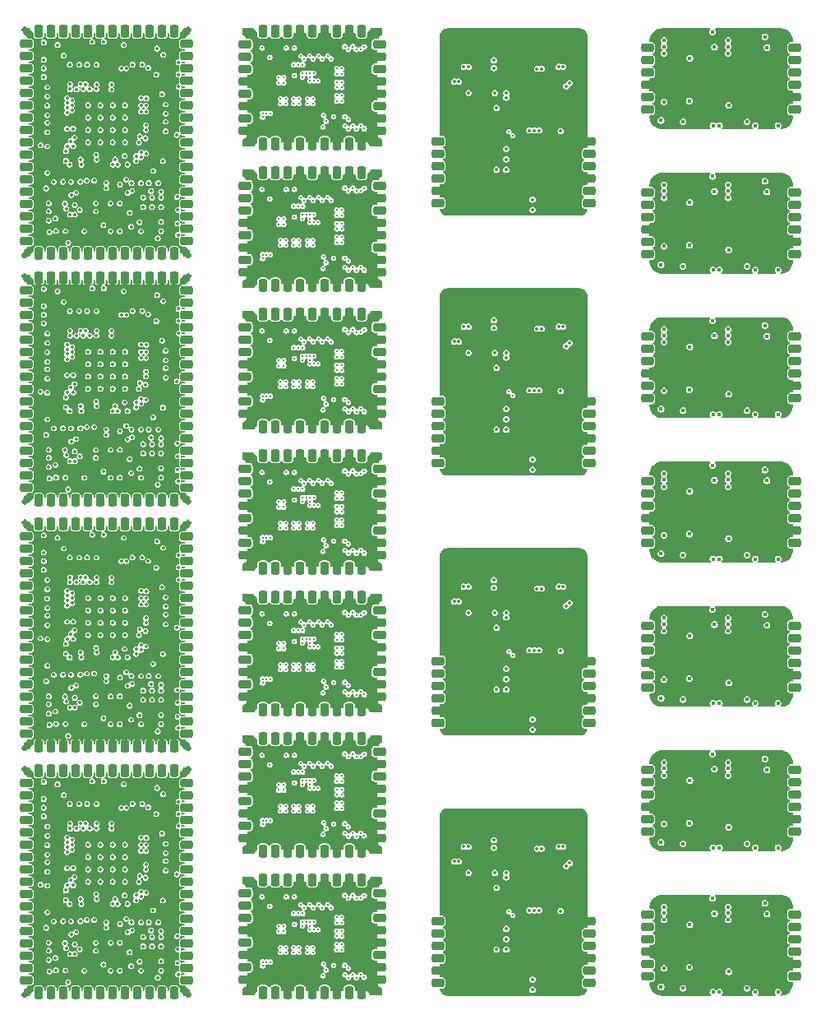
<source format=gbr>
%TF.GenerationSoftware,KiCad,Pcbnew,8.0.4*%
%TF.CreationDate,2024-12-12T16:30:20+01:00*%
%TF.ProjectId,Combined_Module_Panel,436f6d62-696e-4656-945f-4d6f64756c65,rev?*%
%TF.SameCoordinates,Original*%
%TF.FileFunction,Copper,L2,Inr*%
%TF.FilePolarity,Positive*%
%FSLAX46Y46*%
G04 Gerber Fmt 4.6, Leading zero omitted, Abs format (unit mm)*
G04 Created by KiCad (PCBNEW 8.0.4) date 2024-12-12 16:30:20*
%MOMM*%
%LPD*%
G01*
G04 APERTURE LIST*
G04 Aperture macros list*
%AMRoundRect*
0 Rectangle with rounded corners*
0 $1 Rounding radius*
0 $2 $3 $4 $5 $6 $7 $8 $9 X,Y pos of 4 corners*
0 Add a 4 corners polygon primitive as box body*
4,1,4,$2,$3,$4,$5,$6,$7,$8,$9,$2,$3,0*
0 Add four circle primitives for the rounded corners*
1,1,$1+$1,$2,$3*
1,1,$1+$1,$4,$5*
1,1,$1+$1,$6,$7*
1,1,$1+$1,$8,$9*
0 Add four rect primitives between the rounded corners*
20,1,$1+$1,$2,$3,$4,$5,0*
20,1,$1+$1,$4,$5,$6,$7,0*
20,1,$1+$1,$6,$7,$8,$9,0*
20,1,$1+$1,$8,$9,$2,$3,0*%
G04 Aperture macros list end*
%TA.AperFunction,CastellatedPad*%
%ADD10RoundRect,0.225000X-0.415000X0.225000X-0.415000X-0.225000X0.415000X-0.225000X0.415000X0.225000X0*%
%TD*%
%TA.AperFunction,CastellatedPad*%
%ADD11RoundRect,0.225000X0.415000X-0.225000X0.415000X0.225000X-0.415000X0.225000X-0.415000X-0.225000X0*%
%TD*%
%TA.AperFunction,CastellatedPad*%
%ADD12RoundRect,0.225000X0.225000X0.415000X-0.225000X0.415000X-0.225000X-0.415000X0.225000X-0.415000X0*%
%TD*%
%TA.AperFunction,CastellatedPad*%
%ADD13RoundRect,0.225000X-0.225000X-0.415000X0.225000X-0.415000X0.225000X0.415000X-0.225000X0.415000X0*%
%TD*%
%TA.AperFunction,HeatsinkPad*%
%ADD14C,0.400000*%
%TD*%
%TA.AperFunction,ViaPad*%
%ADD15C,0.400000*%
%TD*%
%TA.AperFunction,ViaPad*%
%ADD16C,0.350000*%
%TD*%
%TA.AperFunction,ViaPad*%
%ADD17C,0.250000*%
%TD*%
G04 APERTURE END LIST*
D10*
%TO.N,N/C*%
%TO.C,J8*%
X172254162Y-69025833D03*
X172254162Y-67755833D03*
X172254162Y-66485833D03*
X172254162Y-65215833D03*
X172254162Y-63945833D03*
X172254162Y-62675833D03*
X157054162Y-62675833D03*
X157054162Y-63945833D03*
X157054162Y-65215833D03*
X157054162Y-66485833D03*
X157054162Y-67755833D03*
X157054162Y-69025833D03*
%TD*%
%TO.N,N/C*%
%TO.C,J1*%
X93065000Y-72735000D03*
X93065000Y-74005000D03*
X93065000Y-75275000D03*
X93065000Y-76545000D03*
X93065000Y-77815000D03*
X93065000Y-79085000D03*
X93065000Y-80355000D03*
X93065000Y-81625000D03*
D11*
X93065000Y-82895000D03*
X93065000Y-84165000D03*
X93065000Y-85435000D03*
X93065000Y-86705000D03*
X93065000Y-87975000D03*
X93065000Y-89245000D03*
X93065000Y-90515000D03*
X93065000Y-91785000D03*
X93065000Y-93055000D03*
D12*
X94335000Y-94325000D03*
X95605000Y-94325000D03*
X96875000Y-94325000D03*
X98145000Y-94325000D03*
X99415000Y-94325000D03*
X100685000Y-94325000D03*
D13*
X101955000Y-94325000D03*
X103225000Y-94325000D03*
X104495000Y-94325000D03*
X105765000Y-94325000D03*
X107035000Y-94325000D03*
X108305000Y-94325000D03*
D10*
X109575000Y-93055000D03*
X109575000Y-91785000D03*
X109575000Y-90515000D03*
X109575000Y-89245000D03*
X109575000Y-87975000D03*
X109575000Y-86705000D03*
X109575000Y-85435000D03*
X109575000Y-84165000D03*
X109575000Y-82895000D03*
X109575000Y-81625000D03*
X109575000Y-80355000D03*
X109575000Y-79085000D03*
D11*
X109575000Y-77815000D03*
X109575000Y-76545000D03*
X109575000Y-75275000D03*
X109575000Y-74005000D03*
X109575000Y-72735000D03*
D13*
X108305000Y-71465000D03*
X107035000Y-71465000D03*
X105765000Y-71465000D03*
X104495000Y-71465000D03*
X103225000Y-71465000D03*
D12*
X101955000Y-71465000D03*
X100685000Y-71465000D03*
X99415000Y-71465000D03*
X98145000Y-71465000D03*
X96875000Y-71465000D03*
X95605000Y-71465000D03*
X94335000Y-71465000D03*
%TD*%
D14*
%TO.N,N/C*%
%TO.C,U11*%
X145901303Y-58277361D03*
X144951303Y-57702361D03*
X146851303Y-57702361D03*
X145901303Y-57127361D03*
%TD*%
D10*
%TO.N,N/C*%
%TO.C,J8*%
X172254162Y-98755499D03*
X172254162Y-97485499D03*
X172254162Y-96215499D03*
X172254162Y-94945499D03*
X172254162Y-93675499D03*
X172254162Y-92405499D03*
X157054162Y-92405499D03*
X157054162Y-93675499D03*
X157054162Y-94945499D03*
X157054162Y-96215499D03*
X157054162Y-97485499D03*
X157054162Y-98755499D03*
%TD*%
%TO.N,N/C*%
%TO.C,J8*%
X172254162Y-83890666D03*
X172254162Y-82620666D03*
X172254162Y-81350666D03*
X172254162Y-80080666D03*
X172254162Y-78810666D03*
X172254162Y-77540666D03*
X157054162Y-77540666D03*
X157054162Y-78810666D03*
X157054162Y-80080666D03*
X157054162Y-81350666D03*
X157054162Y-82620666D03*
X157054162Y-83890666D03*
%TD*%
%TO.N,N/C*%
%TO.C,J2*%
X115585500Y-47441000D03*
X115585500Y-48711000D03*
X115585500Y-49981000D03*
X115585500Y-51251000D03*
X115585500Y-52521000D03*
X115585500Y-53791000D03*
X115585500Y-55061000D03*
X115585500Y-56331000D03*
D12*
X117430500Y-57686000D03*
X118700500Y-57686000D03*
X119970500Y-57686000D03*
X121240500Y-57686000D03*
X122510500Y-57686000D03*
X123780500Y-57686000D03*
X125050500Y-57686000D03*
X126320500Y-57686000D03*
X127590500Y-57686000D03*
D10*
X129435500Y-56331000D03*
X129435500Y-55061000D03*
X129435500Y-53791000D03*
X129435500Y-52521000D03*
X129435500Y-51251000D03*
X129435500Y-49981000D03*
X129435500Y-48711000D03*
X129435500Y-47441000D03*
D12*
X127590500Y-46086000D03*
X126320500Y-46086000D03*
X125050500Y-46086000D03*
X123780500Y-46086000D03*
X122510500Y-46086000D03*
X121240500Y-46086000D03*
X119970500Y-46086000D03*
X118700500Y-46086000D03*
X117430500Y-46086000D03*
%TD*%
D10*
%TO.N,N/C*%
%TO.C,J1*%
X93065000Y-123477000D03*
X93065000Y-124747000D03*
X93065000Y-126017000D03*
X93065000Y-127287000D03*
X93065000Y-128557000D03*
X93065000Y-129827000D03*
X93065000Y-131097000D03*
X93065000Y-132367000D03*
D11*
X93065000Y-133637000D03*
X93065000Y-134907000D03*
X93065000Y-136177000D03*
X93065000Y-137447000D03*
X93065000Y-138717000D03*
X93065000Y-139987000D03*
X93065000Y-141257000D03*
X93065000Y-142527000D03*
X93065000Y-143797000D03*
D12*
X94335000Y-145067000D03*
X95605000Y-145067000D03*
X96875000Y-145067000D03*
X98145000Y-145067000D03*
X99415000Y-145067000D03*
X100685000Y-145067000D03*
D13*
X101955000Y-145067000D03*
X103225000Y-145067000D03*
X104495000Y-145067000D03*
X105765000Y-145067000D03*
X107035000Y-145067000D03*
X108305000Y-145067000D03*
D10*
X109575000Y-143797000D03*
X109575000Y-142527000D03*
X109575000Y-141257000D03*
X109575000Y-139987000D03*
X109575000Y-138717000D03*
X109575000Y-137447000D03*
X109575000Y-136177000D03*
X109575000Y-134907000D03*
X109575000Y-133637000D03*
X109575000Y-132367000D03*
X109575000Y-131097000D03*
X109575000Y-129827000D03*
D11*
X109575000Y-128557000D03*
X109575000Y-127287000D03*
X109575000Y-126017000D03*
X109575000Y-124747000D03*
X109575000Y-123477000D03*
D13*
X108305000Y-122207000D03*
X107035000Y-122207000D03*
X105765000Y-122207000D03*
X104495000Y-122207000D03*
X103225000Y-122207000D03*
D12*
X101955000Y-122207000D03*
X100685000Y-122207000D03*
X99415000Y-122207000D03*
X98145000Y-122207000D03*
X96875000Y-122207000D03*
X95605000Y-122207000D03*
X94335000Y-122207000D03*
%TD*%
D14*
%TO.N,N/C*%
%TO.C,U11*%
X145901303Y-85030661D03*
X144951303Y-84455661D03*
X146851303Y-84455661D03*
X145901303Y-83880661D03*
%TD*%
D11*
%TO.N,N/C*%
%TO.C,J7*%
X135446000Y-84173622D03*
X135446000Y-85443622D03*
X135446000Y-86713622D03*
X135446000Y-87983622D03*
X135446000Y-89253622D03*
X135446000Y-90523622D03*
X151054162Y-90523622D03*
X151054162Y-89253622D03*
X151054162Y-87983622D03*
X151054162Y-86713622D03*
X151054162Y-85443622D03*
X151054162Y-84173622D03*
%TD*%
D10*
%TO.N,N/C*%
%TO.C,J8*%
X172254162Y-54161000D03*
X172254162Y-52891000D03*
X172254162Y-51621000D03*
X172254162Y-50351000D03*
X172254162Y-49081000D03*
X172254162Y-47811000D03*
X157054162Y-47811000D03*
X157054162Y-49081000D03*
X157054162Y-50351000D03*
X157054162Y-51621000D03*
X157054162Y-52891000D03*
X157054162Y-54161000D03*
%TD*%
%TO.N,N/C*%
%TO.C,J8*%
X172254162Y-113620332D03*
X172254162Y-112350332D03*
X172254162Y-111080332D03*
X172254162Y-109810332D03*
X172254162Y-108540332D03*
X172254162Y-107270332D03*
X157054162Y-107270332D03*
X157054162Y-108540332D03*
X157054162Y-109810332D03*
X157054162Y-111080332D03*
X157054162Y-112350332D03*
X157054162Y-113620332D03*
%TD*%
%TO.N,N/C*%
%TO.C,J2*%
X115585500Y-105689400D03*
X115585500Y-106959400D03*
X115585500Y-108229400D03*
X115585500Y-109499400D03*
X115585500Y-110769400D03*
X115585500Y-112039400D03*
X115585500Y-113309400D03*
X115585500Y-114579400D03*
D12*
X117430500Y-115934400D03*
X118700500Y-115934400D03*
X119970500Y-115934400D03*
X121240500Y-115934400D03*
X122510500Y-115934400D03*
X123780500Y-115934400D03*
X125050500Y-115934400D03*
X126320500Y-115934400D03*
X127590500Y-115934400D03*
D10*
X129435500Y-114579400D03*
X129435500Y-113309400D03*
X129435500Y-112039400D03*
X129435500Y-110769400D03*
X129435500Y-109499400D03*
X129435500Y-108229400D03*
X129435500Y-106959400D03*
X129435500Y-105689400D03*
D12*
X127590500Y-104334400D03*
X126320500Y-104334400D03*
X125050500Y-104334400D03*
X123780500Y-104334400D03*
X122510500Y-104334400D03*
X121240500Y-104334400D03*
X119970500Y-104334400D03*
X118700500Y-104334400D03*
X117430500Y-104334400D03*
%TD*%
D11*
%TO.N,N/C*%
%TO.C,J7*%
X135446000Y-57420322D03*
X135446000Y-58690322D03*
X135446000Y-59960322D03*
X135446000Y-61230322D03*
X135446000Y-62500322D03*
X135446000Y-63770322D03*
X151054162Y-63770322D03*
X151054162Y-62500322D03*
X151054162Y-61230322D03*
X151054162Y-59960322D03*
X151054162Y-58690322D03*
X151054162Y-57420322D03*
%TD*%
D10*
%TO.N,N/C*%
%TO.C,J1*%
X93065000Y-47364000D03*
X93065000Y-48634000D03*
X93065000Y-49904000D03*
X93065000Y-51174000D03*
X93065000Y-52444000D03*
X93065000Y-53714000D03*
X93065000Y-54984000D03*
X93065000Y-56254000D03*
D11*
X93065000Y-57524000D03*
X93065000Y-58794000D03*
X93065000Y-60064000D03*
X93065000Y-61334000D03*
X93065000Y-62604000D03*
X93065000Y-63874000D03*
X93065000Y-65144000D03*
X93065000Y-66414000D03*
X93065000Y-67684000D03*
D12*
X94335000Y-68954000D03*
X95605000Y-68954000D03*
X96875000Y-68954000D03*
X98145000Y-68954000D03*
X99415000Y-68954000D03*
X100685000Y-68954000D03*
D13*
X101955000Y-68954000D03*
X103225000Y-68954000D03*
X104495000Y-68954000D03*
X105765000Y-68954000D03*
X107035000Y-68954000D03*
X108305000Y-68954000D03*
D10*
X109575000Y-67684000D03*
X109575000Y-66414000D03*
X109575000Y-65144000D03*
X109575000Y-63874000D03*
X109575000Y-62604000D03*
X109575000Y-61334000D03*
X109575000Y-60064000D03*
X109575000Y-58794000D03*
X109575000Y-57524000D03*
X109575000Y-56254000D03*
X109575000Y-54984000D03*
X109575000Y-53714000D03*
D11*
X109575000Y-52444000D03*
X109575000Y-51174000D03*
X109575000Y-49904000D03*
X109575000Y-48634000D03*
X109575000Y-47364000D03*
D13*
X108305000Y-46094000D03*
X107035000Y-46094000D03*
X105765000Y-46094000D03*
X104495000Y-46094000D03*
X103225000Y-46094000D03*
D12*
X101955000Y-46094000D03*
X100685000Y-46094000D03*
X99415000Y-46094000D03*
X98145000Y-46094000D03*
X96875000Y-46094000D03*
X95605000Y-46094000D03*
X94335000Y-46094000D03*
%TD*%
D10*
%TO.N,N/C*%
%TO.C,J2*%
X115585500Y-120251500D03*
X115585500Y-121521500D03*
X115585500Y-122791500D03*
X115585500Y-124061500D03*
X115585500Y-125331500D03*
X115585500Y-126601500D03*
X115585500Y-127871500D03*
X115585500Y-129141500D03*
D12*
X117430500Y-130496500D03*
X118700500Y-130496500D03*
X119970500Y-130496500D03*
X121240500Y-130496500D03*
X122510500Y-130496500D03*
X123780500Y-130496500D03*
X125050500Y-130496500D03*
X126320500Y-130496500D03*
X127590500Y-130496500D03*
D10*
X129435500Y-129141500D03*
X129435500Y-127871500D03*
X129435500Y-126601500D03*
X129435500Y-125331500D03*
X129435500Y-124061500D03*
X129435500Y-122791500D03*
X129435500Y-121521500D03*
X129435500Y-120251500D03*
D12*
X127590500Y-118896500D03*
X126320500Y-118896500D03*
X125050500Y-118896500D03*
X123780500Y-118896500D03*
X122510500Y-118896500D03*
X121240500Y-118896500D03*
X119970500Y-118896500D03*
X118700500Y-118896500D03*
X117430500Y-118896500D03*
%TD*%
D11*
%TO.N,N/C*%
%TO.C,J7*%
X135446000Y-137696703D03*
X135446000Y-138966703D03*
X135446000Y-140236703D03*
X135446000Y-141506703D03*
X135446000Y-142776703D03*
X135446000Y-144046703D03*
X151054162Y-144046703D03*
X151054162Y-142776703D03*
X151054162Y-141506703D03*
X151054162Y-140236703D03*
X151054162Y-138966703D03*
X151054162Y-137696703D03*
%TD*%
D10*
%TO.N,N/C*%
%TO.C,J8*%
X172254162Y-143349998D03*
X172254162Y-142079998D03*
X172254162Y-140809998D03*
X172254162Y-139539998D03*
X172254162Y-138269998D03*
X172254162Y-136999998D03*
X157054162Y-136999998D03*
X157054162Y-138269998D03*
X157054162Y-139539998D03*
X157054162Y-140809998D03*
X157054162Y-142079998D03*
X157054162Y-143349998D03*
%TD*%
%TO.N,N/C*%
%TO.C,J2*%
X115585500Y-76565200D03*
X115585500Y-77835200D03*
X115585500Y-79105200D03*
X115585500Y-80375200D03*
X115585500Y-81645200D03*
X115585500Y-82915200D03*
X115585500Y-84185200D03*
X115585500Y-85455200D03*
D12*
X117430500Y-86810200D03*
X118700500Y-86810200D03*
X119970500Y-86810200D03*
X121240500Y-86810200D03*
X122510500Y-86810200D03*
X123780500Y-86810200D03*
X125050500Y-86810200D03*
X126320500Y-86810200D03*
X127590500Y-86810200D03*
D10*
X129435500Y-85455200D03*
X129435500Y-84185200D03*
X129435500Y-82915200D03*
X129435500Y-81645200D03*
X129435500Y-80375200D03*
X129435500Y-79105200D03*
X129435500Y-77835200D03*
X129435500Y-76565200D03*
D12*
X127590500Y-75210200D03*
X126320500Y-75210200D03*
X125050500Y-75210200D03*
X123780500Y-75210200D03*
X122510500Y-75210200D03*
X121240500Y-75210200D03*
X119970500Y-75210200D03*
X118700500Y-75210200D03*
X117430500Y-75210200D03*
%TD*%
D10*
%TO.N,N/C*%
%TO.C,J8*%
X172254162Y-128485165D03*
X172254162Y-127215165D03*
X172254162Y-125945165D03*
X172254162Y-124675165D03*
X172254162Y-123405165D03*
X172254162Y-122135165D03*
X157054162Y-122135165D03*
X157054162Y-123405165D03*
X157054162Y-124675165D03*
X157054162Y-125945165D03*
X157054162Y-127215165D03*
X157054162Y-128485165D03*
%TD*%
%TO.N,N/C*%
%TO.C,J1*%
X93065000Y-98106000D03*
X93065000Y-99376000D03*
X93065000Y-100646000D03*
X93065000Y-101916000D03*
X93065000Y-103186000D03*
X93065000Y-104456000D03*
X93065000Y-105726000D03*
X93065000Y-106996000D03*
D11*
X93065000Y-108266000D03*
X93065000Y-109536000D03*
X93065000Y-110806000D03*
X93065000Y-112076000D03*
X93065000Y-113346000D03*
X93065000Y-114616000D03*
X93065000Y-115886000D03*
X93065000Y-117156000D03*
X93065000Y-118426000D03*
D12*
X94335000Y-119696000D03*
X95605000Y-119696000D03*
X96875000Y-119696000D03*
X98145000Y-119696000D03*
X99415000Y-119696000D03*
X100685000Y-119696000D03*
D13*
X101955000Y-119696000D03*
X103225000Y-119696000D03*
X104495000Y-119696000D03*
X105765000Y-119696000D03*
X107035000Y-119696000D03*
X108305000Y-119696000D03*
D10*
X109575000Y-118426000D03*
X109575000Y-117156000D03*
X109575000Y-115886000D03*
X109575000Y-114616000D03*
X109575000Y-113346000D03*
X109575000Y-112076000D03*
X109575000Y-110806000D03*
X109575000Y-109536000D03*
X109575000Y-108266000D03*
X109575000Y-106996000D03*
X109575000Y-105726000D03*
X109575000Y-104456000D03*
D11*
X109575000Y-103186000D03*
X109575000Y-101916000D03*
X109575000Y-100646000D03*
X109575000Y-99376000D03*
X109575000Y-98106000D03*
D13*
X108305000Y-96836000D03*
X107035000Y-96836000D03*
X105765000Y-96836000D03*
X104495000Y-96836000D03*
X103225000Y-96836000D03*
D12*
X101955000Y-96836000D03*
X100685000Y-96836000D03*
X99415000Y-96836000D03*
X98145000Y-96836000D03*
X96875000Y-96836000D03*
X95605000Y-96836000D03*
X94335000Y-96836000D03*
%TD*%
D10*
%TO.N,N/C*%
%TO.C,J2*%
X115585500Y-62003100D03*
X115585500Y-63273100D03*
X115585500Y-64543100D03*
X115585500Y-65813100D03*
X115585500Y-67083100D03*
X115585500Y-68353100D03*
X115585500Y-69623100D03*
X115585500Y-70893100D03*
D12*
X117430500Y-72248100D03*
X118700500Y-72248100D03*
X119970500Y-72248100D03*
X121240500Y-72248100D03*
X122510500Y-72248100D03*
X123780500Y-72248100D03*
X125050500Y-72248100D03*
X126320500Y-72248100D03*
X127590500Y-72248100D03*
D10*
X129435500Y-70893100D03*
X129435500Y-69623100D03*
X129435500Y-68353100D03*
X129435500Y-67083100D03*
X129435500Y-65813100D03*
X129435500Y-64543100D03*
X129435500Y-63273100D03*
X129435500Y-62003100D03*
D12*
X127590500Y-60648100D03*
X126320500Y-60648100D03*
X125050500Y-60648100D03*
X123780500Y-60648100D03*
X122510500Y-60648100D03*
X121240500Y-60648100D03*
X119970500Y-60648100D03*
X118700500Y-60648100D03*
X117430500Y-60648100D03*
%TD*%
D14*
%TO.N,N/C*%
%TO.C,U11*%
X145901303Y-138553742D03*
X144951303Y-137978742D03*
X146851303Y-137978742D03*
X145901303Y-137403742D03*
%TD*%
D10*
%TO.N,N/C*%
%TO.C,J2*%
X115585500Y-134813600D03*
X115585500Y-136083600D03*
X115585500Y-137353600D03*
X115585500Y-138623600D03*
X115585500Y-139893600D03*
X115585500Y-141163600D03*
X115585500Y-142433600D03*
X115585500Y-143703600D03*
D12*
X117430500Y-145058600D03*
X118700500Y-145058600D03*
X119970500Y-145058600D03*
X121240500Y-145058600D03*
X122510500Y-145058600D03*
X123780500Y-145058600D03*
X125050500Y-145058600D03*
X126320500Y-145058600D03*
X127590500Y-145058600D03*
D10*
X129435500Y-143703600D03*
X129435500Y-142433600D03*
X129435500Y-141163600D03*
X129435500Y-139893600D03*
X129435500Y-138623600D03*
X129435500Y-137353600D03*
X129435500Y-136083600D03*
X129435500Y-134813600D03*
D12*
X127590500Y-133458600D03*
X126320500Y-133458600D03*
X125050500Y-133458600D03*
X123780500Y-133458600D03*
X122510500Y-133458600D03*
X121240500Y-133458600D03*
X119970500Y-133458600D03*
X118700500Y-133458600D03*
X117430500Y-133458600D03*
%TD*%
D11*
%TO.N,N/C*%
%TO.C,J7*%
X135446000Y-110926922D03*
X135446000Y-112196922D03*
X135446000Y-113466922D03*
X135446000Y-114736922D03*
X135446000Y-116006922D03*
X135446000Y-117276922D03*
X151054162Y-117276922D03*
X151054162Y-116006922D03*
X151054162Y-114736922D03*
X151054162Y-113466922D03*
X151054162Y-112196922D03*
X151054162Y-110926922D03*
%TD*%
D14*
%TO.N,N/C*%
%TO.C,U11*%
X145901303Y-111783961D03*
X144951303Y-111208961D03*
X146851303Y-111208961D03*
X145901303Y-110633961D03*
%TD*%
D10*
%TO.N,N/C*%
%TO.C,J2*%
X115585500Y-91127300D03*
X115585500Y-92397300D03*
X115585500Y-93667300D03*
X115585500Y-94937300D03*
X115585500Y-96207300D03*
X115585500Y-97477300D03*
X115585500Y-98747300D03*
X115585500Y-100017300D03*
D12*
X117430500Y-101372300D03*
X118700500Y-101372300D03*
X119970500Y-101372300D03*
X121240500Y-101372300D03*
X122510500Y-101372300D03*
X123780500Y-101372300D03*
X125050500Y-101372300D03*
X126320500Y-101372300D03*
X127590500Y-101372300D03*
D10*
X129435500Y-100017300D03*
X129435500Y-98747300D03*
X129435500Y-97477300D03*
X129435500Y-96207300D03*
X129435500Y-94937300D03*
X129435500Y-93667300D03*
X129435500Y-92397300D03*
X129435500Y-91127300D03*
D12*
X127590500Y-89772300D03*
X126320500Y-89772300D03*
X125050500Y-89772300D03*
X123780500Y-89772300D03*
X122510500Y-89772300D03*
X121240500Y-89772300D03*
X119970500Y-89772300D03*
X118700500Y-89772300D03*
X117430500Y-89772300D03*
%TD*%
D14*
%TO.N,N/C*%
%TO.C,U8*%
X139915581Y-135761103D03*
X139915581Y-133861103D03*
%TD*%
%TO.N,N/C*%
%TO.C,U8*%
X139915581Y-108991322D03*
X139915581Y-107091322D03*
%TD*%
%TO.N,N/C*%
%TO.C,U8*%
X139915581Y-82238022D03*
X139915581Y-80338022D03*
%TD*%
%TO.N,N/C*%
%TO.C,U8*%
X139915581Y-55484722D03*
X139915581Y-53584722D03*
%TD*%
D15*
%TO.N,*%
X160787495Y-111445332D03*
D16*
X143906000Y-115966650D03*
X148104503Y-109877600D03*
X100304000Y-102297000D03*
X148104503Y-115821322D03*
X98912500Y-52048250D03*
D17*
X117485500Y-65398100D03*
D16*
X138706000Y-126486431D03*
D15*
X163804162Y-55813500D03*
D17*
X142770581Y-83587261D03*
D16*
X139356000Y-46860050D03*
D17*
X121148000Y-67610600D03*
D16*
X149017665Y-51431829D03*
X95224000Y-78168000D03*
D17*
X124098000Y-92309800D03*
D16*
X149106000Y-140786431D03*
X95101000Y-138377000D03*
X100685000Y-105726000D03*
X104876000Y-117421000D03*
X140495581Y-129311103D03*
X97129000Y-135542000D03*
X104876000Y-58540000D03*
D17*
X125863000Y-142236100D03*
D15*
X160704162Y-129737665D03*
D17*
X123673000Y-98434800D03*
X122023000Y-67610600D03*
D16*
X97256000Y-134018000D03*
X138604907Y-49763707D03*
D17*
X117985500Y-109634400D03*
D16*
X96911000Y-73965000D03*
X95363000Y-139925000D03*
D15*
X169154162Y-91257999D03*
D16*
X146111581Y-126790703D03*
X97764000Y-79085000D03*
X94843000Y-49015000D03*
X95441000Y-142877000D03*
D15*
X161820828Y-81715666D03*
D16*
X138635581Y-89162900D03*
X143906000Y-46210050D03*
X103225000Y-106996000D03*
D17*
X121683000Y-136306100D03*
D16*
X96041000Y-65364000D03*
X98231750Y-102806000D03*
D15*
X161820828Y-141174998D03*
D17*
X119248000Y-126359000D03*
X122573000Y-67610600D03*
D16*
X103501000Y-113471000D03*
X136106000Y-51410050D03*
X100212000Y-140743000D03*
X145206000Y-47510050D03*
X147374907Y-130040088D03*
X143450581Y-139552981D03*
D15*
X158754162Y-142552498D03*
D16*
X105087000Y-63221000D03*
X138706000Y-127136431D03*
D15*
X161354162Y-68128333D03*
D16*
X103225000Y-104456000D03*
X146506000Y-47510050D03*
X97764000Y-129319000D03*
X99028000Y-92050000D03*
D17*
X118148000Y-136151100D03*
X118423000Y-82522700D03*
D16*
X99593250Y-52053500D03*
D17*
X122573000Y-111296900D03*
D15*
X164554162Y-61028333D03*
D16*
X108671000Y-140587000D03*
D17*
X122698000Y-124009000D03*
D15*
X167304162Y-55413500D03*
D16*
X150406000Y-128436431D03*
D15*
X163954162Y-62578333D03*
D17*
X127058000Y-56133500D03*
D16*
X137130958Y-131561103D03*
D15*
X165354162Y-136852498D03*
D16*
X148104503Y-60345000D03*
X104876000Y-105091000D03*
X150406000Y-49460050D03*
X146900958Y-130040088D03*
D15*
X167470829Y-110445332D03*
D17*
X120598000Y-82172700D03*
D16*
X94843000Y-47237000D03*
X149756000Y-101016650D03*
D17*
X122023000Y-82672700D03*
X119585500Y-50836000D03*
D16*
X99415000Y-133637000D03*
D17*
X120598000Y-54648500D03*
X121898000Y-50798500D03*
D16*
X138706000Y-127786431D03*
X99415000Y-105726000D03*
X148104503Y-56371000D03*
X140380581Y-132731103D03*
X144556000Y-100366650D03*
D17*
X121148000Y-54648500D03*
D16*
X143450581Y-84961500D03*
D17*
X123623000Y-55948500D03*
D15*
X159754162Y-81715666D03*
D16*
X136756000Y-129086431D03*
D17*
X117985500Y-50836000D03*
D15*
X158754162Y-97957999D03*
D16*
X148385581Y-82228022D03*
X149106000Y-117916650D03*
D17*
X120598000Y-140421100D03*
D16*
X103176000Y-84300000D03*
X136756000Y-115316650D03*
X140006000Y-63760050D03*
D15*
X158754162Y-106497829D03*
D16*
X150406000Y-55310050D03*
X103225000Y-79085000D03*
D17*
X121148000Y-127459000D03*
D16*
X104751000Y-133037000D03*
D15*
X168504162Y-79715666D03*
D17*
X125023000Y-93609800D03*
X120598000Y-55148500D03*
X122023000Y-82172700D03*
D16*
X105384000Y-130462000D03*
X95224000Y-134046000D03*
D17*
X121323000Y-63185600D03*
D16*
X104368000Y-109663000D03*
D17*
X122298000Y-94484800D03*
X122248000Y-121434000D03*
X117985500Y-65948100D03*
D16*
X150406000Y-129086431D03*
D17*
X123098000Y-94884800D03*
X122298000Y-138171100D03*
X122573000Y-111796900D03*
D16*
X141306000Y-126486431D03*
X99841000Y-72555000D03*
D17*
X117485500Y-65948100D03*
D15*
X159754162Y-66850833D03*
X165354162Y-78093166D03*
D17*
X127873000Y-76797700D03*
D16*
X148104503Y-114872200D03*
X148385581Y-135751103D03*
D17*
X121498000Y-50798500D03*
X117485500Y-109634400D03*
X119798000Y-111296900D03*
D16*
X147806000Y-47510050D03*
D17*
X120673000Y-120629000D03*
D16*
X98625000Y-137701000D03*
D15*
X158754162Y-47038497D03*
D16*
X149756000Y-140786431D03*
X149640005Y-105424435D03*
D17*
X142770581Y-56833961D03*
X121148000Y-111296900D03*
D16*
X106937000Y-139334000D03*
D17*
X117798000Y-54523500D03*
D16*
X95877000Y-86959000D03*
X103225000Y-131097000D03*
X140388581Y-100020922D03*
X103225000Y-81625000D03*
D15*
X162854162Y-51986000D03*
X158754162Y-47663500D03*
D16*
X145856000Y-127786431D03*
D15*
X160787495Y-81715666D03*
D16*
X142500581Y-132741103D03*
X95363000Y-63812000D03*
D17*
X125023000Y-137846100D03*
D16*
X103851000Y-66204000D03*
D17*
X125523000Y-50473500D03*
D16*
X137130958Y-76517007D03*
X141306000Y-99716650D03*
X141500581Y-139552981D03*
X98498000Y-125636000D03*
X101828000Y-51555000D03*
D17*
X120673000Y-62380600D03*
D16*
X138056000Y-73613350D03*
D17*
X121898000Y-64960600D03*
D16*
X146900958Y-76517007D03*
X97553000Y-141080000D03*
X150406000Y-76863350D03*
X136106000Y-52710050D03*
X144556000Y-46210050D03*
X148104503Y-142591103D03*
X141225581Y-49074722D03*
X142606000Y-46210050D03*
X107416000Y-56381000D03*
D17*
X122298000Y-109046900D03*
D15*
X159754162Y-94580499D03*
D17*
X125023000Y-139246100D03*
D16*
X143256000Y-99716650D03*
X141956000Y-126486431D03*
X145206000Y-127786431D03*
X149756000Y-128436431D03*
X142490581Y-87098300D03*
X148104503Y-140621381D03*
X97256000Y-81498000D03*
D17*
X118323000Y-77097700D03*
X120598000Y-98334800D03*
D16*
X99841000Y-97926000D03*
D17*
X126223000Y-77097700D03*
D16*
X137406000Y-116616650D03*
X104876000Y-134653000D03*
X148104503Y-113851600D03*
D17*
X123623000Y-70510600D03*
D16*
X97891000Y-106869000D03*
X97256000Y-79847000D03*
D15*
X169154162Y-61528333D03*
D17*
X126698000Y-99509800D03*
D16*
X95363000Y-89183000D03*
D17*
X125523000Y-123284000D03*
D16*
X136106000Y-102966650D03*
D17*
X125023000Y-140646100D03*
X125523000Y-82397700D03*
D16*
X99841000Y-47184000D03*
X141500581Y-80744622D03*
X103501000Y-88100000D03*
D17*
X119085500Y-65398100D03*
D16*
X139590581Y-52444722D03*
X104726000Y-116496000D03*
X104876000Y-109282000D03*
D15*
X165354162Y-121987665D03*
X163754162Y-75893166D03*
D16*
X141225581Y-130151103D03*
D17*
X125523000Y-96409800D03*
D16*
X142606000Y-127136431D03*
X96261000Y-72865000D03*
X106121000Y-60464000D03*
D17*
X123923000Y-55348500D03*
D16*
X105384000Y-81625000D03*
D17*
X119798000Y-54648500D03*
X126223000Y-62535600D03*
X125523000Y-137296100D03*
X125023000Y-51323500D03*
D15*
X162854162Y-66850833D03*
D16*
X95224000Y-105472000D03*
X150406000Y-101666650D03*
D15*
X161404162Y-123187665D03*
D16*
X97164000Y-64348000D03*
D17*
X121073000Y-93209800D03*
X126223000Y-142546100D03*
D16*
X97256000Y-78831000D03*
X105384000Y-105091000D03*
X102463000Y-59810000D03*
X103352000Y-100646000D03*
X143906000Y-62460050D03*
X102844000Y-49904000D03*
D15*
X159754162Y-49986000D03*
D16*
X102701000Y-87250000D03*
D15*
X165404162Y-113172832D03*
D16*
X100304000Y-84673000D03*
D15*
X162854162Y-111445332D03*
D16*
X108691000Y-143167000D03*
X106441000Y-75935000D03*
X98720000Y-59810000D03*
X150406000Y-127786431D03*
X136106000Y-132986431D03*
X96911000Y-124707000D03*
D17*
X122573000Y-140921100D03*
D16*
X108741000Y-127917000D03*
D17*
X121523000Y-49523500D03*
D15*
X166437496Y-110445332D03*
D17*
X125523000Y-80997700D03*
D16*
X104651000Y-133637000D03*
X106937000Y-141832000D03*
D17*
X127048000Y-77097700D03*
D16*
X100304000Y-76926000D03*
X138056000Y-46210050D03*
D17*
X122573000Y-97234800D03*
X121148000Y-53548500D03*
D16*
X148456000Y-74263350D03*
X105003000Y-49523000D03*
D15*
X160704162Y-85143166D03*
D16*
X142495581Y-79678022D03*
D17*
X125523000Y-80447700D03*
D16*
X148670380Y-78509198D03*
X149017665Y-78185129D03*
D15*
X166437496Y-109445332D03*
D16*
X143906000Y-142736431D03*
D17*
X117963000Y-47663500D03*
D16*
X96118000Y-117396000D03*
X99415000Y-104456000D03*
D17*
X125523000Y-81847700D03*
D16*
X96261000Y-123607000D03*
X149756000Y-114016650D03*
X141225581Y-103381322D03*
D17*
X125523000Y-51323500D03*
X121148000Y-69710600D03*
D16*
X103479000Y-110552000D03*
X137406000Y-63110050D03*
X142606000Y-73613350D03*
D17*
X117398000Y-141896100D03*
X121498000Y-79522700D03*
D16*
X104876000Y-79085000D03*
X97256000Y-53935003D03*
X98053000Y-90338000D03*
D17*
X121323000Y-135996100D03*
D16*
X148104503Y-62314722D03*
D15*
X168504162Y-126310165D03*
D16*
X100274000Y-52043000D03*
X139356000Y-127786431D03*
D17*
X125023000Y-65035600D03*
D16*
X95363000Y-115372000D03*
X136106000Y-131036431D03*
X101955000Y-129827000D03*
X100051000Y-137567000D03*
X97256000Y-105218000D03*
X143450581Y-59276600D03*
X104368000Y-84292000D03*
X94843000Y-126017000D03*
D17*
X121148000Y-98834800D03*
X117318000Y-91504800D03*
D15*
X169537496Y-141174998D03*
D17*
X119798000Y-53048500D03*
X125523000Y-67285600D03*
D16*
X146506000Y-101016650D03*
X142606000Y-99716650D03*
D15*
X167470829Y-95580499D03*
D17*
X124458000Y-121744000D03*
D16*
X95101000Y-87635000D03*
X96118000Y-66654000D03*
X146900958Y-49763707D03*
D17*
X123528000Y-63495600D03*
D16*
X97256000Y-103694000D03*
X104651000Y-108266000D03*
X147905581Y-49754722D03*
D17*
X125023000Y-95009800D03*
D16*
X97256000Y-104677003D03*
D15*
X169537496Y-49986000D03*
D16*
X96041000Y-90735000D03*
X149756000Y-142086431D03*
D17*
X127513000Y-84937700D03*
D16*
X145075581Y-50674722D03*
X144556000Y-127786431D03*
X145671632Y-76708022D03*
D15*
X162854162Y-64850833D03*
D16*
X150406000Y-48810050D03*
X146901303Y-136651103D03*
X97571000Y-51554000D03*
X141306000Y-72963350D03*
X97637000Y-133510000D03*
X136106000Y-52060050D03*
D17*
X119248000Y-142021100D03*
D16*
X95200261Y-129861888D03*
X141956000Y-100366650D03*
D17*
X117985500Y-80510200D03*
X122573000Y-125859000D03*
D15*
X161820828Y-65850833D03*
D16*
X141956000Y-72963350D03*
D15*
X161820828Y-79715666D03*
D16*
X148379530Y-49754722D03*
X138370581Y-91223300D03*
X100685000Y-82895000D03*
X149640005Y-78671135D03*
X98018000Y-107758000D03*
X98912500Y-128161250D03*
X106012000Y-89552000D03*
D17*
X121148000Y-68110600D03*
X121898000Y-123209000D03*
D15*
X165404162Y-68578333D03*
X160787495Y-94580499D03*
D16*
X103225000Y-80355000D03*
X105666000Y-112457000D03*
X148063781Y-63457722D03*
D17*
X118148000Y-107026900D03*
D15*
X168504162Y-109445332D03*
D16*
X106441000Y-126677000D03*
X141340581Y-132731103D03*
X103098000Y-98233000D03*
D17*
X127058000Y-128944000D03*
D16*
X145671632Y-130231103D03*
D17*
X118323000Y-120784000D03*
D16*
X95224000Y-102579000D03*
X142495581Y-52924722D03*
X138056000Y-72963350D03*
X137406000Y-127786431D03*
D17*
X127513000Y-70375600D03*
D16*
X149106000Y-74263350D03*
D17*
X119248000Y-113396900D03*
D16*
X104876000Y-135161000D03*
X103176000Y-109671000D03*
D15*
X157954162Y-91282999D03*
D17*
X124723000Y-83992700D03*
D16*
X142490581Y-138484581D03*
D15*
X164554162Y-90757999D03*
D16*
X103951000Y-87900000D03*
X136756000Y-79463350D03*
D17*
X125523000Y-111521900D03*
X126233000Y-99819800D03*
D16*
X147374907Y-49763707D03*
X100251000Y-58829000D03*
D15*
X170504162Y-70678333D03*
D16*
X147806000Y-126486431D03*
X97764000Y-78577000D03*
D15*
X158454162Y-144452498D03*
X168504162Y-110445332D03*
X169537496Y-140174998D03*
D17*
X122298000Y-124009000D03*
D16*
X149756000Y-102966650D03*
D17*
X121498000Y-138171100D03*
D16*
X106937000Y-116461000D03*
X107121000Y-59464000D03*
X106937000Y-114923000D03*
X97891000Y-134018000D03*
D17*
X122573000Y-53048500D03*
X119248000Y-69210600D03*
D15*
X160704162Y-144602498D03*
D17*
X121498000Y-64960600D03*
D16*
X143906000Y-100366650D03*
D15*
X165354162Y-47663500D03*
D16*
X103352000Y-126017000D03*
X107416000Y-129728000D03*
X100251000Y-84200000D03*
D15*
X163754162Y-90757999D03*
D16*
X149106000Y-61810050D03*
D15*
X161820828Y-109445332D03*
D16*
X147374907Y-76517007D03*
X148379530Y-103261322D03*
X144556000Y-73613350D03*
D15*
X164554162Y-120487665D03*
D16*
X149106000Y-47510050D03*
X101731669Y-66679000D03*
D17*
X119585500Y-109084400D03*
D16*
X99316000Y-74894000D03*
X105621000Y-75235000D03*
D17*
X121683000Y-78057700D03*
D16*
X103098000Y-123604000D03*
X145206000Y-46860050D03*
X100274000Y-102785000D03*
X108601000Y-113886000D03*
X106654000Y-87086000D03*
D15*
X158754162Y-122687665D03*
D16*
X100685000Y-132367000D03*
D15*
X161820828Y-110445332D03*
D16*
X108741000Y-51804000D03*
X97037000Y-114582000D03*
X99161000Y-76926000D03*
D17*
X119798000Y-69210600D03*
D15*
X158754162Y-77393166D03*
D16*
X104368000Y-135034000D03*
D15*
X165404162Y-98307999D03*
D16*
X97164000Y-89719000D03*
X143256000Y-46860050D03*
X149106000Y-46210050D03*
X100304000Y-135415000D03*
X141225581Y-75828022D03*
X106937000Y-140294000D03*
D17*
X119848000Y-106066900D03*
D16*
X146111581Y-100020922D03*
D17*
X125023000Y-79597700D03*
X125023000Y-111521900D03*
X119248000Y-111796900D03*
D16*
X102463000Y-110552000D03*
D15*
X158454162Y-70128333D03*
D17*
X123098000Y-138571100D03*
X121498000Y-138571100D03*
D16*
X149756000Y-127786431D03*
D17*
X123673000Y-112996900D03*
D16*
X108601000Y-63144000D03*
X149106000Y-113366650D03*
D17*
X124723000Y-98554800D03*
X127058000Y-143506100D03*
D16*
X149756000Y-129736431D03*
X97665000Y-137701000D03*
D15*
X158454162Y-114722832D03*
D17*
X121073000Y-122334000D03*
D16*
X102691669Y-66679000D03*
D15*
X166437496Y-66850833D03*
D16*
X145206000Y-127136431D03*
D17*
X120598000Y-98834800D03*
X117485500Y-80510200D03*
X117398000Y-84047700D03*
D16*
X150406000Y-108816650D03*
X95224000Y-51837000D03*
D17*
X117985500Y-138208600D03*
D16*
X97256000Y-130048003D03*
X137604907Y-103270307D03*
X105384000Y-109409000D03*
X97361000Y-93255000D03*
X147806000Y-46210050D03*
X148063781Y-143734103D03*
D17*
X122298000Y-123609000D03*
D16*
X142495581Y-133201103D03*
X140495581Y-49034722D03*
D15*
X168504162Y-125310165D03*
D17*
X121148000Y-125859000D03*
D16*
X98912500Y-77419250D03*
X137130958Y-78038022D03*
X145856000Y-74263350D03*
D17*
X125523000Y-126084000D03*
D16*
X94843000Y-125128000D03*
X137406000Y-101016650D03*
D17*
X124458000Y-136306100D03*
D16*
X104368000Y-84814226D03*
D17*
X123528000Y-121744000D03*
D15*
X159754162Y-80715666D03*
D16*
X144556000Y-46860050D03*
X103951000Y-138642000D03*
D15*
X167470829Y-141174998D03*
D16*
X149756000Y-58560050D03*
D15*
X165354162Y-122687665D03*
D16*
X99415000Y-82895000D03*
X147156000Y-100366650D03*
D17*
X119248000Y-83772700D03*
D16*
X97256000Y-129573000D03*
X149756000Y-141436431D03*
D17*
X121323000Y-48623500D03*
X119248000Y-53048500D03*
X125523000Y-125534000D03*
D16*
X150406000Y-48160050D03*
D15*
X167470829Y-109445332D03*
D16*
X106601000Y-118146000D03*
X140006000Y-144036431D03*
D17*
X122298000Y-94884800D03*
D16*
X149106000Y-126486431D03*
X136525581Y-60654722D03*
X140540581Y-113851600D03*
X149106000Y-60510050D03*
D17*
X126223000Y-98859800D03*
D16*
X145401303Y-83055661D03*
X106012000Y-88592000D03*
X137130958Y-104791322D03*
D15*
X161404162Y-138052498D03*
D17*
X119798000Y-127459000D03*
D16*
X108641000Y-91255000D03*
X97129000Y-83784000D03*
D17*
X125523000Y-67835600D03*
D15*
X169354162Y-136952498D03*
D17*
X124098000Y-121434000D03*
D16*
X107416000Y-107123000D03*
D15*
X158454162Y-99857999D03*
D16*
X99028000Y-142792000D03*
D17*
X117985500Y-109084400D03*
D16*
X105409400Y-78373800D03*
X97037000Y-139953000D03*
D17*
X119798000Y-126359000D03*
D16*
X140388581Y-73267622D03*
D17*
X119248000Y-55148500D03*
D16*
X149106000Y-87913350D03*
D17*
X126698000Y-84947700D03*
D16*
X148104503Y-88118900D03*
X108691000Y-117796000D03*
D17*
X117318000Y-62380600D03*
D16*
X100212000Y-90001000D03*
X108741000Y-77175000D03*
D17*
X126688000Y-76787700D03*
X122608000Y-107181900D03*
X120598000Y-93209800D03*
D16*
X100212000Y-115372000D03*
X107416000Y-130688000D03*
D17*
X119085500Y-80510200D03*
D16*
X103851000Y-91575000D03*
X142606000Y-72963350D03*
X95224000Y-127950000D03*
X99593250Y-77424500D03*
X101301000Y-138367000D03*
D17*
X122298000Y-50798500D03*
D15*
X169537496Y-79715666D03*
D17*
X125863000Y-47663500D03*
X118398000Y-122659000D03*
D16*
X97129000Y-110171000D03*
X143460581Y-64470000D03*
D17*
X119248000Y-98334800D03*
D16*
X97256000Y-53460000D03*
X148104503Y-61365600D03*
X105087000Y-113963000D03*
X97665000Y-86959000D03*
D17*
X117963000Y-76787700D03*
X124458000Y-48933500D03*
D16*
X105087000Y-140294000D03*
D17*
X122248000Y-63185600D03*
D16*
X138056000Y-128436431D03*
X97764000Y-129827000D03*
X138635581Y-110718600D03*
X99415000Y-132367000D03*
X136106000Y-74913350D03*
D17*
X122608000Y-78057700D03*
X121683000Y-121744000D03*
X127873000Y-99809800D03*
X121148000Y-112896900D03*
D15*
X161820828Y-80715666D03*
D16*
X144556000Y-47510050D03*
X108731000Y-125407000D03*
X104876000Y-137828000D03*
X95224000Y-52797000D03*
X142606000Y-46860050D03*
X103501000Y-62729000D03*
D17*
X118423000Y-97084800D03*
D16*
X148063781Y-116964322D03*
X136106000Y-48810050D03*
D17*
X120598000Y-142521100D03*
D16*
X106012000Y-114923000D03*
D15*
X167470829Y-124310165D03*
D16*
X147905581Y-130031103D03*
D15*
X165354162Y-92957999D03*
D16*
X100685000Y-108266000D03*
D17*
X119085500Y-95072300D03*
D15*
X163804162Y-145002498D03*
X160704162Y-70278333D03*
D16*
X140388581Y-46514322D03*
X99161000Y-102297000D03*
X99841000Y-123297000D03*
X106941000Y-138737000D03*
X139356000Y-99716650D03*
D17*
X125023000Y-140096100D03*
D16*
X95224000Y-128910000D03*
X138635581Y-115916200D03*
X103225000Y-82895000D03*
X149106000Y-88563350D03*
X97551000Y-77429750D03*
D17*
X126223000Y-113421900D03*
D16*
X138370581Y-144746381D03*
X95224000Y-83304000D03*
X96261000Y-98236000D03*
X139356000Y-100366650D03*
D17*
X127048000Y-47973500D03*
D15*
X160787495Y-96580499D03*
D16*
X145901303Y-56302361D03*
D17*
X127873000Y-105921900D03*
X121073000Y-136896100D03*
D16*
X144556000Y-127136431D03*
X149106000Y-72963350D03*
D15*
X165354162Y-107822832D03*
D17*
X121148000Y-142021100D03*
X119585500Y-138208600D03*
X122023000Y-126359000D03*
D16*
X96261000Y-47494000D03*
X95441000Y-92135000D03*
D17*
X124458000Y-78057700D03*
D16*
X100685000Y-133637000D03*
X97764000Y-104964000D03*
D17*
X125523000Y-140646100D03*
D15*
X169537496Y-95580499D03*
X170504162Y-85543166D03*
D17*
X121898000Y-94484800D03*
D16*
X136525581Y-87408022D03*
D15*
X163954162Y-136902498D03*
D16*
X108641000Y-65884000D03*
X98625000Y-112330000D03*
D17*
X126223000Y-69735600D03*
D16*
X138130958Y-103270307D03*
D17*
X123528000Y-92619800D03*
D15*
X165354162Y-61903330D03*
D16*
X139356000Y-72963350D03*
X138370581Y-117976600D03*
X98655634Y-127661762D03*
X136106000Y-131686431D03*
D17*
X121523000Y-64085600D03*
D16*
X106441000Y-101306000D03*
X103851000Y-142317000D03*
X100685000Y-131097000D03*
X96118000Y-92025000D03*
D15*
X169354162Y-77493166D03*
D16*
X100304000Y-51555000D03*
D15*
X160787495Y-95580499D03*
D17*
X124098000Y-63185600D03*
D16*
X138630581Y-52444722D03*
D17*
X125873000Y-128634000D03*
D16*
X108731000Y-101286000D03*
X105337613Y-133215879D03*
X99288000Y-86832000D03*
D17*
X126223000Y-91659800D03*
D16*
X150406000Y-82713350D03*
D17*
X123528000Y-78057700D03*
D15*
X163954162Y-47713500D03*
D17*
X124898000Y-141321100D03*
D15*
X163954162Y-92307999D03*
X169537496Y-110445332D03*
D16*
X97256000Y-130589000D03*
X100276000Y-49523000D03*
X143450581Y-87098300D03*
D15*
X160787495Y-139174998D03*
D16*
X99028000Y-117421000D03*
X148456000Y-46210050D03*
X97520000Y-135933000D03*
X102691669Y-89183500D03*
X143906000Y-127136431D03*
D15*
X162854162Y-81715666D03*
D17*
X117318000Y-106066900D03*
X117963000Y-105911900D03*
X126233000Y-85257700D03*
D16*
X150406000Y-109466650D03*
D17*
X119798000Y-82672700D03*
D16*
X98653000Y-135415000D03*
X138706000Y-73613350D03*
X138635581Y-83965300D03*
X150161581Y-126790703D03*
X103176000Y-58929000D03*
D17*
X125863000Y-105911900D03*
D16*
X149640005Y-51917835D03*
X105384000Y-56254000D03*
X107121000Y-84835000D03*
X100685000Y-57524000D03*
D17*
X120673000Y-94334800D03*
D16*
X94843000Y-100646000D03*
X97672000Y-62951000D03*
X136756000Y-127786431D03*
D15*
X166437496Y-141174998D03*
D16*
X137406000Y-102316650D03*
X99316000Y-125636000D03*
D17*
X117985500Y-94522300D03*
D16*
X98561000Y-115217000D03*
D17*
X123923000Y-84472700D03*
X125023000Y-96959800D03*
D16*
X137406000Y-75563350D03*
D17*
X120598000Y-140921100D03*
D16*
X95224000Y-111413000D03*
D17*
X121148000Y-113396900D03*
D16*
X100274000Y-77414000D03*
X136756000Y-115966650D03*
D17*
X125523000Y-96959800D03*
D16*
X97764000Y-53714000D03*
X145380581Y-106911322D03*
X106937000Y-64181000D03*
D17*
X120598000Y-82672700D03*
X118123000Y-53048500D03*
D15*
X164454162Y-85543166D03*
D16*
X95224000Y-131605000D03*
D15*
X158754162Y-121362662D03*
D16*
X145901303Y-83055661D03*
X139356000Y-74263350D03*
X141340581Y-105961322D03*
X103225000Y-132367000D03*
X99415000Y-131097000D03*
D17*
X117985500Y-138758600D03*
X127523000Y-91609800D03*
D16*
X138630581Y-79198022D03*
D17*
X117485500Y-138208600D03*
X120673000Y-138021100D03*
D16*
X105901000Y-113286000D03*
X98180000Y-88068000D03*
D17*
X125523000Y-66435600D03*
X123098000Y-109446900D03*
X125023000Y-123284000D03*
D16*
X145856000Y-47510050D03*
D17*
X123098000Y-65760600D03*
D16*
X141500581Y-53991322D03*
D15*
X160787495Y-50986000D03*
D17*
X126688000Y-91349800D03*
D16*
X136525581Y-138231103D03*
D17*
X127873000Y-114371900D03*
D16*
X100212000Y-114546000D03*
X149106000Y-140136431D03*
D15*
X167470829Y-94580499D03*
D17*
X118148000Y-48778500D03*
D16*
X101955000Y-133637000D03*
X149756000Y-48810050D03*
X149756000Y-87913350D03*
X150406000Y-136236431D03*
X141500581Y-60345000D03*
D17*
X123923000Y-69910600D03*
X123098000Y-51198500D03*
D16*
X102691669Y-142792000D03*
X97891000Y-57905000D03*
X106654000Y-61715000D03*
D15*
X166437496Y-96580499D03*
D16*
X101301000Y-137817000D03*
D15*
X161820828Y-51986000D03*
D16*
X145207503Y-90184700D03*
D15*
X163754162Y-120487665D03*
D16*
X101301000Y-61704000D03*
X98053000Y-141080000D03*
X96118000Y-142767000D03*
D17*
X127523000Y-120734000D03*
D16*
X106012000Y-64181000D03*
X149756000Y-74913350D03*
X142490581Y-113851600D03*
X147156000Y-99716650D03*
X141956000Y-99716650D03*
X149756000Y-89863350D03*
X149756000Y-49460050D03*
D17*
X122698000Y-94884800D03*
X119248000Y-54648500D03*
D15*
X158454162Y-129587665D03*
X159754162Y-79715666D03*
D16*
X149756000Y-144686431D03*
D15*
X169537496Y-51986000D03*
D16*
X103701000Y-115521000D03*
X106012000Y-63221000D03*
X141306000Y-73613350D03*
D17*
X119248000Y-112896900D03*
X121498000Y-51198500D03*
X125023000Y-122734000D03*
D16*
X105003000Y-74894000D03*
D15*
X158754162Y-91632996D03*
D16*
X136425581Y-136331103D03*
X148385581Y-108981322D03*
X150406000Y-134936431D03*
X105384000Y-55746000D03*
X97129000Y-84800000D03*
X106012000Y-139334000D03*
D17*
X125023000Y-108171900D03*
X120598000Y-107771900D03*
D16*
X149756000Y-74263350D03*
X137604907Y-104791322D03*
X105621000Y-100606000D03*
D17*
X122608000Y-63495600D03*
X120598000Y-96734800D03*
D16*
X142490581Y-111714800D03*
X101828000Y-102297000D03*
D17*
X122698000Y-79522700D03*
D16*
X145856000Y-101016650D03*
X98180000Y-113439000D03*
X101828000Y-77434000D03*
X138056000Y-101016650D03*
X150406000Y-77513350D03*
X95363000Y-140743000D03*
X136756000Y-102316650D03*
X99161000Y-51555000D03*
X149106000Y-59860050D03*
D17*
X126223000Y-106221900D03*
D16*
X101031000Y-123287000D03*
X148670380Y-51755898D03*
D17*
X118323000Y-91659800D03*
D15*
X170504162Y-55813500D03*
D16*
X97520000Y-110562000D03*
X104876000Y-61715000D03*
D17*
X121523000Y-122334000D03*
D16*
X136756000Y-106216650D03*
D15*
X162854162Y-79715666D03*
D16*
X149106000Y-46860050D03*
X94843000Y-126906000D03*
X103098000Y-47491000D03*
X136756000Y-89863350D03*
D17*
X120598000Y-126359000D03*
X119085500Y-50836000D03*
D16*
X95363000Y-64630000D03*
X136106000Y-50760050D03*
D17*
X127513000Y-114061900D03*
D16*
X104726000Y-91125000D03*
X105621000Y-49864000D03*
X97553000Y-64967000D03*
X136338581Y-126790703D03*
D17*
X121148000Y-55148500D03*
X124458000Y-107181900D03*
D15*
X158754162Y-83093166D03*
D16*
X103225000Y-54984000D03*
X136756000Y-132986431D03*
X137406000Y-106216650D03*
D15*
X169154162Y-76393166D03*
D16*
X97553000Y-90338000D03*
D15*
X168504162Y-51986000D03*
D17*
X117485500Y-95072300D03*
X117985500Y-123646500D03*
X143170581Y-142364581D03*
X120673000Y-91504800D03*
X118198000Y-69085600D03*
D16*
X148104503Y-89068022D03*
X148456000Y-100366650D03*
X138706000Y-74263350D03*
X99415000Y-56254000D03*
D15*
X158754162Y-137552498D03*
D16*
X95441000Y-117506000D03*
D15*
X166437496Y-80715666D03*
D16*
X95200261Y-79119888D03*
X150406000Y-82063350D03*
D15*
X162854162Y-141174998D03*
D16*
X136106000Y-127786431D03*
D15*
X166437496Y-126310165D03*
D16*
X138370581Y-64470000D03*
D15*
X169537496Y-109445332D03*
D17*
X125023000Y-49923500D03*
D16*
X104876000Y-129827000D03*
X104876000Y-142792000D03*
X150406000Y-129736431D03*
X95224000Y-54730000D03*
D15*
X168154162Y-70678333D03*
D16*
X149756000Y-87263350D03*
D17*
X119248000Y-98834800D03*
D15*
X168504162Y-141174998D03*
D16*
X104726000Y-65754000D03*
X104876000Y-59048000D03*
D17*
X119085500Y-138758600D03*
D16*
X105384000Y-81117000D03*
D15*
X166437496Y-94580499D03*
D17*
X117485500Y-50836000D03*
D16*
X149106000Y-141436431D03*
X100276000Y-74894000D03*
D17*
X143170581Y-115594800D03*
D16*
X103225000Y-129827000D03*
D15*
X158454162Y-84993166D03*
D17*
X122698000Y-138571100D03*
X117398000Y-54523500D03*
D16*
X149756000Y-61810050D03*
D17*
X125023000Y-67285600D03*
D16*
X145206000Y-99716650D03*
D17*
X120598000Y-111296900D03*
D15*
X166437496Y-139174998D03*
D16*
X149756000Y-88563350D03*
X145206000Y-72963350D03*
X147156000Y-127136431D03*
X100212000Y-139917000D03*
D17*
X118198000Y-83647700D03*
D16*
X149756000Y-143386431D03*
X102209000Y-135415000D03*
D17*
X119585500Y-65398100D03*
X119798000Y-98334800D03*
D16*
X94531000Y-108566000D03*
X101955000Y-85181000D03*
X102209000Y-84673000D03*
D15*
X159754162Y-125310165D03*
X169354162Y-62628333D03*
D16*
X97672000Y-88322000D03*
D17*
X117318000Y-135191100D03*
D16*
X150406000Y-135586431D03*
X100051000Y-112196000D03*
D17*
X117398000Y-142296100D03*
X125023000Y-50473500D03*
D16*
X108691000Y-67054000D03*
X100251000Y-109571000D03*
D17*
X125523000Y-124684000D03*
X119798000Y-96734800D03*
D15*
X169154162Y-135852498D03*
X168504162Y-96580499D03*
D16*
X101955000Y-132367000D03*
X100685000Y-80355000D03*
X142490581Y-86029900D03*
X95224000Y-77208000D03*
D17*
X119798000Y-127959000D03*
D16*
X97672000Y-113693000D03*
X103987000Y-100265000D03*
D17*
X121073000Y-78647700D03*
D15*
X168154162Y-145002498D03*
D17*
X122573000Y-96734800D03*
D16*
X101955000Y-131097000D03*
D17*
X123528000Y-136306100D03*
D16*
X105901000Y-87915000D03*
D15*
X161354162Y-82993166D03*
D16*
X143256000Y-73613350D03*
X138056000Y-100366650D03*
D15*
X161354162Y-142452498D03*
D16*
X105384000Y-53714000D03*
X136106000Y-101016650D03*
D17*
X125873000Y-114071900D03*
D16*
X146900958Y-103270307D03*
X147156000Y-72963350D03*
X108559000Y-132875000D03*
X104368000Y-59443226D03*
D15*
X164454162Y-70678333D03*
D16*
X95877000Y-112330000D03*
X150406000Y-76213350D03*
X137604907Y-78038022D03*
X104876000Y-129065000D03*
D17*
X118398000Y-49848500D03*
X121898000Y-109046900D03*
D16*
X138056000Y-74913350D03*
X137130958Y-130040088D03*
D17*
X117485500Y-94522300D03*
D16*
X148379530Y-76508022D03*
D17*
X122298000Y-94084800D03*
D15*
X168504162Y-124310165D03*
D17*
X119085500Y-51386000D03*
X123673000Y-127559000D03*
D16*
X105337613Y-82473879D03*
X137604907Y-131561103D03*
D17*
X125523000Y-94159800D03*
D16*
X108731000Y-74665000D03*
X148379530Y-130031103D03*
X108671000Y-89845000D03*
X141306000Y-46860050D03*
X149756000Y-102316650D03*
X101955000Y-56254000D03*
D15*
X166437496Y-49986000D03*
D16*
X104368000Y-110185226D03*
X150406000Y-74913350D03*
X141225581Y-49874722D03*
D17*
X124458000Y-92619800D03*
D16*
X149106000Y-127786431D03*
X136106000Y-76213350D03*
X137604907Y-76517007D03*
D17*
X127513000Y-143186100D03*
D15*
X160787495Y-124310165D03*
D17*
X125523000Y-110121900D03*
D16*
X104876000Y-54349000D03*
D17*
X125023000Y-95559800D03*
D16*
X145401303Y-56302361D03*
D15*
X158754162Y-76768163D03*
D17*
X124898000Y-97634800D03*
D16*
X95363000Y-116332000D03*
D17*
X118323000Y-106221900D03*
X122023000Y-140421100D03*
D16*
X142606000Y-126486431D03*
D17*
X123623000Y-143321100D03*
D16*
X105087000Y-89552000D03*
X108559000Y-82133000D03*
D17*
X142770581Y-109940561D03*
X120598000Y-122334000D03*
X125023000Y-124134000D03*
X125873000Y-70385600D03*
X120598000Y-127959000D03*
D16*
X94531000Y-83195000D03*
D15*
X160787495Y-79715666D03*
D16*
X100685000Y-106996000D03*
D15*
X159754162Y-140174998D03*
D16*
X144901303Y-83055661D03*
X143450581Y-140621381D03*
X145207503Y-91223300D03*
X143450581Y-63431400D03*
D17*
X122573000Y-126359000D03*
D16*
X140495581Y-75788022D03*
D17*
X123673000Y-83872700D03*
D16*
X137604907Y-51284722D03*
X140380581Y-105961322D03*
X98625000Y-86959000D03*
D15*
X167470829Y-79715666D03*
D16*
X145206000Y-101016650D03*
X148114581Y-91354022D03*
D17*
X122298000Y-79922700D03*
D15*
X160787495Y-110445332D03*
D16*
X94843000Y-99757000D03*
D17*
X121683000Y-63495600D03*
D15*
X163804162Y-85543166D03*
D16*
X149756000Y-91163350D03*
X94843000Y-76164000D03*
X105409400Y-53002800D03*
X107416000Y-54575000D03*
D17*
X122248000Y-106871900D03*
D16*
X107416000Y-79946000D03*
X137130958Y-103270307D03*
X102844000Y-75275000D03*
X136756000Y-88563350D03*
D15*
X164454162Y-55813500D03*
D16*
X103888000Y-137828000D03*
X104876000Y-103694000D03*
X136756000Y-91163350D03*
X148104503Y-86079700D03*
X148063781Y-90211022D03*
D17*
X121073000Y-49523500D03*
D16*
X149106000Y-115316650D03*
X108731000Y-126657000D03*
X95363000Y-65590000D03*
X101301000Y-87625000D03*
D17*
X118148000Y-63340600D03*
X122698000Y-108646900D03*
D16*
X138056000Y-46860050D03*
D17*
X121323000Y-106871900D03*
D16*
X139356000Y-126486431D03*
X149106000Y-114666650D03*
X104368000Y-135556226D03*
D15*
X167470829Y-66850833D03*
D16*
X143256000Y-46210050D03*
D17*
X127873000Y-62235600D03*
D16*
X142490581Y-59276600D03*
X101955000Y-108266000D03*
X105384000Y-54349000D03*
X95224000Y-57933000D03*
X136106000Y-48160050D03*
X103352000Y-75275000D03*
X103352000Y-86705000D03*
D15*
X157954162Y-106147832D03*
D17*
X125523000Y-79047700D03*
D16*
X138056000Y-74263350D03*
D17*
X127523000Y-106171900D03*
D16*
X136756000Y-89213350D03*
D17*
X118398000Y-108096900D03*
D16*
X150161581Y-73267622D03*
X99415000Y-57524000D03*
D15*
X158754162Y-121987665D03*
X160787495Y-125310165D03*
D17*
X119798000Y-53548500D03*
D16*
X145075581Y-77428022D03*
D15*
X164554162Y-75893166D03*
D16*
X103888000Y-61715000D03*
D15*
X159754162Y-95580499D03*
D16*
X141306000Y-100366650D03*
D17*
X122298000Y-79522700D03*
D16*
X97037000Y-89211000D03*
D17*
X125523000Y-49923500D03*
D16*
X136525581Y-57954722D03*
X106012000Y-113963000D03*
D15*
X158754162Y-63228333D03*
D16*
X136106000Y-128436431D03*
X97129000Y-134526000D03*
D15*
X169537496Y-66850833D03*
D16*
X137406000Y-144686431D03*
D17*
X125863000Y-62225600D03*
D16*
X101001000Y-142167000D03*
X94843000Y-101535000D03*
D17*
X119248000Y-140421100D03*
D16*
X143450581Y-86029900D03*
D17*
X120598000Y-53548500D03*
D16*
X145380581Y-52484722D03*
X136525581Y-139631103D03*
X103987000Y-49523000D03*
X136756000Y-52710050D03*
D15*
X158754162Y-53363500D03*
D17*
X118198000Y-98209800D03*
X121898000Y-123609000D03*
X126223000Y-84297700D03*
D16*
X136425581Y-82808022D03*
X150406000Y-134286431D03*
X107162000Y-73878000D03*
D17*
X126233000Y-70695600D03*
X118323000Y-135346100D03*
D16*
X150161581Y-46514322D03*
X103851000Y-116946000D03*
D17*
X117318000Y-76942700D03*
D16*
X108731000Y-50544000D03*
X149106000Y-114016650D03*
D17*
X120598000Y-97234800D03*
X121498000Y-123609000D03*
D16*
X108601000Y-88515000D03*
D17*
X122608000Y-121744000D03*
D16*
X148104503Y-59326400D03*
X97571000Y-102296000D03*
X97256000Y-108647000D03*
D15*
X167470829Y-51986000D03*
D17*
X121498000Y-94884800D03*
D16*
X148104503Y-83124300D03*
D17*
X122573000Y-82172700D03*
X121148000Y-83772700D03*
D16*
X138130958Y-130040088D03*
X143450581Y-58208200D03*
X137406000Y-105566650D03*
X98653000Y-110044000D03*
X136106000Y-101666650D03*
X148456000Y-73613350D03*
D17*
X120598000Y-53048500D03*
D16*
X97764000Y-130335000D03*
X106527000Y-73243000D03*
D17*
X119848000Y-120629000D03*
X125023000Y-138696100D03*
X124098000Y-48623500D03*
X123623000Y-85072700D03*
D16*
X100276000Y-125636000D03*
X100304000Y-110044000D03*
X106937000Y-65719000D03*
X149017665Y-104938429D03*
D15*
X160787495Y-126310165D03*
D16*
X100051000Y-86825000D03*
D15*
X157954162Y-46688500D03*
D16*
X143906000Y-46860050D03*
X106601000Y-143517000D03*
X101001000Y-91425000D03*
D17*
X124898000Y-112196900D03*
D16*
X101031000Y-97916000D03*
X101731669Y-92050000D03*
X101731669Y-117421000D03*
X107416000Y-78986000D03*
X100685000Y-79085000D03*
D17*
X117485500Y-79960200D03*
D15*
X157954162Y-61553333D03*
X161820828Y-139174998D03*
D16*
X104751000Y-82295000D03*
X101955000Y-81625000D03*
X144901303Y-136578742D03*
X99161000Y-127668000D03*
X150406000Y-80763350D03*
X102691669Y-117421000D03*
X97256000Y-54476000D03*
X148456000Y-99716650D03*
D17*
X127048000Y-91659800D03*
D15*
X165354162Y-76768163D03*
D16*
X98720000Y-110552000D03*
D15*
X166437496Y-81715666D03*
D16*
X136756000Y-142086431D03*
X145207503Y-117976600D03*
D15*
X167470829Y-140174998D03*
D17*
X118423000Y-67960600D03*
D15*
X158454162Y-55263500D03*
X169537496Y-64850833D03*
X161404162Y-78593166D03*
D16*
X141956000Y-73613350D03*
X95363000Y-90001000D03*
D17*
X120598000Y-67610600D03*
D16*
X99288000Y-61461000D03*
D15*
X168504162Y-64850833D03*
D17*
X120673000Y-65210600D03*
D16*
X137406000Y-78813350D03*
D17*
X117398000Y-83647700D03*
D16*
X149106000Y-64410050D03*
D15*
X160704162Y-100007999D03*
D16*
X105666000Y-87086000D03*
D15*
X169537496Y-96580499D03*
D17*
X123923000Y-142721100D03*
D16*
X149756000Y-61160050D03*
D17*
X122698000Y-94084800D03*
D16*
X148456000Y-101016650D03*
X105384000Y-106488000D03*
X107121000Y-135577000D03*
D17*
X120598000Y-136896100D03*
X121148000Y-140921100D03*
X117963000Y-91349800D03*
D16*
X98561000Y-140588000D03*
D15*
X167470829Y-96580499D03*
D16*
X138056000Y-126486431D03*
D15*
X167470829Y-49986000D03*
D16*
X149106000Y-142086431D03*
X148385581Y-55474722D03*
D17*
X125523000Y-124134000D03*
X126233000Y-143506100D03*
D16*
X137406000Y-64410050D03*
D17*
X124898000Y-68510600D03*
X117985500Y-65398100D03*
X123673000Y-54748500D03*
D16*
X98655634Y-51548762D03*
X150406000Y-47510050D03*
X96837000Y-137701000D03*
X106654000Y-112457000D03*
D17*
X123168000Y-106871900D03*
D16*
X143256000Y-127136431D03*
X136425581Y-109561322D03*
X97891000Y-83276000D03*
X147156000Y-73613350D03*
D17*
X121523000Y-78647700D03*
D16*
X105337613Y-107844879D03*
D15*
X166437496Y-51986000D03*
D17*
X124098000Y-106871900D03*
D16*
X136756000Y-132336431D03*
D17*
X122023000Y-125859000D03*
D15*
X160704162Y-55413500D03*
D17*
X121498000Y-124009000D03*
D16*
X137406000Y-132986431D03*
X94531000Y-57824000D03*
X97129000Y-109155000D03*
X150406000Y-81413350D03*
X147156000Y-46210050D03*
D15*
X168504162Y-50986000D03*
X161354162Y-53263500D03*
D16*
X100251000Y-134942000D03*
D17*
X125523000Y-65885600D03*
D16*
X100212000Y-89175000D03*
D17*
X122698000Y-50398500D03*
D16*
X104876000Y-87086000D03*
X149106000Y-73613350D03*
X137604907Y-49763707D03*
X103176000Y-135042000D03*
D17*
X125023000Y-125534000D03*
X120673000Y-47818500D03*
D16*
X95224000Y-86042000D03*
X95101000Y-113006000D03*
X99028000Y-66679000D03*
X101828000Y-127668000D03*
X146111581Y-46514322D03*
D17*
X119585500Y-109634400D03*
D15*
X163804162Y-130137665D03*
D16*
X108731000Y-100036000D03*
D15*
X162854162Y-94580499D03*
D17*
X117318000Y-120629000D03*
X119798000Y-142521100D03*
D16*
X105087000Y-64181000D03*
D15*
X167470829Y-50986000D03*
D17*
X122023000Y-111796900D03*
D16*
X147806000Y-99716650D03*
X106601000Y-67404000D03*
D17*
X119798000Y-112896900D03*
D15*
X167470829Y-64850833D03*
D16*
X100685000Y-81625000D03*
D15*
X159754162Y-109445332D03*
X162854162Y-109445332D03*
D17*
X125523000Y-139246100D03*
D16*
X102844000Y-126017000D03*
X106527000Y-47872000D03*
D15*
X163954162Y-122037665D03*
D17*
X127873000Y-47673500D03*
X125523000Y-137846100D03*
X121498000Y-65760600D03*
D15*
X166437496Y-140174998D03*
D16*
X139356000Y-101016650D03*
X101301000Y-87075000D03*
X143906000Y-73613350D03*
X97256000Y-79306003D03*
D17*
X122698000Y-137771100D03*
D16*
X136756000Y-101666650D03*
D17*
X122298000Y-109446900D03*
D16*
X97520000Y-85191000D03*
X94843000Y-123350000D03*
D15*
X167304162Y-70278333D03*
X169537496Y-125310165D03*
X167304162Y-100007999D03*
D16*
X108731000Y-75915000D03*
X148104503Y-139602781D03*
X145671632Y-49954722D03*
X147905581Y-76508022D03*
X101955000Y-135923000D03*
X136525581Y-112861322D03*
D17*
X127523000Y-47923500D03*
D16*
X94843000Y-50793000D03*
X103225000Y-57524000D03*
X145206000Y-46210050D03*
D17*
X124898000Y-83072700D03*
X119798000Y-125859000D03*
D16*
X149756000Y-75563350D03*
X149756000Y-47510050D03*
X102691669Y-92050000D03*
X148670380Y-105262498D03*
X94843000Y-97979000D03*
X95363000Y-141703000D03*
D17*
X118423000Y-140771100D03*
X125023000Y-109571900D03*
D15*
X166437496Y-79715666D03*
D16*
X95224000Y-81851000D03*
X145206000Y-126486431D03*
X144556000Y-126486431D03*
X100304000Y-127668000D03*
X102209000Y-59302000D03*
X148104503Y-136647381D03*
D17*
X125863000Y-127674000D03*
X118198000Y-112771900D03*
D16*
X103951000Y-62529000D03*
X103951000Y-113271000D03*
X99593250Y-102795500D03*
D15*
X159754162Y-141174998D03*
D16*
X145206000Y-74263350D03*
D17*
X143170581Y-137110342D03*
D15*
X169354162Y-47763500D03*
D16*
X105384000Y-79085000D03*
X136106000Y-106216650D03*
X140495581Y-102541322D03*
X102463000Y-85181000D03*
D15*
X163804162Y-115272832D03*
D16*
X106121000Y-85835000D03*
D15*
X159754162Y-51986000D03*
D16*
X145901303Y-109808961D03*
D15*
X168154162Y-130137665D03*
X161404162Y-108322832D03*
D16*
X101301000Y-112446000D03*
X137130958Y-49763707D03*
X97538000Y-125636000D03*
X137406000Y-52710050D03*
X148456000Y-127136431D03*
D15*
X162854162Y-110445332D03*
D17*
X119085500Y-79960200D03*
X122298000Y-65360600D03*
X121323000Y-77747700D03*
X122573000Y-82672700D03*
D16*
X144901303Y-56302361D03*
X101828000Y-102805000D03*
D17*
X121498000Y-109046900D03*
X125023000Y-80447700D03*
D16*
X142490581Y-140621381D03*
D15*
X165354162Y-121362662D03*
D16*
X138635581Y-57212000D03*
D15*
X169537496Y-80715666D03*
X160787495Y-49986000D03*
D16*
X137406000Y-89213350D03*
X104876000Y-79720000D03*
D17*
X127873000Y-91359800D03*
D16*
X98018000Y-57016000D03*
D17*
X122248000Y-135996100D03*
X125523000Y-110971900D03*
X118398000Y-137221100D03*
X127058000Y-99819800D03*
X122608000Y-92619800D03*
D16*
X106527000Y-98614000D03*
D15*
X169537496Y-124310165D03*
D16*
X105901000Y-62544000D03*
D15*
X163754162Y-46163500D03*
D17*
X125023000Y-124684000D03*
X143170581Y-110340561D03*
D16*
X137406000Y-73613350D03*
D17*
X121148000Y-127959000D03*
D15*
X160787495Y-141174998D03*
D16*
X104751000Y-107666000D03*
D17*
X119248000Y-127459000D03*
X120598000Y-113396900D03*
D16*
X149756000Y-114666650D03*
D15*
X162854162Y-50986000D03*
D16*
X101955000Y-106996000D03*
D17*
X125523000Y-79597700D03*
D15*
X170504162Y-130137665D03*
D16*
X102701000Y-112621000D03*
D17*
X120673000Y-123459000D03*
X125023000Y-110121900D03*
D16*
X106012000Y-140294000D03*
X146506000Y-127786431D03*
D15*
X162854162Y-96580499D03*
D16*
X97037000Y-63840000D03*
X136525581Y-114161322D03*
X143906000Y-137536431D03*
X143450581Y-90184700D03*
X138706000Y-47510050D03*
X101955000Y-104456000D03*
X136106000Y-75563350D03*
D15*
X165354162Y-63228333D03*
D16*
X138706000Y-100366650D03*
D17*
X142770581Y-136710342D03*
D16*
X136756000Y-47510050D03*
D17*
X143170581Y-83587261D03*
D16*
X145380581Y-80158022D03*
X149756000Y-48160050D03*
X148114581Y-64600722D03*
D17*
X118323000Y-62535600D03*
X120598000Y-69210600D03*
D15*
X163804162Y-70678333D03*
D17*
X120673000Y-76942700D03*
X117963000Y-135036100D03*
D16*
X137406000Y-62460050D03*
D15*
X166437496Y-124310165D03*
D16*
X103352000Y-61334000D03*
X105901000Y-138657000D03*
D17*
X125523000Y-122734000D03*
D16*
X145380581Y-133681103D03*
D17*
X127873000Y-135046100D03*
D16*
X106941000Y-113366000D03*
X143460581Y-91223300D03*
X95224000Y-136784000D03*
X107416000Y-106135000D03*
D17*
X120598000Y-112896900D03*
D16*
X141500581Y-87098300D03*
D15*
X159754162Y-64850833D03*
D17*
X122573000Y-68110600D03*
X119798000Y-84272700D03*
X123528000Y-107181900D03*
X118398000Y-93534800D03*
D16*
X137406000Y-74913350D03*
X143450581Y-60345000D03*
X106121000Y-136577000D03*
D17*
X126698000Y-128634000D03*
D16*
X150406000Y-107516650D03*
X138706000Y-99716650D03*
D17*
X118398000Y-64410600D03*
D16*
X150406000Y-102316650D03*
D15*
X169154162Y-46663500D03*
D16*
X136106000Y-76863350D03*
D15*
X165354162Y-137552498D03*
D16*
X136756000Y-48810050D03*
D17*
X125863000Y-83987700D03*
X125873000Y-84947700D03*
X125863000Y-54863500D03*
X121073000Y-107771900D03*
D15*
X164454162Y-130137665D03*
D16*
X142500581Y-105971322D03*
X108671000Y-115216000D03*
X136106000Y-130386431D03*
D17*
X119248000Y-82672700D03*
D15*
X164554162Y-135352498D03*
D17*
X121148000Y-98334800D03*
D16*
X137406000Y-132336431D03*
D15*
X165354162Y-106497829D03*
D16*
X98053000Y-114709000D03*
D17*
X142770581Y-137110342D03*
D16*
X150161581Y-100020922D03*
X98053000Y-89338000D03*
X96837000Y-112330000D03*
X141225581Y-102581322D03*
D17*
X125023000Y-137296100D03*
D15*
X164554162Y-46163500D03*
X161820828Y-49986000D03*
D16*
X99415000Y-106996000D03*
D15*
X163754162Y-105622832D03*
D16*
X108641000Y-141997000D03*
D15*
X169354162Y-92357999D03*
D17*
X126233000Y-128944000D03*
D16*
X98655634Y-102290762D03*
D17*
X125523000Y-53273500D03*
X117985500Y-79960200D03*
D16*
X148104503Y-141641981D03*
X143256000Y-72963350D03*
D15*
X158754162Y-62528333D03*
D16*
X142490581Y-139552981D03*
D17*
X119085500Y-65948100D03*
X124898000Y-126759000D03*
D16*
X149640005Y-132194216D03*
D15*
X168154162Y-55813500D03*
D17*
X121148000Y-84272700D03*
X119248000Y-67610600D03*
D16*
X136106000Y-77513350D03*
D17*
X121498000Y-94084800D03*
X121498000Y-109446900D03*
D16*
X95224000Y-80863000D03*
D15*
X167470829Y-139174998D03*
D16*
X137406000Y-127136431D03*
X136756000Y-116616650D03*
X147156000Y-74263350D03*
D17*
X118323000Y-47973500D03*
D16*
X104876000Y-104456000D03*
X145206000Y-100366650D03*
X98498000Y-49523000D03*
X143450581Y-138484581D03*
X97891000Y-81498000D03*
X139356000Y-46210050D03*
D15*
X165404162Y-128037665D03*
D16*
X138130958Y-76517007D03*
D15*
X165354162Y-136227495D03*
D16*
X146145581Y-76708022D03*
X136106000Y-74263350D03*
D17*
X119798000Y-55148500D03*
X118123000Y-140421100D03*
D15*
X162854162Y-140174998D03*
D16*
X136756000Y-105566650D03*
X146901303Y-109881322D03*
D15*
X165404162Y-83443166D03*
D16*
X105384000Y-106996000D03*
D15*
X160787495Y-64850833D03*
D16*
X149756000Y-117916650D03*
D15*
X161820828Y-94580499D03*
X159754162Y-126310165D03*
D16*
X99415000Y-80355000D03*
D17*
X117798000Y-83647700D03*
D16*
X136106000Y-50110050D03*
X106527000Y-123985000D03*
X100212000Y-64630000D03*
D17*
X122608000Y-48933500D03*
X120673000Y-50648500D03*
D16*
X136106000Y-103616650D03*
D17*
X121683000Y-48933500D03*
D16*
X100276000Y-100265000D03*
X105409400Y-103744800D03*
X95200261Y-104490888D03*
D17*
X125023000Y-52723500D03*
D16*
X145207503Y-81813022D03*
D15*
X168504162Y-65850833D03*
D16*
X150406000Y-50760050D03*
D17*
X117398000Y-127734000D03*
D15*
X170504162Y-145002498D03*
D16*
X107035000Y-103313000D03*
X101955000Y-80355000D03*
D15*
X159754162Y-65850833D03*
X169537496Y-111445332D03*
D16*
X149106000Y-127136431D03*
D17*
X121898000Y-138171100D03*
X122248000Y-48623500D03*
X119585500Y-138758600D03*
D16*
X145207503Y-143707781D03*
X97571000Y-127667000D03*
X142606000Y-100366650D03*
X105384000Y-134780000D03*
D15*
X160787495Y-109445332D03*
D16*
X98053000Y-63967000D03*
X98231750Y-52064000D03*
X136756000Y-48160050D03*
D17*
X120598000Y-84272700D03*
X121683000Y-107181900D03*
D16*
X100685000Y-129827000D03*
X103701000Y-140892000D03*
X149106000Y-99716650D03*
X146145581Y-103461322D03*
D17*
X117318000Y-47818500D03*
D15*
X164454162Y-145002498D03*
D17*
X120598000Y-49523500D03*
D16*
X98561000Y-89846000D03*
D17*
X119248000Y-82172700D03*
X125523000Y-109571900D03*
D16*
X136525581Y-111461322D03*
D15*
X169537496Y-65850833D03*
D17*
X120598000Y-64085600D03*
D15*
X158754162Y-127687665D03*
D16*
X136525581Y-140931103D03*
D17*
X122298000Y-80322700D03*
D16*
X149756000Y-138836431D03*
D17*
X126223000Y-47973500D03*
D16*
X97665000Y-112330000D03*
X145207503Y-55059722D03*
X106941000Y-62624000D03*
X105337613Y-57102879D03*
D15*
X166437496Y-95580499D03*
D17*
X122298000Y-108646900D03*
X119848000Y-47818500D03*
X117485500Y-51386000D03*
X118123000Y-67610600D03*
D16*
X102701000Y-137992000D03*
X136756000Y-143386431D03*
X138604907Y-130040088D03*
D17*
X118123000Y-111296900D03*
D16*
X106937000Y-113963000D03*
D17*
X117798000Y-141896100D03*
D16*
X138604907Y-76517007D03*
D17*
X125873000Y-143196100D03*
D16*
X107416000Y-105317000D03*
D17*
X127048000Y-135346100D03*
X127513000Y-55813500D03*
D15*
X159754162Y-110445332D03*
D17*
X120598000Y-78647700D03*
D16*
X140540581Y-140621381D03*
D17*
X126688000Y-105911900D03*
D16*
X140380581Y-79208022D03*
X147156000Y-101016650D03*
X137406000Y-117916650D03*
X98498000Y-74894000D03*
X142490581Y-84961500D03*
D17*
X142770581Y-56433961D03*
X122023000Y-97234800D03*
D16*
X138056000Y-101666650D03*
X141956000Y-46860050D03*
D17*
X119848000Y-91504800D03*
X125523000Y-95009800D03*
D16*
X138706000Y-101016650D03*
X137406000Y-101666650D03*
D17*
X122298000Y-51198500D03*
X119848000Y-76942700D03*
D16*
X105087000Y-88592000D03*
X147156000Y-46860050D03*
X99415000Y-53714000D03*
X145075581Y-104181322D03*
X107035000Y-52571000D03*
D17*
X126688000Y-120474000D03*
D16*
X136338581Y-73267622D03*
D17*
X123168000Y-121434000D03*
D16*
X136106000Y-49460050D03*
X106937000Y-142792000D03*
D17*
X118198000Y-54523500D03*
D15*
X161820828Y-64850833D03*
D16*
X99415000Y-79085000D03*
D17*
X120673000Y-106066900D03*
X117963000Y-62225600D03*
D16*
X97078000Y-92025000D03*
D15*
X169537496Y-126310165D03*
X167304162Y-129737665D03*
D17*
X121523000Y-93209800D03*
D16*
X150406000Y-54010050D03*
X100304000Y-59302000D03*
D17*
X122023000Y-53548500D03*
X119585500Y-124196500D03*
X120673000Y-108896900D03*
D16*
X101955000Y-57524000D03*
D17*
X122023000Y-96734800D03*
D16*
X101955000Y-59810000D03*
D17*
X119585500Y-95072300D03*
D16*
X101955000Y-54984000D03*
D17*
X125023000Y-110971900D03*
D16*
X136106000Y-105566650D03*
D17*
X127523000Y-62485600D03*
D16*
X101031000Y-47174000D03*
X104751000Y-56924000D03*
D17*
X120598000Y-69710600D03*
X123168000Y-77747700D03*
X121498000Y-65360600D03*
D16*
X138130958Y-49763707D03*
X106937000Y-92050000D03*
D17*
X126698000Y-70385600D03*
D16*
X147905581Y-103261322D03*
D15*
X165404162Y-142902498D03*
D16*
X101828000Y-52063000D03*
D17*
X124723000Y-54868500D03*
D16*
X101301000Y-112996000D03*
D17*
X125873000Y-55823500D03*
D16*
X102844000Y-100646000D03*
X145075581Y-130951103D03*
D17*
X119248000Y-142521100D03*
D16*
X95224000Y-132593000D03*
X97571000Y-76925000D03*
D17*
X125023000Y-126084000D03*
D16*
X144556000Y-101016650D03*
X147806000Y-72963350D03*
D15*
X161354162Y-112722832D03*
D16*
X137406000Y-48810050D03*
X97891000Y-132240000D03*
X147806000Y-100366650D03*
D17*
X123168000Y-135996100D03*
D16*
X100051000Y-61454000D03*
X136756000Y-63110050D03*
D15*
X167470829Y-80715666D03*
D17*
X119248000Y-68110600D03*
D16*
X149106000Y-100366650D03*
D17*
X122298000Y-64960600D03*
D16*
X101731669Y-63812500D03*
D15*
X168504162Y-111445332D03*
D16*
X102691669Y-139925500D03*
X105621000Y-125977000D03*
D17*
X127513000Y-128624000D03*
D16*
X97129000Y-58413000D03*
X98912500Y-102790250D03*
X143450581Y-112783200D03*
D17*
X127873000Y-70685600D03*
D16*
X99316000Y-49523000D03*
D17*
X119085500Y-109084400D03*
D16*
X106941000Y-87995000D03*
X145401303Y-136578742D03*
D17*
X126698000Y-55823500D03*
D15*
X166437496Y-65850833D03*
X163804162Y-100407999D03*
D17*
X123168000Y-63185600D03*
X125523000Y-108171900D03*
X119585500Y-123646500D03*
D16*
X97256000Y-129065000D03*
D15*
X166437496Y-64850833D03*
D17*
X122298000Y-138571100D03*
D16*
X150406000Y-50110050D03*
D17*
X125863000Y-135036100D03*
D15*
X158754162Y-136852498D03*
D16*
X97129000Y-59429000D03*
X94843000Y-75275000D03*
X102701000Y-61879000D03*
X143906000Y-110766650D03*
X98053000Y-115709000D03*
X138630581Y-105951322D03*
D15*
X161404162Y-93457999D03*
D17*
X127873000Y-56123500D03*
X123168000Y-92309800D03*
D16*
X141340581Y-52454722D03*
X143906000Y-99716650D03*
X104651000Y-82895000D03*
D17*
X125523000Y-140096100D03*
D16*
X141500581Y-113851600D03*
D17*
X121683000Y-92619800D03*
D16*
X143906000Y-72963350D03*
X97672000Y-139064000D03*
X99288000Y-137574000D03*
D15*
X158754162Y-92257999D03*
X169154162Y-106122832D03*
D16*
X98231750Y-77435000D03*
D17*
X121148000Y-111796900D03*
D16*
X101001000Y-116796000D03*
X138706000Y-46860050D03*
D17*
X126688000Y-135036100D03*
D16*
X96837000Y-61588000D03*
X104876000Y-112457000D03*
X145380581Y-53404722D03*
X142500581Y-79218022D03*
D17*
X119248000Y-96734800D03*
D16*
X137604907Y-130040088D03*
X107416000Y-53615000D03*
X136106000Y-78163350D03*
D17*
X121073000Y-64085600D03*
D16*
X143450581Y-116938000D03*
X143450581Y-113851600D03*
X104876000Y-92050000D03*
X97637000Y-82768000D03*
X103701000Y-64779000D03*
X136756000Y-128436431D03*
X101731669Y-142792000D03*
X145901303Y-136578742D03*
D15*
X165354162Y-47038497D03*
D16*
X103225000Y-105726000D03*
X144901303Y-109808961D03*
D17*
X119085500Y-138208600D03*
X117985500Y-51386000D03*
X119798000Y-140921100D03*
D16*
X97164000Y-140461000D03*
X147806000Y-127136431D03*
X143256000Y-126486431D03*
D15*
X161820828Y-126310165D03*
D16*
X105409400Y-129115800D03*
D17*
X127873000Y-143496100D03*
X122698000Y-80322700D03*
X122023000Y-140921100D03*
D16*
X106121000Y-111206000D03*
X137406000Y-115966650D03*
X137406000Y-72963350D03*
X97361000Y-67884000D03*
D17*
X119248000Y-127959000D03*
X121898000Y-94084800D03*
D16*
X107416000Y-80764000D03*
D17*
X121148000Y-140421100D03*
X126223000Y-127984000D03*
D16*
X107162000Y-124620000D03*
D17*
X122573000Y-53548500D03*
D16*
X138706000Y-46210050D03*
X105666000Y-61715000D03*
X104876000Y-78323000D03*
X106937000Y-91090000D03*
X141225581Y-76628022D03*
D15*
X159754162Y-96580499D03*
D17*
X119798000Y-111796900D03*
X123623000Y-128759000D03*
D16*
X95224000Y-130843000D03*
D17*
X119848000Y-135191100D03*
D16*
X105384000Y-131859000D03*
X146145581Y-130231103D03*
X97764000Y-53206000D03*
X97891000Y-56127000D03*
X147374907Y-103270307D03*
X150406000Y-101016650D03*
X95224000Y-103539000D03*
X137406000Y-89863350D03*
D17*
X125863000Y-69425600D03*
D16*
X101031000Y-72545000D03*
X149756000Y-85313350D03*
X150406000Y-54660050D03*
D17*
X118423000Y-111646900D03*
X118148000Y-92464800D03*
X125523000Y-52723500D03*
X121148000Y-69210600D03*
X123098000Y-124009000D03*
D16*
X103888000Y-112457000D03*
X104876000Y-53714000D03*
X136106000Y-79463350D03*
D17*
X119798000Y-97234800D03*
D16*
X105087000Y-114923000D03*
D17*
X125023000Y-67835600D03*
D16*
X149106000Y-91163350D03*
X103225000Y-56254000D03*
D17*
X143170581Y-56833961D03*
D16*
X145671632Y-103461322D03*
X101828000Y-128176000D03*
D17*
X142770581Y-83187261D03*
D16*
X97538000Y-49523000D03*
D15*
X159754162Y-50986000D03*
D16*
X107416000Y-131506000D03*
X136106000Y-102316650D03*
X140540581Y-87098300D03*
D17*
X121148000Y-53048500D03*
D16*
X141500581Y-134267703D03*
X147156000Y-126486431D03*
D17*
X123673000Y-69310600D03*
D16*
X149756000Y-116616650D03*
D17*
X127523000Y-135296100D03*
D16*
X104876000Y-109790000D03*
D17*
X125023000Y-81847700D03*
D15*
X162854162Y-80715666D03*
X165354162Y-107122832D03*
D17*
X127523000Y-77047700D03*
D16*
X143450581Y-111714800D03*
X104726000Y-141867000D03*
D15*
X158754162Y-107822832D03*
D17*
X125863000Y-76787700D03*
D15*
X168154162Y-100407999D03*
D16*
X143450581Y-143707781D03*
X102691669Y-114554500D03*
X136756000Y-144686431D03*
X141306000Y-127136431D03*
D17*
X127873000Y-85247700D03*
X127873000Y-120484000D03*
D15*
X158754162Y-112822832D03*
X168504162Y-49986000D03*
D16*
X137406000Y-128436431D03*
D17*
X119585500Y-80510200D03*
D15*
X165354162Y-48363500D03*
D17*
X120598000Y-125859000D03*
D16*
X97551000Y-128171750D03*
D17*
X117485500Y-138758600D03*
D15*
X165354162Y-62528333D03*
D16*
X150406000Y-102966650D03*
X103888000Y-87086000D03*
D17*
X118148000Y-77902700D03*
D16*
X99316000Y-100265000D03*
D17*
X119798000Y-69710600D03*
X125023000Y-108721900D03*
D16*
X95224000Y-108675000D03*
X149017665Y-131708210D03*
X97361000Y-143997000D03*
X104368000Y-58921000D03*
X106441000Y-50564000D03*
X136338581Y-100020922D03*
D15*
X167304162Y-85143166D03*
D17*
X117985500Y-95072300D03*
D16*
X136106000Y-104916650D03*
D17*
X117985500Y-124196500D03*
D15*
X158754162Y-68228333D03*
X165404162Y-53713500D03*
D16*
X144556000Y-74263350D03*
D17*
X119585500Y-65948100D03*
D15*
X163754162Y-61028333D03*
D16*
X97764000Y-103948000D03*
X94843000Y-72608000D03*
X98653000Y-59302000D03*
D15*
X161820828Y-124310165D03*
D16*
X143906000Y-126486431D03*
D15*
X169537496Y-81715666D03*
D16*
X97256000Y-132240000D03*
X100685000Y-54984000D03*
X97256000Y-83276000D03*
D17*
X125863000Y-113111900D03*
D16*
X142490581Y-60345000D03*
D17*
X122298000Y-65760600D03*
D16*
X99415000Y-108266000D03*
D17*
X125023000Y-80997700D03*
D16*
X138635581Y-137488381D03*
X108559000Y-107504000D03*
X98655634Y-76919762D03*
D17*
X118198000Y-141896100D03*
D16*
X136756000Y-64410050D03*
X142500581Y-52464722D03*
X149106000Y-87263350D03*
X149756000Y-112066650D03*
X147156000Y-47510050D03*
D15*
X163954162Y-107172832D03*
X158754162Y-48363500D03*
D16*
X101828000Y-76926000D03*
X150406000Y-108166650D03*
D17*
X122298000Y-123209000D03*
D16*
X96911000Y-99336000D03*
X99415000Y-129827000D03*
X147806000Y-127786431D03*
D17*
X124723000Y-142241100D03*
X119248000Y-140921100D03*
D15*
X169537496Y-139174998D03*
D16*
X104876000Y-52952000D03*
X141956000Y-46210050D03*
X97256000Y-56127000D03*
D15*
X164454162Y-115272832D03*
D16*
X136106000Y-129736431D03*
X98720000Y-85181000D03*
X100685000Y-53714000D03*
D15*
X158754162Y-107122832D03*
D16*
X106937000Y-88592000D03*
X150406000Y-75563350D03*
X108641000Y-116626000D03*
D17*
X122298000Y-137771100D03*
X121148000Y-126359000D03*
X120598000Y-83772700D03*
D16*
X142490581Y-58208200D03*
X142495581Y-106431322D03*
D17*
X119585500Y-94522300D03*
D15*
X158754162Y-92957999D03*
D16*
X107162000Y-99249000D03*
D17*
X122298000Y-50398500D03*
D16*
X100685000Y-56254000D03*
D17*
X121498000Y-137771100D03*
D16*
X103479000Y-85181000D03*
X145380581Y-105991322D03*
D17*
X117398000Y-98209800D03*
D16*
X97078000Y-117396000D03*
D15*
X167470829Y-111445332D03*
D16*
X105384000Y-104456000D03*
X96041000Y-116106000D03*
D15*
X168504162Y-140174998D03*
D17*
X125523000Y-108721900D03*
D16*
X136756000Y-142736431D03*
X97551000Y-52058750D03*
X107121000Y-110206000D03*
X95224000Y-60671000D03*
D17*
X121148000Y-82672700D03*
X118423000Y-126209000D03*
D16*
X97538000Y-74894000D03*
D17*
X126223000Y-55173500D03*
D16*
X136338581Y-46514322D03*
X103225000Y-108266000D03*
X104876000Y-66679000D03*
X147806000Y-73613350D03*
X141306000Y-46210050D03*
X136106000Y-47510050D03*
X97637000Y-108139000D03*
D17*
X121898000Y-79922700D03*
D16*
X101001000Y-66054000D03*
X140388581Y-126790703D03*
X105666000Y-137828000D03*
X149756000Y-115316650D03*
D17*
X121148000Y-97234800D03*
X124458000Y-63495600D03*
X126688000Y-47663500D03*
D16*
X95363000Y-90961000D03*
X107035000Y-128684000D03*
X97891000Y-108647000D03*
D17*
X127048000Y-62535600D03*
D16*
X96041000Y-141477000D03*
X95441000Y-66764000D03*
X149106000Y-61160050D03*
D17*
X122023000Y-53048500D03*
D16*
X143460581Y-117976600D03*
D17*
X121323000Y-121434000D03*
D16*
X148114581Y-144877103D03*
X139356000Y-47510050D03*
X102691669Y-63812500D03*
D15*
X162854162Y-126310165D03*
D16*
X98053000Y-64967000D03*
X96911000Y-48594000D03*
X100274000Y-128156000D03*
X97361000Y-118626000D03*
X136525581Y-86108022D03*
D17*
X117398000Y-69485600D03*
D15*
X160787495Y-66850833D03*
D17*
X117398000Y-69085600D03*
X127513000Y-99499800D03*
X123168000Y-48623500D03*
D16*
X98053000Y-140080000D03*
D17*
X117798000Y-127334000D03*
X125023000Y-79047700D03*
D16*
X108601000Y-139257000D03*
X103987000Y-74894000D03*
D17*
X120673000Y-79772700D03*
D16*
X102463000Y-135923000D03*
D15*
X161404162Y-48863500D03*
D16*
X143906000Y-57260050D03*
X106654000Y-137828000D03*
X136756000Y-78813350D03*
X148456000Y-47510050D03*
X104876000Y-130462000D03*
D15*
X168154162Y-85543166D03*
D16*
X138635581Y-142685981D03*
D17*
X125523000Y-51873500D03*
X119798000Y-142021100D03*
D16*
X139590581Y-79198022D03*
D17*
X123923000Y-113596900D03*
D16*
X137406000Y-100366650D03*
X148456000Y-127786431D03*
D15*
X169537496Y-50986000D03*
X167470829Y-125310165D03*
D17*
X126233000Y-56133500D03*
D15*
X160787495Y-51986000D03*
D16*
X101955000Y-53714000D03*
D17*
X125023000Y-53273500D03*
D16*
X139356000Y-73613350D03*
D15*
X160787495Y-80715666D03*
D16*
X95224000Y-106234000D03*
D15*
X166437496Y-50986000D03*
D16*
X108731000Y-49294000D03*
D17*
X124723000Y-69430600D03*
D16*
X103225000Y-53714000D03*
X141500581Y-112783200D03*
X148456000Y-46860050D03*
X141225581Y-129351103D03*
X102209000Y-110044000D03*
X137406000Y-91163350D03*
D15*
X162854162Y-124310165D03*
D17*
X121323000Y-92309800D03*
D16*
X149756000Y-101666650D03*
D17*
X121898000Y-79522700D03*
D16*
X146506000Y-74263350D03*
D15*
X169354162Y-122087665D03*
D17*
X125023000Y-66435600D03*
X119248000Y-111296900D03*
D16*
X138056000Y-127786431D03*
X95877000Y-61588000D03*
D17*
X127058000Y-70695600D03*
X126688000Y-62225600D03*
X118423000Y-53398500D03*
D16*
X137406000Y-47510050D03*
D17*
X118123000Y-125859000D03*
D15*
X168154162Y-115272832D03*
D17*
X124098000Y-77747700D03*
X125023000Y-94159800D03*
D16*
X106937000Y-66679000D03*
D17*
X127048000Y-106221900D03*
X127873000Y-128934000D03*
D16*
X104876000Y-84419000D03*
D17*
X118198000Y-127334000D03*
D16*
X108691000Y-92425000D03*
X101955000Y-105726000D03*
D17*
X119248000Y-97234800D03*
D16*
X97256000Y-57905000D03*
D17*
X124898000Y-53948500D03*
D15*
X157954162Y-135877498D03*
D16*
X145401303Y-109808961D03*
D15*
X163754162Y-135352498D03*
D17*
X142770581Y-110340561D03*
D16*
X97256000Y-78323000D03*
X136525581Y-59354722D03*
X145207503Y-135336103D03*
X105384000Y-129827000D03*
X95224000Y-80101000D03*
D15*
X169354162Y-107222832D03*
D16*
X150406000Y-131036431D03*
D17*
X125523000Y-65035600D03*
D15*
X167304162Y-114872832D03*
X157954162Y-76418166D03*
D16*
X101731669Y-139925500D03*
X95877000Y-137701000D03*
X97764000Y-79593000D03*
D17*
X119798000Y-82172700D03*
D16*
X136756000Y-62460050D03*
D17*
X127058000Y-114381900D03*
X123923000Y-128159000D03*
X119248000Y-53548500D03*
X120598000Y-68110600D03*
D16*
X97637000Y-57397000D03*
X99288000Y-112203000D03*
D17*
X122698000Y-65760600D03*
D16*
X136756000Y-101016650D03*
D17*
X124723000Y-127679000D03*
D16*
X98180000Y-138810000D03*
X105384000Y-58667000D03*
X97764000Y-104456000D03*
D17*
X125023000Y-64485600D03*
D15*
X161820828Y-140174998D03*
D17*
X125873000Y-99509800D03*
D15*
X165354162Y-77393166D03*
X166437496Y-111445332D03*
D16*
X94843000Y-49904000D03*
X141500581Y-140621381D03*
X144556000Y-99716650D03*
X140006000Y-90513350D03*
D17*
X123923000Y-99034800D03*
D16*
X98231750Y-128177000D03*
X137406000Y-129086431D03*
D17*
X119585500Y-51386000D03*
X119085500Y-109634400D03*
X119085500Y-123646500D03*
X120598000Y-127459000D03*
D16*
X99593250Y-128166500D03*
D17*
X117798000Y-69085600D03*
X126233000Y-114381900D03*
D16*
X97256000Y-106869000D03*
D17*
X118148000Y-121589000D03*
D16*
X97520000Y-59820000D03*
X143256000Y-100366650D03*
X147806000Y-101016650D03*
D15*
X170504162Y-115272832D03*
D16*
X147156000Y-127786431D03*
D17*
X124723000Y-113116900D03*
X125863000Y-120474000D03*
D15*
X167470829Y-81715666D03*
D17*
X121498000Y-123209000D03*
D16*
X145207503Y-144746381D03*
D15*
X157954162Y-121012665D03*
X169154162Y-120987665D03*
D16*
X95224000Y-56480000D03*
X98180000Y-62697000D03*
D15*
X158754162Y-61903330D03*
D16*
X149756000Y-60510050D03*
X136756000Y-52060050D03*
D17*
X119248000Y-125859000D03*
D15*
X161820828Y-96580499D03*
D16*
X107416000Y-55393000D03*
X103987000Y-125636000D03*
X107035000Y-77942000D03*
X105003000Y-125636000D03*
X143460581Y-144746381D03*
D17*
X117963000Y-120474000D03*
X126698000Y-143196100D03*
D16*
X106601000Y-92775000D03*
D17*
X125863000Y-98549800D03*
D16*
X138056000Y-127136431D03*
X108671000Y-64474000D03*
X106937000Y-89552000D03*
X137406000Y-46210050D03*
D15*
X162854162Y-139174998D03*
D16*
X150406000Y-104266650D03*
X137406000Y-99716650D03*
X97551000Y-102800750D03*
D17*
X125023000Y-51873500D03*
D16*
X103479000Y-59810000D03*
D15*
X165354162Y-92257999D03*
D16*
X137406000Y-52060050D03*
D17*
X127048000Y-120784000D03*
X122248000Y-77747700D03*
X121498000Y-50398500D03*
D16*
X95101000Y-62264000D03*
D15*
X161354162Y-127587665D03*
D16*
X105384000Y-132367000D03*
X107416000Y-104357000D03*
D17*
X121898000Y-108646900D03*
D16*
X150406000Y-130386431D03*
X97256000Y-104202000D03*
X101731669Y-89183500D03*
D17*
X125023000Y-82397700D03*
D16*
X149106000Y-144686431D03*
X95363000Y-114554000D03*
D17*
X117398000Y-127334000D03*
D16*
X145380581Y-132761103D03*
D17*
X125863000Y-91349800D03*
D16*
X136425581Y-56054722D03*
X137130958Y-51284722D03*
D15*
X161404162Y-63728333D03*
X158754162Y-136227495D03*
D16*
X108559000Y-56762000D03*
D15*
X167304162Y-144602498D03*
D16*
X101301000Y-62254000D03*
D15*
X168504162Y-66850833D03*
D17*
X121523000Y-107771900D03*
D16*
X105384000Y-79720000D03*
D17*
X143170581Y-62088200D03*
D15*
X162854162Y-65850833D03*
D16*
X97538000Y-100265000D03*
X138056000Y-99716650D03*
D17*
X121498000Y-108646900D03*
D16*
X94843000Y-74386000D03*
X97553000Y-115709000D03*
D15*
X166437496Y-125310165D03*
D16*
X148104503Y-112833000D03*
D17*
X117798000Y-98209800D03*
D15*
X160787495Y-65850833D03*
D16*
X136756000Y-74913350D03*
D17*
X123673000Y-142121100D03*
D16*
X146111581Y-73267622D03*
X147806000Y-46860050D03*
D17*
X119085500Y-124196500D03*
D16*
X100212000Y-63804000D03*
D15*
X165354162Y-91632996D03*
D16*
X98018000Y-133129000D03*
X97764000Y-54222000D03*
D17*
X122698000Y-51198500D03*
X121148000Y-82172700D03*
D16*
X103225000Y-133637000D03*
X138056000Y-48160050D03*
D17*
X119085500Y-94522300D03*
D16*
X143906000Y-84013350D03*
X101955000Y-110552000D03*
X103352000Y-137447000D03*
D17*
X119248000Y-69710600D03*
D16*
X98018000Y-82387000D03*
D15*
X161820828Y-50986000D03*
D17*
X121498000Y-80322700D03*
D16*
X145207503Y-116938000D03*
D17*
X117398000Y-113171900D03*
D16*
X149756000Y-76213350D03*
D15*
X167470829Y-126310165D03*
D16*
X141500581Y-107497922D03*
X138630581Y-132721103D03*
D17*
X122023000Y-68110600D03*
D16*
X103352000Y-49904000D03*
X149756000Y-63110050D03*
X139356000Y-127136431D03*
D15*
X163954162Y-77443166D03*
D17*
X117798000Y-112771900D03*
X119798000Y-83772700D03*
D16*
X136106000Y-104266650D03*
X143906000Y-89213350D03*
D17*
X121898000Y-50398500D03*
X125523000Y-93609800D03*
D16*
X95224000Y-107222000D03*
X138635581Y-62409600D03*
D15*
X159754162Y-139174998D03*
D17*
X118123000Y-82172700D03*
D16*
X101731669Y-114554500D03*
X137406000Y-79463350D03*
X104876000Y-83911000D03*
X136106000Y-132336431D03*
X137406000Y-126486431D03*
X149756000Y-64410050D03*
X107416000Y-132494000D03*
X108741000Y-102546000D03*
D17*
X118123000Y-96734800D03*
D16*
X150406000Y-103616650D03*
D17*
X122698000Y-123209000D03*
X117398000Y-112771900D03*
D16*
X98653000Y-84673000D03*
X138706000Y-72963350D03*
D15*
X167470829Y-65850833D03*
D16*
X107416000Y-81752000D03*
D17*
X123623000Y-99634800D03*
D16*
X148456000Y-72963350D03*
X97164000Y-115090000D03*
D17*
X126698000Y-114071900D03*
D16*
X136525581Y-84708022D03*
X101955000Y-79085000D03*
X139590581Y-105951322D03*
X97078000Y-66654000D03*
D17*
X121898000Y-65360600D03*
D16*
X136756000Y-74263350D03*
D15*
X162854162Y-125310165D03*
D16*
X97665000Y-61588000D03*
X137406000Y-143386431D03*
X95224000Y-55492000D03*
D17*
X122608000Y-136306100D03*
D16*
X97078000Y-142767000D03*
X145206000Y-73613350D03*
X103352000Y-112076000D03*
D15*
X161354162Y-97857999D03*
D17*
X122023000Y-111296900D03*
D16*
X145207503Y-108566322D03*
D15*
X168504162Y-94580499D03*
D17*
X126223000Y-120784000D03*
D16*
X148670380Y-132032279D03*
D17*
X143170581Y-88841500D03*
D16*
X149106000Y-101016650D03*
D17*
X119798000Y-67610600D03*
D16*
X147806000Y-74263350D03*
X98625000Y-61588000D03*
X138056000Y-47510050D03*
X101955000Y-82895000D03*
D17*
X119798000Y-140421100D03*
D16*
X140540581Y-60345000D03*
X141500581Y-86029900D03*
X148114581Y-118107322D03*
X103479000Y-135923000D03*
X105003000Y-100265000D03*
D17*
X120598000Y-142021100D03*
D15*
X161820828Y-66850833D03*
D16*
X150406000Y-74263350D03*
X145380581Y-79238022D03*
D17*
X119585500Y-79960200D03*
D15*
X161820828Y-95580499D03*
X168504162Y-139174998D03*
D16*
X148104503Y-87098300D03*
X105384000Y-84038000D03*
D17*
X125523000Y-138696100D03*
D15*
X159754162Y-124310165D03*
X168504162Y-80715666D03*
D16*
X138604907Y-103270307D03*
D17*
X117398000Y-54923500D03*
D16*
X136106000Y-78813350D03*
D15*
X169537496Y-94580499D03*
D17*
X117485500Y-124196500D03*
X119248000Y-84272700D03*
D15*
X162854162Y-49986000D03*
D16*
X137406000Y-74263350D03*
X103098000Y-72862000D03*
X145207503Y-63431400D03*
D17*
X125523000Y-95559800D03*
D16*
X137406000Y-48160050D03*
X141340581Y-79208022D03*
D17*
X123528000Y-48933500D03*
D15*
X164454162Y-100407999D03*
D16*
X141500581Y-59276600D03*
D17*
X121148000Y-96734800D03*
D15*
X162854162Y-95580499D03*
X168504162Y-81715666D03*
D17*
X125023000Y-96409800D03*
D15*
X168504162Y-95580499D03*
D16*
X142490581Y-112783200D03*
D17*
X121148000Y-142521100D03*
X121523000Y-136896100D03*
D15*
X158754162Y-78093166D03*
D16*
X99415000Y-81625000D03*
D17*
X122698000Y-109446900D03*
D16*
X140006000Y-117266650D03*
D17*
X117485500Y-123646500D03*
D16*
X105087000Y-139334000D03*
D17*
X119798000Y-68110600D03*
X124098000Y-135996100D03*
D16*
X146145581Y-49954722D03*
X139590581Y-132721103D03*
D17*
X121498000Y-79922700D03*
D16*
X137406000Y-46860050D03*
D15*
X161820828Y-125310165D03*
D16*
X106937000Y-117421000D03*
D17*
X121498000Y-94484800D03*
X123623000Y-114196900D03*
D16*
X99415000Y-54984000D03*
D15*
X164554162Y-105622832D03*
D16*
X141956000Y-127136431D03*
D17*
X125023000Y-65885600D03*
X119848000Y-62380600D03*
D16*
X136106000Y-129086431D03*
X94531000Y-133937000D03*
D15*
X170504162Y-100407999D03*
D16*
X136756000Y-75563350D03*
D17*
X122573000Y-140421100D03*
D16*
X100685000Y-104456000D03*
X95200261Y-53748888D03*
X103701000Y-90150000D03*
X98498000Y-100265000D03*
X150406000Y-55960050D03*
X98720000Y-135923000D03*
D17*
X117485500Y-109084400D03*
D16*
X97256000Y-52952000D03*
D17*
X127058000Y-85257700D03*
X122698000Y-64960600D03*
D16*
X144556000Y-72963350D03*
D17*
X122248000Y-92309800D03*
D15*
X159754162Y-111445332D03*
D16*
X107162000Y-48507000D03*
D17*
X120673000Y-135191100D03*
X123098000Y-80322700D03*
D16*
X136756000Y-117916650D03*
X103501000Y-138842000D03*
D15*
X160704162Y-114872832D03*
D17*
X119798000Y-113396900D03*
D16*
X137406000Y-142736431D03*
D17*
X117398000Y-98609800D03*
D16*
X104651000Y-57524000D03*
D17*
X120598000Y-111796900D03*
D16*
X106937000Y-63221000D03*
X145207503Y-64470000D03*
D17*
X119798000Y-98834800D03*
D16*
X146901303Y-56374722D03*
D17*
X118398000Y-78972700D03*
D16*
X149756000Y-129086431D03*
D15*
X161820828Y-111445332D03*
D16*
X136756000Y-61810050D03*
X149106000Y-86613350D03*
D17*
X125523000Y-64485600D03*
X126223000Y-135346100D03*
D16*
X98561000Y-64475000D03*
X148456000Y-126486431D03*
X96837000Y-86959000D03*
D17*
X121898000Y-137771100D03*
D16*
X140380581Y-52454722D03*
X146901303Y-83128022D03*
D15*
X160787495Y-140174998D03*
%TD*%
%TA.AperFunction,NonConductor*%
G36*
X150014284Y-126062882D02*
G01*
X150050527Y-126062881D01*
X150057780Y-126063237D01*
X150079056Y-126065332D01*
X150202885Y-126077527D01*
X150217104Y-126080355D01*
X150353140Y-126121620D01*
X150366535Y-126127169D01*
X150491900Y-126194180D01*
X150503960Y-126202239D01*
X150613843Y-126292423D01*
X150624100Y-126302681D01*
X150714269Y-126412559D01*
X150722329Y-126424622D01*
X150789331Y-126549988D01*
X150794882Y-126563391D01*
X150836138Y-126699421D01*
X150838967Y-126713650D01*
X150853305Y-126859342D01*
X150853661Y-126866595D01*
X150853658Y-126909739D01*
X150853662Y-126909778D01*
X150853662Y-138292203D01*
X150831988Y-138344529D01*
X150779662Y-138366203D01*
X150603521Y-138366203D01*
X150530536Y-138376837D01*
X150530535Y-138376837D01*
X150417951Y-138431876D01*
X150329335Y-138520492D01*
X150274296Y-138633076D01*
X150274296Y-138633077D01*
X150263662Y-138706062D01*
X150263662Y-139227343D01*
X150274296Y-139300328D01*
X150274296Y-139300329D01*
X150329335Y-139412913D01*
X150329336Y-139412914D01*
X150417951Y-139501529D01*
X150483135Y-139533395D01*
X150486871Y-139535222D01*
X150524361Y-139577676D01*
X150520851Y-139634204D01*
X150486871Y-139668184D01*
X150417950Y-139701877D01*
X150329335Y-139790492D01*
X150274296Y-139903076D01*
X150274296Y-139903077D01*
X150263662Y-139976062D01*
X150263662Y-140497343D01*
X150274296Y-140570328D01*
X150274296Y-140570329D01*
X150329335Y-140682913D01*
X150329336Y-140682914D01*
X150417951Y-140771529D01*
X150530537Y-140826569D01*
X150603526Y-140837203D01*
X150779662Y-140837203D01*
X150831988Y-140858877D01*
X150853662Y-140911203D01*
X150853662Y-142102203D01*
X150831988Y-142154529D01*
X150779662Y-142176203D01*
X150603521Y-142176203D01*
X150530536Y-142186837D01*
X150530535Y-142186837D01*
X150417951Y-142241876D01*
X150329335Y-142330492D01*
X150274296Y-142443076D01*
X150274296Y-142443077D01*
X150263662Y-142516062D01*
X150263662Y-143037343D01*
X150274296Y-143110328D01*
X150274296Y-143110329D01*
X150329335Y-143222913D01*
X150329336Y-143222914D01*
X150417951Y-143311529D01*
X150483135Y-143343395D01*
X150486871Y-143345222D01*
X150524361Y-143387676D01*
X150520851Y-143444204D01*
X150486871Y-143478184D01*
X150417950Y-143511877D01*
X150329335Y-143600492D01*
X150274296Y-143713076D01*
X150274296Y-143713077D01*
X150263662Y-143786062D01*
X150263662Y-144307343D01*
X150274296Y-144380328D01*
X150274296Y-144380329D01*
X150329335Y-144492913D01*
X150329336Y-144492914D01*
X150417951Y-144581529D01*
X150530537Y-144636569D01*
X150603526Y-144647203D01*
X150763934Y-144647203D01*
X150816260Y-144668877D01*
X150837934Y-144721203D01*
X150834747Y-144742685D01*
X150794917Y-144873982D01*
X150789366Y-144887384D01*
X150722359Y-145012744D01*
X150714300Y-145024805D01*
X150624119Y-145134691D01*
X150613861Y-145144949D01*
X150503976Y-145235128D01*
X150491913Y-145243188D01*
X150366546Y-145310195D01*
X150353144Y-145315746D01*
X150217114Y-145357009D01*
X150202886Y-145359839D01*
X150057624Y-145374143D01*
X150050372Y-145374499D01*
X150005673Y-145374499D01*
X150005665Y-145374500D01*
X136494497Y-145374500D01*
X136494489Y-145374499D01*
X136449632Y-145374499D01*
X136442380Y-145374143D01*
X136297272Y-145359854D01*
X136283044Y-145357024D01*
X136147013Y-145315762D01*
X136133610Y-145310211D01*
X136008236Y-145243199D01*
X135996174Y-145235139D01*
X135886289Y-145144960D01*
X135876032Y-145134703D01*
X135876022Y-145134691D01*
X135785847Y-145024814D01*
X135777793Y-145012760D01*
X135710777Y-144887384D01*
X135705227Y-144873985D01*
X135705226Y-144873982D01*
X135666519Y-144746381D01*
X144876982Y-144746381D01*
X144896914Y-144859424D01*
X144954309Y-144958837D01*
X145042239Y-145032619D01*
X145042240Y-145032619D01*
X145042242Y-145032621D01*
X145092540Y-145050927D01*
X145150107Y-145071881D01*
X145150109Y-145071881D01*
X145264899Y-145071881D01*
X145310339Y-145055341D01*
X145372764Y-145032621D01*
X145460697Y-144958836D01*
X145518091Y-144859426D01*
X145538024Y-144746381D01*
X145518091Y-144633336D01*
X145460697Y-144533926D01*
X145460696Y-144533924D01*
X145372766Y-144460142D01*
X145372764Y-144460141D01*
X145264899Y-144420881D01*
X145264897Y-144420881D01*
X145150109Y-144420881D01*
X145150107Y-144420881D01*
X145042242Y-144460141D01*
X145042240Y-144460142D01*
X144954309Y-144533924D01*
X144896914Y-144633337D01*
X144876982Y-144746381D01*
X135666519Y-144746381D01*
X135665397Y-144742683D01*
X135670949Y-144686320D01*
X135714730Y-144650389D01*
X135736211Y-144647203D01*
X135896630Y-144647203D01*
X135896636Y-144647203D01*
X135969625Y-144636569D01*
X136082211Y-144581529D01*
X136170826Y-144492914D01*
X136225866Y-144380328D01*
X136236500Y-144307339D01*
X136236500Y-143786067D01*
X136225866Y-143713078D01*
X136223276Y-143707781D01*
X144876982Y-143707781D01*
X144896914Y-143820824D01*
X144954309Y-143920237D01*
X145042239Y-143994019D01*
X145042240Y-143994019D01*
X145042242Y-143994021D01*
X145092540Y-144012327D01*
X145150107Y-144033281D01*
X145150109Y-144033281D01*
X145264899Y-144033281D01*
X145310339Y-144016741D01*
X145372764Y-143994021D01*
X145460697Y-143920236D01*
X145518091Y-143820826D01*
X145538024Y-143707781D01*
X145518091Y-143594736D01*
X145460697Y-143495326D01*
X145460696Y-143495324D01*
X145372766Y-143421542D01*
X145372764Y-143421541D01*
X145264899Y-143382281D01*
X145264897Y-143382281D01*
X145150109Y-143382281D01*
X145150107Y-143382281D01*
X145042242Y-143421541D01*
X145042240Y-143421542D01*
X144954309Y-143495324D01*
X144896914Y-143594737D01*
X144876982Y-143707781D01*
X136223276Y-143707781D01*
X136170826Y-143600492D01*
X136082211Y-143511877D01*
X136082210Y-143511876D01*
X135969626Y-143456837D01*
X135896640Y-143446203D01*
X135896636Y-143446203D01*
X135720500Y-143446203D01*
X135668174Y-143424529D01*
X135646500Y-143372203D01*
X135646500Y-142181203D01*
X135668174Y-142128877D01*
X135720500Y-142107203D01*
X135896630Y-142107203D01*
X135896636Y-142107203D01*
X135969625Y-142096569D01*
X136082211Y-142041529D01*
X136170826Y-141952914D01*
X136225866Y-141840328D01*
X136236500Y-141767339D01*
X136236500Y-141246067D01*
X136225866Y-141173078D01*
X136170826Y-141060492D01*
X136082211Y-140971877D01*
X136082210Y-140971876D01*
X136013291Y-140938184D01*
X135975801Y-140895731D01*
X135979310Y-140839203D01*
X136013291Y-140805222D01*
X136017187Y-140803317D01*
X136082211Y-140771529D01*
X136170826Y-140682914D01*
X136200908Y-140621381D01*
X141170060Y-140621381D01*
X141189992Y-140734424D01*
X141247387Y-140833837D01*
X141335317Y-140907619D01*
X141335318Y-140907619D01*
X141335320Y-140907621D01*
X141385618Y-140925927D01*
X141443185Y-140946881D01*
X141443187Y-140946881D01*
X141557977Y-140946881D01*
X141603417Y-140930341D01*
X141665842Y-140907621D01*
X141747379Y-140839203D01*
X141753774Y-140833837D01*
X141753775Y-140833836D01*
X141811169Y-140734426D01*
X141831102Y-140621381D01*
X142160060Y-140621381D01*
X142179992Y-140734424D01*
X142237387Y-140833837D01*
X142325317Y-140907619D01*
X142325318Y-140907619D01*
X142325320Y-140907621D01*
X142375618Y-140925927D01*
X142433185Y-140946881D01*
X142433187Y-140946881D01*
X142547977Y-140946881D01*
X142593417Y-140930341D01*
X142655842Y-140907621D01*
X142737379Y-140839203D01*
X142743774Y-140833837D01*
X142743775Y-140833836D01*
X142801169Y-140734426D01*
X142821102Y-140621381D01*
X142801169Y-140508336D01*
X142743775Y-140408926D01*
X142743774Y-140408924D01*
X142655844Y-140335142D01*
X142655842Y-140335141D01*
X142547977Y-140295881D01*
X142547975Y-140295881D01*
X142433187Y-140295881D01*
X142433185Y-140295881D01*
X142325320Y-140335141D01*
X142325318Y-140335142D01*
X142237387Y-140408924D01*
X142179992Y-140508337D01*
X142160060Y-140621381D01*
X141831102Y-140621381D01*
X141811169Y-140508336D01*
X141753775Y-140408926D01*
X141753774Y-140408924D01*
X141665844Y-140335142D01*
X141665842Y-140335141D01*
X141557977Y-140295881D01*
X141557975Y-140295881D01*
X141443187Y-140295881D01*
X141443185Y-140295881D01*
X141335320Y-140335141D01*
X141335318Y-140335142D01*
X141247387Y-140408924D01*
X141189992Y-140508337D01*
X141170060Y-140621381D01*
X136200908Y-140621381D01*
X136225866Y-140570328D01*
X136236500Y-140497339D01*
X136236500Y-139976067D01*
X136225866Y-139903078D01*
X136170826Y-139790492D01*
X136082211Y-139701877D01*
X136082210Y-139701876D01*
X136013291Y-139668184D01*
X135975801Y-139625731D01*
X135979310Y-139569203D01*
X135995532Y-139552981D01*
X142160060Y-139552981D01*
X142179992Y-139666024D01*
X142237387Y-139765437D01*
X142325317Y-139839219D01*
X142325318Y-139839219D01*
X142325320Y-139839221D01*
X142375618Y-139857527D01*
X142433185Y-139878481D01*
X142433187Y-139878481D01*
X142547977Y-139878481D01*
X142593417Y-139861941D01*
X142655842Y-139839221D01*
X142743775Y-139765436D01*
X142801169Y-139666026D01*
X142821102Y-139552981D01*
X142801169Y-139439936D01*
X142743775Y-139340526D01*
X142743774Y-139340524D01*
X142655844Y-139266742D01*
X142655842Y-139266741D01*
X142547977Y-139227481D01*
X142547975Y-139227481D01*
X142433187Y-139227481D01*
X142433185Y-139227481D01*
X142325320Y-139266741D01*
X142325318Y-139266742D01*
X142237387Y-139340524D01*
X142179992Y-139439937D01*
X142160060Y-139552981D01*
X135995532Y-139552981D01*
X136013291Y-139535222D01*
X136017187Y-139533317D01*
X136082211Y-139501529D01*
X136170826Y-139412914D01*
X136225866Y-139300328D01*
X136236500Y-139227339D01*
X136236500Y-138706067D01*
X136225866Y-138633078D01*
X136170826Y-138520492D01*
X136134915Y-138484581D01*
X142160060Y-138484581D01*
X142179992Y-138597624D01*
X142237387Y-138697037D01*
X142325317Y-138770819D01*
X142325318Y-138770819D01*
X142325320Y-138770821D01*
X142375618Y-138789127D01*
X142433185Y-138810081D01*
X142433187Y-138810081D01*
X142547977Y-138810081D01*
X142593417Y-138793541D01*
X142655842Y-138770821D01*
X142743775Y-138697036D01*
X142801169Y-138597626D01*
X142821102Y-138484581D01*
X142801169Y-138371536D01*
X142743775Y-138272126D01*
X142743774Y-138272124D01*
X142655844Y-138198342D01*
X142655842Y-138198341D01*
X142547977Y-138159081D01*
X142547975Y-138159081D01*
X142433187Y-138159081D01*
X142433185Y-138159081D01*
X142325320Y-138198341D01*
X142325318Y-138198342D01*
X142237387Y-138272124D01*
X142179992Y-138371537D01*
X142160060Y-138484581D01*
X136134915Y-138484581D01*
X136082211Y-138431877D01*
X136082210Y-138431876D01*
X136013291Y-138398184D01*
X135975801Y-138355731D01*
X135979310Y-138299203D01*
X136013291Y-138265222D01*
X136017187Y-138263317D01*
X136082211Y-138231529D01*
X136170826Y-138142914D01*
X136225866Y-138030328D01*
X136236500Y-137957339D01*
X136236500Y-137436067D01*
X136225866Y-137363078D01*
X136170826Y-137250492D01*
X136082211Y-137161877D01*
X136082210Y-137161876D01*
X135969626Y-137106837D01*
X135896640Y-137096203D01*
X135896636Y-137096203D01*
X135720500Y-137096203D01*
X135668174Y-137074529D01*
X135646500Y-137022203D01*
X135646500Y-136710342D01*
X142489684Y-136710342D01*
X142511066Y-136817837D01*
X142571957Y-136908966D01*
X142663086Y-136969857D01*
X142770581Y-136991239D01*
X142810637Y-136983271D01*
X142866185Y-136994320D01*
X142897651Y-137041412D01*
X142897651Y-137070285D01*
X142892496Y-137096203D01*
X142889684Y-137110342D01*
X142911066Y-137217837D01*
X142971957Y-137308966D01*
X143063086Y-137369857D01*
X143170581Y-137391239D01*
X143278076Y-137369857D01*
X143369205Y-137308966D01*
X143430096Y-137217837D01*
X143451478Y-137110342D01*
X143430096Y-137002847D01*
X143369205Y-136911718D01*
X143278076Y-136850827D01*
X143170581Y-136829445D01*
X143170580Y-136829445D01*
X143130524Y-136837412D01*
X143074975Y-136826362D01*
X143043510Y-136779270D01*
X143043510Y-136750400D01*
X143051478Y-136710342D01*
X143030096Y-136602847D01*
X143013989Y-136578742D01*
X144570782Y-136578742D01*
X144590714Y-136691785D01*
X144648109Y-136791198D01*
X144736039Y-136864980D01*
X144736040Y-136864980D01*
X144736042Y-136864982D01*
X144786340Y-136883288D01*
X144843907Y-136904242D01*
X144843909Y-136904242D01*
X144958699Y-136904242D01*
X145030608Y-136878068D01*
X145066564Y-136864982D01*
X145103737Y-136833789D01*
X145157751Y-136816758D01*
X145198868Y-136833789D01*
X145236040Y-136864980D01*
X145236042Y-136864982D01*
X145343907Y-136904242D01*
X145343909Y-136904242D01*
X145458699Y-136904242D01*
X145530608Y-136878068D01*
X145566564Y-136864982D01*
X145603737Y-136833789D01*
X145657751Y-136816758D01*
X145698868Y-136833789D01*
X145736040Y-136864980D01*
X145736042Y-136864982D01*
X145843907Y-136904242D01*
X145843909Y-136904242D01*
X145958699Y-136904242D01*
X146004139Y-136887702D01*
X146066564Y-136864982D01*
X146154497Y-136791197D01*
X146211891Y-136691787D01*
X146219721Y-136647381D01*
X147773982Y-136647381D01*
X147793914Y-136760424D01*
X147851309Y-136859837D01*
X147939239Y-136933619D01*
X147939240Y-136933619D01*
X147939242Y-136933621D01*
X147989540Y-136951927D01*
X148047107Y-136972881D01*
X148047109Y-136972881D01*
X148161899Y-136972881D01*
X148207339Y-136956341D01*
X148269764Y-136933621D01*
X148351564Y-136864982D01*
X148357696Y-136859837D01*
X148370643Y-136837412D01*
X148415091Y-136760426D01*
X148435024Y-136647381D01*
X148415091Y-136534336D01*
X148357697Y-136434926D01*
X148357696Y-136434924D01*
X148269766Y-136361142D01*
X148269764Y-136361141D01*
X148161899Y-136321881D01*
X148161897Y-136321881D01*
X148047109Y-136321881D01*
X148047107Y-136321881D01*
X147939242Y-136361141D01*
X147939240Y-136361142D01*
X147851309Y-136434924D01*
X147793914Y-136534337D01*
X147773982Y-136647381D01*
X146219721Y-136647381D01*
X146231824Y-136578742D01*
X146211891Y-136465697D01*
X146154497Y-136366287D01*
X146154496Y-136366285D01*
X146066566Y-136292503D01*
X146066564Y-136292502D01*
X145958699Y-136253242D01*
X145958697Y-136253242D01*
X145843909Y-136253242D01*
X145843907Y-136253242D01*
X145736042Y-136292501D01*
X145698868Y-136323694D01*
X145644852Y-136340724D01*
X145603737Y-136323693D01*
X145566566Y-136292503D01*
X145566564Y-136292502D01*
X145458699Y-136253242D01*
X145458697Y-136253242D01*
X145343909Y-136253242D01*
X145343907Y-136253242D01*
X145236042Y-136292501D01*
X145198868Y-136323694D01*
X145144852Y-136340724D01*
X145103737Y-136323693D01*
X145066566Y-136292503D01*
X145066564Y-136292502D01*
X144958699Y-136253242D01*
X144958697Y-136253242D01*
X144843909Y-136253242D01*
X144843907Y-136253242D01*
X144736042Y-136292502D01*
X144736040Y-136292503D01*
X144648109Y-136366285D01*
X144590714Y-136465698D01*
X144570782Y-136578742D01*
X143013989Y-136578742D01*
X142969205Y-136511718D01*
X142878076Y-136450827D01*
X142770581Y-136429445D01*
X142663085Y-136450827D01*
X142571958Y-136511717D01*
X142571956Y-136511719D01*
X142511066Y-136602846D01*
X142511066Y-136602847D01*
X142489684Y-136710342D01*
X135646500Y-136710342D01*
X135646500Y-134267703D01*
X141170060Y-134267703D01*
X141189992Y-134380746D01*
X141247387Y-134480159D01*
X141335317Y-134553941D01*
X141335318Y-134553941D01*
X141335320Y-134553943D01*
X141385618Y-134572249D01*
X141443185Y-134593203D01*
X141443187Y-134593203D01*
X141557977Y-134593203D01*
X141603417Y-134576663D01*
X141665842Y-134553943D01*
X141753775Y-134480158D01*
X141811169Y-134380748D01*
X141831102Y-134267703D01*
X141811169Y-134154658D01*
X141753775Y-134055248D01*
X141753774Y-134055246D01*
X141665844Y-133981464D01*
X141665842Y-133981463D01*
X141557977Y-133942203D01*
X141557975Y-133942203D01*
X141443187Y-133942203D01*
X141443185Y-133942203D01*
X141335320Y-133981463D01*
X141335318Y-133981464D01*
X141247387Y-134055246D01*
X141189992Y-134154659D01*
X141170060Y-134267703D01*
X135646500Y-134267703D01*
X135646500Y-133201103D01*
X142165060Y-133201103D01*
X142184992Y-133314146D01*
X142242387Y-133413559D01*
X142330317Y-133487341D01*
X142330318Y-133487341D01*
X142330320Y-133487343D01*
X142380618Y-133505649D01*
X142438185Y-133526603D01*
X142438187Y-133526603D01*
X142552977Y-133526603D01*
X142598417Y-133510063D01*
X142660842Y-133487343D01*
X142748775Y-133413558D01*
X142806169Y-133314148D01*
X142826102Y-133201103D01*
X142806169Y-133088058D01*
X142762506Y-133012432D01*
X142755115Y-132956280D01*
X142762507Y-132938433D01*
X142765322Y-132933558D01*
X142811169Y-132854148D01*
X142831102Y-132741103D01*
X142811169Y-132628058D01*
X142753775Y-132528648D01*
X142753774Y-132528646D01*
X142665844Y-132454864D01*
X142665842Y-132454863D01*
X142557977Y-132415603D01*
X142557975Y-132415603D01*
X142443187Y-132415603D01*
X142443185Y-132415603D01*
X142335320Y-132454863D01*
X142335318Y-132454864D01*
X142247387Y-132528646D01*
X142189992Y-132628059D01*
X142170060Y-132741103D01*
X142189992Y-132854148D01*
X142233654Y-132929774D01*
X142241046Y-132985926D01*
X142233654Y-133003772D01*
X142184992Y-133088057D01*
X142165060Y-133201103D01*
X135646500Y-133201103D01*
X135646500Y-132721103D01*
X138300060Y-132721103D01*
X138319992Y-132834146D01*
X138319992Y-132834147D01*
X138319993Y-132834148D01*
X138331539Y-132854146D01*
X138377387Y-132933559D01*
X138465317Y-133007341D01*
X138465318Y-133007341D01*
X138465320Y-133007343D01*
X138515618Y-133025649D01*
X138573185Y-133046603D01*
X138573187Y-133046603D01*
X138687977Y-133046603D01*
X138733417Y-133030063D01*
X138795842Y-133007343D01*
X138883775Y-132933558D01*
X138941169Y-132834148D01*
X138959339Y-132731103D01*
X141010060Y-132731103D01*
X141029992Y-132844146D01*
X141029992Y-132844147D01*
X141029993Y-132844148D01*
X141042120Y-132865153D01*
X141087387Y-132943559D01*
X141175317Y-133017341D01*
X141175318Y-133017341D01*
X141175320Y-133017343D01*
X141225618Y-133035649D01*
X141283185Y-133056603D01*
X141283187Y-133056603D01*
X141397977Y-133056603D01*
X141443417Y-133040063D01*
X141505842Y-133017343D01*
X141593775Y-132943558D01*
X141651169Y-132844148D01*
X141671102Y-132731103D01*
X141651169Y-132618058D01*
X141605902Y-132539653D01*
X141593774Y-132518646D01*
X141505844Y-132444864D01*
X141505842Y-132444863D01*
X141397977Y-132405603D01*
X141397975Y-132405603D01*
X141283187Y-132405603D01*
X141283185Y-132405603D01*
X141175320Y-132444863D01*
X141175318Y-132444864D01*
X141087387Y-132518646D01*
X141029992Y-132618059D01*
X141010060Y-132731103D01*
X138959339Y-132731103D01*
X138961102Y-132721103D01*
X138941169Y-132608058D01*
X138895321Y-132528646D01*
X138883774Y-132508646D01*
X138795844Y-132434864D01*
X138795842Y-132434863D01*
X138687977Y-132395603D01*
X138687975Y-132395603D01*
X138573187Y-132395603D01*
X138573185Y-132395603D01*
X138465320Y-132434863D01*
X138465318Y-132434864D01*
X138377387Y-132508646D01*
X138319992Y-132608059D01*
X138300060Y-132721103D01*
X135646500Y-132721103D01*
X135646500Y-132032279D01*
X148339859Y-132032279D01*
X148359791Y-132145322D01*
X148417186Y-132244735D01*
X148505116Y-132318517D01*
X148505117Y-132318517D01*
X148505119Y-132318519D01*
X148555417Y-132336825D01*
X148612984Y-132357779D01*
X148612986Y-132357779D01*
X148727776Y-132357779D01*
X148773216Y-132341239D01*
X148835641Y-132318519D01*
X148923574Y-132244734D01*
X148980968Y-132145324D01*
X148989866Y-132094857D01*
X149020298Y-132047092D01*
X149062742Y-132033710D01*
X149075061Y-132033710D01*
X149120501Y-132017170D01*
X149182926Y-131994450D01*
X149270859Y-131920665D01*
X149328253Y-131821255D01*
X149348186Y-131708210D01*
X149328253Y-131595165D01*
X149270859Y-131495755D01*
X149270858Y-131495753D01*
X149182928Y-131421971D01*
X149182926Y-131421970D01*
X149075061Y-131382710D01*
X149075059Y-131382710D01*
X148960271Y-131382710D01*
X148960269Y-131382710D01*
X148852404Y-131421970D01*
X148852402Y-131421971D01*
X148764471Y-131495753D01*
X148707078Y-131595163D01*
X148707077Y-131595165D01*
X148698178Y-131645631D01*
X148667747Y-131693397D01*
X148625303Y-131706779D01*
X148612984Y-131706779D01*
X148505119Y-131746039D01*
X148505117Y-131746040D01*
X148417186Y-131819822D01*
X148359791Y-131919235D01*
X148339859Y-132032279D01*
X135646500Y-132032279D01*
X135646500Y-131561103D01*
X136800437Y-131561103D01*
X136820369Y-131674146D01*
X136877764Y-131773559D01*
X136965694Y-131847341D01*
X136965695Y-131847341D01*
X136965697Y-131847343D01*
X137015995Y-131865649D01*
X137073562Y-131886603D01*
X137073564Y-131886603D01*
X137188354Y-131886603D01*
X137231498Y-131870899D01*
X137296219Y-131847343D01*
X137320365Y-131827080D01*
X137374378Y-131810048D01*
X137415498Y-131827080D01*
X137439646Y-131847343D01*
X137547511Y-131886603D01*
X137547513Y-131886603D01*
X137662303Y-131886603D01*
X137707743Y-131870063D01*
X137770168Y-131847343D01*
X137858101Y-131773558D01*
X137915495Y-131674148D01*
X137935428Y-131561103D01*
X137915495Y-131448058D01*
X137858101Y-131348648D01*
X137858100Y-131348646D01*
X137770170Y-131274864D01*
X137770168Y-131274863D01*
X137662303Y-131235603D01*
X137662301Y-131235603D01*
X137547513Y-131235603D01*
X137547511Y-131235603D01*
X137439648Y-131274862D01*
X137415496Y-131295127D01*
X137361479Y-131312155D01*
X137320366Y-131295124D01*
X137296221Y-131274864D01*
X137296219Y-131274863D01*
X137188354Y-131235603D01*
X137188352Y-131235603D01*
X137073564Y-131235603D01*
X137073562Y-131235603D01*
X136965697Y-131274863D01*
X136965695Y-131274864D01*
X136877764Y-131348646D01*
X136820369Y-131448059D01*
X136800437Y-131561103D01*
X135646500Y-131561103D01*
X135646500Y-130040088D01*
X137800437Y-130040088D01*
X137820369Y-130153131D01*
X137877764Y-130252544D01*
X137965694Y-130326326D01*
X137965695Y-130326326D01*
X137965697Y-130326328D01*
X138014652Y-130344146D01*
X138073562Y-130365588D01*
X138073564Y-130365588D01*
X138188354Y-130365588D01*
X138247258Y-130344148D01*
X138296219Y-130326328D01*
X138320365Y-130306065D01*
X138374378Y-130289033D01*
X138415498Y-130306065D01*
X138439646Y-130326328D01*
X138547511Y-130365588D01*
X138547513Y-130365588D01*
X138662303Y-130365588D01*
X138721207Y-130344148D01*
X138770168Y-130326328D01*
X138844273Y-130264146D01*
X138858100Y-130252544D01*
X138858101Y-130252543D01*
X138915495Y-130153133D01*
X138915853Y-130151103D01*
X140895060Y-130151103D01*
X140914992Y-130264146D01*
X140972387Y-130363559D01*
X141060315Y-130437340D01*
X141060318Y-130437341D01*
X141060320Y-130437343D01*
X141110618Y-130455649D01*
X141168185Y-130476603D01*
X141168187Y-130476603D01*
X141282977Y-130476603D01*
X141336375Y-130457167D01*
X141390842Y-130437343D01*
X141390844Y-130437341D01*
X141390847Y-130437340D01*
X141478774Y-130363559D01*
X141489982Y-130344146D01*
X141536169Y-130264148D01*
X141541996Y-130231103D01*
X145341111Y-130231103D01*
X145361043Y-130344146D01*
X145418438Y-130443559D01*
X145506368Y-130517341D01*
X145506369Y-130517341D01*
X145506371Y-130517343D01*
X145556669Y-130535649D01*
X145614236Y-130556603D01*
X145614238Y-130556603D01*
X145729028Y-130556603D01*
X145772172Y-130540899D01*
X145836893Y-130517343D01*
X145861039Y-130497080D01*
X145915052Y-130480048D01*
X145956172Y-130497080D01*
X145980320Y-130517343D01*
X146088185Y-130556603D01*
X146088187Y-130556603D01*
X146202977Y-130556603D01*
X146248417Y-130540063D01*
X146310842Y-130517343D01*
X146398775Y-130443558D01*
X146456169Y-130344148D01*
X146476102Y-130231103D01*
X146456169Y-130118058D01*
X146405966Y-130031103D01*
X147575060Y-130031103D01*
X147594992Y-130144146D01*
X147594992Y-130144147D01*
X147594993Y-130144148D01*
X147607120Y-130165153D01*
X147652387Y-130243559D01*
X147740317Y-130317341D01*
X147740318Y-130317341D01*
X147740320Y-130317343D01*
X147790618Y-130335649D01*
X147848185Y-130356603D01*
X147848187Y-130356603D01*
X147962977Y-130356603D01*
X148006121Y-130340899D01*
X148070842Y-130317343D01*
X148094988Y-130297080D01*
X148149001Y-130280048D01*
X148190121Y-130297080D01*
X148214269Y-130317343D01*
X148322134Y-130356603D01*
X148322136Y-130356603D01*
X148436926Y-130356603D01*
X148482366Y-130340063D01*
X148544791Y-130317343D01*
X148632724Y-130243558D01*
X148690118Y-130144148D01*
X148710051Y-130031103D01*
X148690118Y-129918058D01*
X148644851Y-129839653D01*
X148632723Y-129818646D01*
X148544793Y-129744864D01*
X148544791Y-129744863D01*
X148436926Y-129705603D01*
X148436924Y-129705603D01*
X148322136Y-129705603D01*
X148322134Y-129705603D01*
X148214271Y-129744862D01*
X148190119Y-129765127D01*
X148136102Y-129782155D01*
X148094989Y-129765124D01*
X148070844Y-129744864D01*
X148070842Y-129744863D01*
X147962977Y-129705603D01*
X147962975Y-129705603D01*
X147848187Y-129705603D01*
X147848185Y-129705603D01*
X147740320Y-129744863D01*
X147740318Y-129744864D01*
X147652387Y-129818646D01*
X147594992Y-129918059D01*
X147575060Y-130031103D01*
X146405966Y-130031103D01*
X146398775Y-130018648D01*
X146398774Y-130018646D01*
X146310844Y-129944864D01*
X146310842Y-129944863D01*
X146202977Y-129905603D01*
X146202975Y-129905603D01*
X146088187Y-129905603D01*
X146088185Y-129905603D01*
X145980322Y-129944862D01*
X145956170Y-129965127D01*
X145902153Y-129982155D01*
X145861040Y-129965124D01*
X145836895Y-129944864D01*
X145836893Y-129944863D01*
X145729028Y-129905603D01*
X145729026Y-129905603D01*
X145614238Y-129905603D01*
X145614236Y-129905603D01*
X145506371Y-129944863D01*
X145506369Y-129944864D01*
X145418438Y-130018646D01*
X145361043Y-130118059D01*
X145341111Y-130231103D01*
X141541996Y-130231103D01*
X141556102Y-130151103D01*
X141536169Y-130038058D01*
X141478775Y-129938648D01*
X141478774Y-129938646D01*
X141390844Y-129864864D01*
X141390842Y-129864863D01*
X141282977Y-129825603D01*
X141282975Y-129825603D01*
X141168187Y-129825603D01*
X141168185Y-129825603D01*
X141060320Y-129864863D01*
X141060318Y-129864864D01*
X140972387Y-129938646D01*
X140914992Y-130038059D01*
X140895060Y-130151103D01*
X138915853Y-130151103D01*
X138935428Y-130040088D01*
X138915495Y-129927043D01*
X138858101Y-129827633D01*
X138858100Y-129827631D01*
X138770170Y-129753849D01*
X138770168Y-129753848D01*
X138662303Y-129714588D01*
X138662301Y-129714588D01*
X138547513Y-129714588D01*
X138547511Y-129714588D01*
X138439648Y-129753847D01*
X138415496Y-129774112D01*
X138361479Y-129791140D01*
X138320366Y-129774109D01*
X138296221Y-129753849D01*
X138296219Y-129753848D01*
X138188354Y-129714588D01*
X138188352Y-129714588D01*
X138073564Y-129714588D01*
X138073562Y-129714588D01*
X137965697Y-129753848D01*
X137965695Y-129753849D01*
X137877764Y-129827631D01*
X137820369Y-129927044D01*
X137800437Y-130040088D01*
X135646500Y-130040088D01*
X135646500Y-129351103D01*
X140895060Y-129351103D01*
X140914992Y-129464146D01*
X140972387Y-129563559D01*
X141060317Y-129637341D01*
X141060318Y-129637341D01*
X141060320Y-129637343D01*
X141110618Y-129655649D01*
X141168185Y-129676603D01*
X141168187Y-129676603D01*
X141282977Y-129676603D01*
X141328417Y-129660063D01*
X141390842Y-129637343D01*
X141478775Y-129563558D01*
X141536169Y-129464148D01*
X141556102Y-129351103D01*
X141536169Y-129238058D01*
X141478775Y-129138648D01*
X141478774Y-129138646D01*
X141390844Y-129064864D01*
X141390842Y-129064863D01*
X141282977Y-129025603D01*
X141282975Y-129025603D01*
X141168187Y-129025603D01*
X141168185Y-129025603D01*
X141060320Y-129064863D01*
X141060318Y-129064864D01*
X140972387Y-129138646D01*
X140914992Y-129238059D01*
X140895060Y-129351103D01*
X135646500Y-129351103D01*
X135646500Y-126866026D01*
X135646856Y-126858772D01*
X135650429Y-126822499D01*
X135661151Y-126713657D01*
X135663979Y-126699445D01*
X135705249Y-126563404D01*
X135710794Y-126550019D01*
X135777813Y-126424641D01*
X135785863Y-126412595D01*
X135876055Y-126302700D01*
X135886299Y-126292456D01*
X135996202Y-126202265D01*
X136008245Y-126194219D01*
X136133624Y-126127205D01*
X136147015Y-126121659D01*
X136283058Y-126080394D01*
X136297268Y-126077567D01*
X136442803Y-126063236D01*
X136450042Y-126062881D01*
X136485878Y-126062882D01*
X136485880Y-126062881D01*
X150014282Y-126062881D01*
X150014284Y-126062882D01*
G37*
%TD.AperFunction*%
%TA.AperFunction,NonConductor*%
G36*
X150014284Y-99293101D02*
G01*
X150050527Y-99293100D01*
X150057780Y-99293456D01*
X150079056Y-99295551D01*
X150202885Y-99307746D01*
X150217104Y-99310574D01*
X150353140Y-99351839D01*
X150366535Y-99357388D01*
X150491900Y-99424399D01*
X150503960Y-99432458D01*
X150613843Y-99522642D01*
X150624100Y-99532900D01*
X150714269Y-99642778D01*
X150722329Y-99654841D01*
X150789331Y-99780207D01*
X150794882Y-99793610D01*
X150836138Y-99929640D01*
X150838967Y-99943869D01*
X150853305Y-100089561D01*
X150853661Y-100096814D01*
X150853658Y-100139958D01*
X150853662Y-100139997D01*
X150853662Y-111522422D01*
X150831988Y-111574748D01*
X150779662Y-111596422D01*
X150603521Y-111596422D01*
X150530536Y-111607056D01*
X150530535Y-111607056D01*
X150417951Y-111662095D01*
X150329335Y-111750711D01*
X150274296Y-111863295D01*
X150274296Y-111863296D01*
X150263662Y-111936281D01*
X150263662Y-112457562D01*
X150274296Y-112530547D01*
X150274296Y-112530548D01*
X150329335Y-112643132D01*
X150329336Y-112643133D01*
X150417951Y-112731748D01*
X150483135Y-112763614D01*
X150486871Y-112765441D01*
X150524361Y-112807895D01*
X150520851Y-112864423D01*
X150486871Y-112898403D01*
X150417950Y-112932096D01*
X150329335Y-113020711D01*
X150274296Y-113133295D01*
X150274296Y-113133296D01*
X150263662Y-113206281D01*
X150263662Y-113727562D01*
X150274296Y-113800547D01*
X150274296Y-113800548D01*
X150329335Y-113913132D01*
X150329336Y-113913133D01*
X150417951Y-114001748D01*
X150530537Y-114056788D01*
X150603526Y-114067422D01*
X150779662Y-114067422D01*
X150831988Y-114089096D01*
X150853662Y-114141422D01*
X150853662Y-115332422D01*
X150831988Y-115384748D01*
X150779662Y-115406422D01*
X150603521Y-115406422D01*
X150530536Y-115417056D01*
X150530535Y-115417056D01*
X150417951Y-115472095D01*
X150329335Y-115560711D01*
X150274296Y-115673295D01*
X150274296Y-115673296D01*
X150263662Y-115746281D01*
X150263662Y-116267562D01*
X150274296Y-116340547D01*
X150274296Y-116340548D01*
X150329335Y-116453132D01*
X150329336Y-116453133D01*
X150417951Y-116541748D01*
X150483135Y-116573614D01*
X150486871Y-116575441D01*
X150524361Y-116617895D01*
X150520851Y-116674423D01*
X150486871Y-116708403D01*
X150417950Y-116742096D01*
X150329335Y-116830711D01*
X150274296Y-116943295D01*
X150274296Y-116943296D01*
X150263662Y-117016281D01*
X150263662Y-117537562D01*
X150274296Y-117610547D01*
X150274296Y-117610548D01*
X150329335Y-117723132D01*
X150329336Y-117723133D01*
X150417951Y-117811748D01*
X150530537Y-117866788D01*
X150603526Y-117877422D01*
X150763934Y-117877422D01*
X150816260Y-117899096D01*
X150837934Y-117951422D01*
X150834747Y-117972904D01*
X150794917Y-118104201D01*
X150789366Y-118117603D01*
X150722359Y-118242963D01*
X150714300Y-118255024D01*
X150624119Y-118364910D01*
X150613861Y-118375168D01*
X150503976Y-118465347D01*
X150491913Y-118473407D01*
X150366546Y-118540414D01*
X150353144Y-118545965D01*
X150217114Y-118587228D01*
X150202886Y-118590058D01*
X150057624Y-118604362D01*
X150050372Y-118604718D01*
X150005673Y-118604718D01*
X150005665Y-118604719D01*
X136494497Y-118604719D01*
X136494489Y-118604718D01*
X136449632Y-118604718D01*
X136442380Y-118604362D01*
X136297272Y-118590073D01*
X136283044Y-118587243D01*
X136147013Y-118545981D01*
X136133610Y-118540430D01*
X136008236Y-118473418D01*
X135996174Y-118465358D01*
X135886289Y-118375179D01*
X135876032Y-118364922D01*
X135876022Y-118364910D01*
X135785847Y-118255033D01*
X135777793Y-118242979D01*
X135710777Y-118117603D01*
X135705227Y-118104204D01*
X135705226Y-118104201D01*
X135666519Y-117976600D01*
X144876982Y-117976600D01*
X144896914Y-118089643D01*
X144954309Y-118189056D01*
X145042239Y-118262838D01*
X145042240Y-118262838D01*
X145042242Y-118262840D01*
X145092540Y-118281146D01*
X145150107Y-118302100D01*
X145150109Y-118302100D01*
X145264899Y-118302100D01*
X145310339Y-118285560D01*
X145372764Y-118262840D01*
X145460697Y-118189055D01*
X145518091Y-118089645D01*
X145538024Y-117976600D01*
X145518091Y-117863555D01*
X145460697Y-117764145D01*
X145460696Y-117764143D01*
X145372766Y-117690361D01*
X145372764Y-117690360D01*
X145264899Y-117651100D01*
X145264897Y-117651100D01*
X145150109Y-117651100D01*
X145150107Y-117651100D01*
X145042242Y-117690360D01*
X145042240Y-117690361D01*
X144954309Y-117764143D01*
X144896914Y-117863556D01*
X144876982Y-117976600D01*
X135666519Y-117976600D01*
X135665397Y-117972902D01*
X135670949Y-117916539D01*
X135714730Y-117880608D01*
X135736211Y-117877422D01*
X135896630Y-117877422D01*
X135896636Y-117877422D01*
X135969625Y-117866788D01*
X136082211Y-117811748D01*
X136170826Y-117723133D01*
X136225866Y-117610547D01*
X136236500Y-117537558D01*
X136236500Y-117016286D01*
X136225866Y-116943297D01*
X136223276Y-116938000D01*
X144876982Y-116938000D01*
X144896914Y-117051043D01*
X144954309Y-117150456D01*
X145042239Y-117224238D01*
X145042240Y-117224238D01*
X145042242Y-117224240D01*
X145092540Y-117242546D01*
X145150107Y-117263500D01*
X145150109Y-117263500D01*
X145264899Y-117263500D01*
X145310339Y-117246960D01*
X145372764Y-117224240D01*
X145460697Y-117150455D01*
X145518091Y-117051045D01*
X145538024Y-116938000D01*
X145518091Y-116824955D01*
X145460697Y-116725545D01*
X145460696Y-116725543D01*
X145372766Y-116651761D01*
X145372764Y-116651760D01*
X145264899Y-116612500D01*
X145264897Y-116612500D01*
X145150109Y-116612500D01*
X145150107Y-116612500D01*
X145042242Y-116651760D01*
X145042240Y-116651761D01*
X144954309Y-116725543D01*
X144896914Y-116824956D01*
X144876982Y-116938000D01*
X136223276Y-116938000D01*
X136170826Y-116830711D01*
X136082211Y-116742096D01*
X136082210Y-116742095D01*
X135969626Y-116687056D01*
X135896640Y-116676422D01*
X135896636Y-116676422D01*
X135720500Y-116676422D01*
X135668174Y-116654748D01*
X135646500Y-116602422D01*
X135646500Y-115411422D01*
X135668174Y-115359096D01*
X135720500Y-115337422D01*
X135896630Y-115337422D01*
X135896636Y-115337422D01*
X135969625Y-115326788D01*
X136082211Y-115271748D01*
X136170826Y-115183133D01*
X136225866Y-115070547D01*
X136236500Y-114997558D01*
X136236500Y-114476286D01*
X136225866Y-114403297D01*
X136170826Y-114290711D01*
X136082211Y-114202096D01*
X136082210Y-114202095D01*
X136013291Y-114168403D01*
X135975801Y-114125950D01*
X135979310Y-114069422D01*
X136013291Y-114035441D01*
X136017187Y-114033536D01*
X136082211Y-114001748D01*
X136170826Y-113913133D01*
X136200908Y-113851600D01*
X141170060Y-113851600D01*
X141189992Y-113964643D01*
X141247387Y-114064056D01*
X141335317Y-114137838D01*
X141335318Y-114137838D01*
X141335320Y-114137840D01*
X141385618Y-114156146D01*
X141443185Y-114177100D01*
X141443187Y-114177100D01*
X141557977Y-114177100D01*
X141603417Y-114160560D01*
X141665842Y-114137840D01*
X141747379Y-114069422D01*
X141753774Y-114064056D01*
X141753775Y-114064055D01*
X141811169Y-113964645D01*
X141831102Y-113851600D01*
X142160060Y-113851600D01*
X142179992Y-113964643D01*
X142237387Y-114064056D01*
X142325317Y-114137838D01*
X142325318Y-114137838D01*
X142325320Y-114137840D01*
X142375618Y-114156146D01*
X142433185Y-114177100D01*
X142433187Y-114177100D01*
X142547977Y-114177100D01*
X142593417Y-114160560D01*
X142655842Y-114137840D01*
X142737379Y-114069422D01*
X142743774Y-114064056D01*
X142743775Y-114064055D01*
X142801169Y-113964645D01*
X142821102Y-113851600D01*
X142801169Y-113738555D01*
X142743775Y-113639145D01*
X142743774Y-113639143D01*
X142655844Y-113565361D01*
X142655842Y-113565360D01*
X142547977Y-113526100D01*
X142547975Y-113526100D01*
X142433187Y-113526100D01*
X142433185Y-113526100D01*
X142325320Y-113565360D01*
X142325318Y-113565361D01*
X142237387Y-113639143D01*
X142179992Y-113738556D01*
X142160060Y-113851600D01*
X141831102Y-113851600D01*
X141811169Y-113738555D01*
X141753775Y-113639145D01*
X141753774Y-113639143D01*
X141665844Y-113565361D01*
X141665842Y-113565360D01*
X141557977Y-113526100D01*
X141557975Y-113526100D01*
X141443187Y-113526100D01*
X141443185Y-113526100D01*
X141335320Y-113565360D01*
X141335318Y-113565361D01*
X141247387Y-113639143D01*
X141189992Y-113738556D01*
X141170060Y-113851600D01*
X136200908Y-113851600D01*
X136225866Y-113800547D01*
X136236500Y-113727558D01*
X136236500Y-113206286D01*
X136225866Y-113133297D01*
X136170826Y-113020711D01*
X136082211Y-112932096D01*
X136082210Y-112932095D01*
X136013291Y-112898403D01*
X135975801Y-112855950D01*
X135979310Y-112799422D01*
X135995532Y-112783200D01*
X142160060Y-112783200D01*
X142179992Y-112896243D01*
X142237387Y-112995656D01*
X142325317Y-113069438D01*
X142325318Y-113069438D01*
X142325320Y-113069440D01*
X142375618Y-113087746D01*
X142433185Y-113108700D01*
X142433187Y-113108700D01*
X142547977Y-113108700D01*
X142593417Y-113092160D01*
X142655842Y-113069440D01*
X142743775Y-112995655D01*
X142801169Y-112896245D01*
X142821102Y-112783200D01*
X142801169Y-112670155D01*
X142743775Y-112570745D01*
X142743774Y-112570743D01*
X142655844Y-112496961D01*
X142655842Y-112496960D01*
X142547977Y-112457700D01*
X142547975Y-112457700D01*
X142433187Y-112457700D01*
X142433185Y-112457700D01*
X142325320Y-112496960D01*
X142325318Y-112496961D01*
X142237387Y-112570743D01*
X142179992Y-112670156D01*
X142160060Y-112783200D01*
X135995532Y-112783200D01*
X136013291Y-112765441D01*
X136017187Y-112763536D01*
X136082211Y-112731748D01*
X136170826Y-112643133D01*
X136225866Y-112530547D01*
X136236500Y-112457558D01*
X136236500Y-111936286D01*
X136225866Y-111863297D01*
X136170826Y-111750711D01*
X136134915Y-111714800D01*
X142160060Y-111714800D01*
X142179992Y-111827843D01*
X142237387Y-111927256D01*
X142325317Y-112001038D01*
X142325318Y-112001038D01*
X142325320Y-112001040D01*
X142375618Y-112019346D01*
X142433185Y-112040300D01*
X142433187Y-112040300D01*
X142547977Y-112040300D01*
X142593417Y-112023760D01*
X142655842Y-112001040D01*
X142743775Y-111927255D01*
X142801169Y-111827845D01*
X142821102Y-111714800D01*
X142801169Y-111601755D01*
X142743775Y-111502345D01*
X142743774Y-111502343D01*
X142655844Y-111428561D01*
X142655842Y-111428560D01*
X142547977Y-111389300D01*
X142547975Y-111389300D01*
X142433187Y-111389300D01*
X142433185Y-111389300D01*
X142325320Y-111428560D01*
X142325318Y-111428561D01*
X142237387Y-111502343D01*
X142179992Y-111601756D01*
X142160060Y-111714800D01*
X136134915Y-111714800D01*
X136082211Y-111662096D01*
X136082210Y-111662095D01*
X136013291Y-111628403D01*
X135975801Y-111585950D01*
X135979310Y-111529422D01*
X136013291Y-111495441D01*
X136017187Y-111493536D01*
X136082211Y-111461748D01*
X136170826Y-111373133D01*
X136225866Y-111260547D01*
X136236500Y-111187558D01*
X136236500Y-110666286D01*
X136225866Y-110593297D01*
X136170826Y-110480711D01*
X136082211Y-110392096D01*
X136082210Y-110392095D01*
X135969626Y-110337056D01*
X135896640Y-110326422D01*
X135896636Y-110326422D01*
X135720500Y-110326422D01*
X135668174Y-110304748D01*
X135646500Y-110252422D01*
X135646500Y-109940561D01*
X142489684Y-109940561D01*
X142511066Y-110048056D01*
X142571957Y-110139185D01*
X142663086Y-110200076D01*
X142770581Y-110221458D01*
X142810637Y-110213490D01*
X142866185Y-110224539D01*
X142897651Y-110271631D01*
X142897651Y-110300504D01*
X142892496Y-110326422D01*
X142889684Y-110340561D01*
X142911066Y-110448056D01*
X142971957Y-110539185D01*
X143063086Y-110600076D01*
X143170581Y-110621458D01*
X143278076Y-110600076D01*
X143369205Y-110539185D01*
X143430096Y-110448056D01*
X143451478Y-110340561D01*
X143430096Y-110233066D01*
X143369205Y-110141937D01*
X143278076Y-110081046D01*
X143170581Y-110059664D01*
X143170580Y-110059664D01*
X143130524Y-110067631D01*
X143074975Y-110056581D01*
X143043510Y-110009489D01*
X143043510Y-109980619D01*
X143051478Y-109940561D01*
X143030096Y-109833066D01*
X143013989Y-109808961D01*
X144570782Y-109808961D01*
X144590714Y-109922004D01*
X144648109Y-110021417D01*
X144736039Y-110095199D01*
X144736040Y-110095199D01*
X144736042Y-110095201D01*
X144786340Y-110113507D01*
X144843907Y-110134461D01*
X144843909Y-110134461D01*
X144958699Y-110134461D01*
X145030608Y-110108287D01*
X145066564Y-110095201D01*
X145103737Y-110064008D01*
X145157751Y-110046977D01*
X145198868Y-110064008D01*
X145236040Y-110095199D01*
X145236042Y-110095201D01*
X145343907Y-110134461D01*
X145343909Y-110134461D01*
X145458699Y-110134461D01*
X145530608Y-110108287D01*
X145566564Y-110095201D01*
X145603737Y-110064008D01*
X145657751Y-110046977D01*
X145698868Y-110064008D01*
X145736040Y-110095199D01*
X145736042Y-110095201D01*
X145843907Y-110134461D01*
X145843909Y-110134461D01*
X145958699Y-110134461D01*
X146004139Y-110117921D01*
X146066564Y-110095201D01*
X146154497Y-110021416D01*
X146211891Y-109922006D01*
X146219721Y-109877600D01*
X147773982Y-109877600D01*
X147793914Y-109990643D01*
X147851309Y-110090056D01*
X147939239Y-110163838D01*
X147939240Y-110163838D01*
X147939242Y-110163840D01*
X147989540Y-110182146D01*
X148047107Y-110203100D01*
X148047109Y-110203100D01*
X148161899Y-110203100D01*
X148207339Y-110186560D01*
X148269764Y-110163840D01*
X148351564Y-110095201D01*
X148357696Y-110090056D01*
X148370643Y-110067631D01*
X148415091Y-109990645D01*
X148435024Y-109877600D01*
X148415091Y-109764555D01*
X148357697Y-109665145D01*
X148357696Y-109665143D01*
X148269766Y-109591361D01*
X148269764Y-109591360D01*
X148161899Y-109552100D01*
X148161897Y-109552100D01*
X148047109Y-109552100D01*
X148047107Y-109552100D01*
X147939242Y-109591360D01*
X147939240Y-109591361D01*
X147851309Y-109665143D01*
X147793914Y-109764556D01*
X147773982Y-109877600D01*
X146219721Y-109877600D01*
X146231824Y-109808961D01*
X146211891Y-109695916D01*
X146154497Y-109596506D01*
X146154496Y-109596504D01*
X146066566Y-109522722D01*
X146066564Y-109522721D01*
X145958699Y-109483461D01*
X145958697Y-109483461D01*
X145843909Y-109483461D01*
X145843907Y-109483461D01*
X145736042Y-109522720D01*
X145698868Y-109553913D01*
X145644852Y-109570943D01*
X145603737Y-109553912D01*
X145566566Y-109522722D01*
X145566564Y-109522721D01*
X145458699Y-109483461D01*
X145458697Y-109483461D01*
X145343909Y-109483461D01*
X145343907Y-109483461D01*
X145236042Y-109522720D01*
X145198868Y-109553913D01*
X145144852Y-109570943D01*
X145103737Y-109553912D01*
X145066566Y-109522722D01*
X145066564Y-109522721D01*
X144958699Y-109483461D01*
X144958697Y-109483461D01*
X144843909Y-109483461D01*
X144843907Y-109483461D01*
X144736042Y-109522721D01*
X144736040Y-109522722D01*
X144648109Y-109596504D01*
X144590714Y-109695917D01*
X144570782Y-109808961D01*
X143013989Y-109808961D01*
X142969205Y-109741937D01*
X142878076Y-109681046D01*
X142770581Y-109659664D01*
X142663085Y-109681046D01*
X142571958Y-109741936D01*
X142571956Y-109741938D01*
X142511066Y-109833065D01*
X142511066Y-109833066D01*
X142489684Y-109940561D01*
X135646500Y-109940561D01*
X135646500Y-107497922D01*
X141170060Y-107497922D01*
X141189992Y-107610965D01*
X141247387Y-107710378D01*
X141335317Y-107784160D01*
X141335318Y-107784160D01*
X141335320Y-107784162D01*
X141385618Y-107802468D01*
X141443185Y-107823422D01*
X141443187Y-107823422D01*
X141557977Y-107823422D01*
X141603417Y-107806882D01*
X141665842Y-107784162D01*
X141753775Y-107710377D01*
X141811169Y-107610967D01*
X141831102Y-107497922D01*
X141811169Y-107384877D01*
X141753775Y-107285467D01*
X141753774Y-107285465D01*
X141665844Y-107211683D01*
X141665842Y-107211682D01*
X141557977Y-107172422D01*
X141557975Y-107172422D01*
X141443187Y-107172422D01*
X141443185Y-107172422D01*
X141335320Y-107211682D01*
X141335318Y-107211683D01*
X141247387Y-107285465D01*
X141189992Y-107384878D01*
X141170060Y-107497922D01*
X135646500Y-107497922D01*
X135646500Y-106431322D01*
X142165060Y-106431322D01*
X142184992Y-106544365D01*
X142242387Y-106643778D01*
X142330317Y-106717560D01*
X142330318Y-106717560D01*
X142330320Y-106717562D01*
X142380618Y-106735868D01*
X142438185Y-106756822D01*
X142438187Y-106756822D01*
X142552977Y-106756822D01*
X142598417Y-106740282D01*
X142660842Y-106717562D01*
X142748775Y-106643777D01*
X142806169Y-106544367D01*
X142826102Y-106431322D01*
X142806169Y-106318277D01*
X142762506Y-106242651D01*
X142755115Y-106186499D01*
X142762507Y-106168652D01*
X142765322Y-106163777D01*
X142811169Y-106084367D01*
X142831102Y-105971322D01*
X142811169Y-105858277D01*
X142753775Y-105758867D01*
X142753774Y-105758865D01*
X142665844Y-105685083D01*
X142665842Y-105685082D01*
X142557977Y-105645822D01*
X142557975Y-105645822D01*
X142443187Y-105645822D01*
X142443185Y-105645822D01*
X142335320Y-105685082D01*
X142335318Y-105685083D01*
X142247387Y-105758865D01*
X142189992Y-105858278D01*
X142170060Y-105971322D01*
X142189992Y-106084367D01*
X142233654Y-106159993D01*
X142241046Y-106216145D01*
X142233654Y-106233991D01*
X142184992Y-106318276D01*
X142165060Y-106431322D01*
X135646500Y-106431322D01*
X135646500Y-105951322D01*
X138300060Y-105951322D01*
X138319992Y-106064365D01*
X138319992Y-106064366D01*
X138319993Y-106064367D01*
X138331539Y-106084365D01*
X138377387Y-106163778D01*
X138465317Y-106237560D01*
X138465318Y-106237560D01*
X138465320Y-106237562D01*
X138515618Y-106255868D01*
X138573185Y-106276822D01*
X138573187Y-106276822D01*
X138687977Y-106276822D01*
X138733417Y-106260282D01*
X138795842Y-106237562D01*
X138883775Y-106163777D01*
X138941169Y-106064367D01*
X138959339Y-105961322D01*
X141010060Y-105961322D01*
X141029992Y-106074365D01*
X141029992Y-106074366D01*
X141029993Y-106074367D01*
X141042120Y-106095372D01*
X141087387Y-106173778D01*
X141175317Y-106247560D01*
X141175318Y-106247560D01*
X141175320Y-106247562D01*
X141225618Y-106265868D01*
X141283185Y-106286822D01*
X141283187Y-106286822D01*
X141397977Y-106286822D01*
X141443417Y-106270282D01*
X141505842Y-106247562D01*
X141593775Y-106173777D01*
X141651169Y-106074367D01*
X141671102Y-105961322D01*
X141651169Y-105848277D01*
X141605902Y-105769872D01*
X141593774Y-105748865D01*
X141505844Y-105675083D01*
X141505842Y-105675082D01*
X141397977Y-105635822D01*
X141397975Y-105635822D01*
X141283187Y-105635822D01*
X141283185Y-105635822D01*
X141175320Y-105675082D01*
X141175318Y-105675083D01*
X141087387Y-105748865D01*
X141029992Y-105848278D01*
X141010060Y-105961322D01*
X138959339Y-105961322D01*
X138961102Y-105951322D01*
X138941169Y-105838277D01*
X138895321Y-105758865D01*
X138883774Y-105738865D01*
X138795844Y-105665083D01*
X138795842Y-105665082D01*
X138687977Y-105625822D01*
X138687975Y-105625822D01*
X138573187Y-105625822D01*
X138573185Y-105625822D01*
X138465320Y-105665082D01*
X138465318Y-105665083D01*
X138377387Y-105738865D01*
X138319992Y-105838278D01*
X138300060Y-105951322D01*
X135646500Y-105951322D01*
X135646500Y-105262498D01*
X148339859Y-105262498D01*
X148359791Y-105375541D01*
X148417186Y-105474954D01*
X148505116Y-105548736D01*
X148505117Y-105548736D01*
X148505119Y-105548738D01*
X148555417Y-105567044D01*
X148612984Y-105587998D01*
X148612986Y-105587998D01*
X148727776Y-105587998D01*
X148773216Y-105571458D01*
X148835641Y-105548738D01*
X148923574Y-105474953D01*
X148980968Y-105375543D01*
X148989866Y-105325076D01*
X149020298Y-105277311D01*
X149062742Y-105263929D01*
X149075061Y-105263929D01*
X149120501Y-105247389D01*
X149182926Y-105224669D01*
X149270859Y-105150884D01*
X149328253Y-105051474D01*
X149348186Y-104938429D01*
X149328253Y-104825384D01*
X149270859Y-104725974D01*
X149270858Y-104725972D01*
X149182928Y-104652190D01*
X149182926Y-104652189D01*
X149075061Y-104612929D01*
X149075059Y-104612929D01*
X148960271Y-104612929D01*
X148960269Y-104612929D01*
X148852404Y-104652189D01*
X148852402Y-104652190D01*
X148764471Y-104725972D01*
X148707078Y-104825382D01*
X148707077Y-104825384D01*
X148698178Y-104875850D01*
X148667747Y-104923616D01*
X148625303Y-104936998D01*
X148612984Y-104936998D01*
X148505119Y-104976258D01*
X148505117Y-104976259D01*
X148417186Y-105050041D01*
X148359791Y-105149454D01*
X148339859Y-105262498D01*
X135646500Y-105262498D01*
X135646500Y-104791322D01*
X136800437Y-104791322D01*
X136820369Y-104904365D01*
X136877764Y-105003778D01*
X136965694Y-105077560D01*
X136965695Y-105077560D01*
X136965697Y-105077562D01*
X137015995Y-105095868D01*
X137073562Y-105116822D01*
X137073564Y-105116822D01*
X137188354Y-105116822D01*
X137231498Y-105101118D01*
X137296219Y-105077562D01*
X137320365Y-105057299D01*
X137374378Y-105040267D01*
X137415498Y-105057299D01*
X137439646Y-105077562D01*
X137547511Y-105116822D01*
X137547513Y-105116822D01*
X137662303Y-105116822D01*
X137707743Y-105100282D01*
X137770168Y-105077562D01*
X137858101Y-105003777D01*
X137915495Y-104904367D01*
X137935428Y-104791322D01*
X137915495Y-104678277D01*
X137858101Y-104578867D01*
X137858100Y-104578865D01*
X137770170Y-104505083D01*
X137770168Y-104505082D01*
X137662303Y-104465822D01*
X137662301Y-104465822D01*
X137547513Y-104465822D01*
X137547511Y-104465822D01*
X137439648Y-104505081D01*
X137415496Y-104525346D01*
X137361479Y-104542374D01*
X137320366Y-104525343D01*
X137296221Y-104505083D01*
X137296219Y-104505082D01*
X137188354Y-104465822D01*
X137188352Y-104465822D01*
X137073564Y-104465822D01*
X137073562Y-104465822D01*
X136965697Y-104505082D01*
X136965695Y-104505083D01*
X136877764Y-104578865D01*
X136820369Y-104678278D01*
X136800437Y-104791322D01*
X135646500Y-104791322D01*
X135646500Y-103270307D01*
X137800437Y-103270307D01*
X137820369Y-103383350D01*
X137877764Y-103482763D01*
X137965694Y-103556545D01*
X137965695Y-103556545D01*
X137965697Y-103556547D01*
X138014652Y-103574365D01*
X138073562Y-103595807D01*
X138073564Y-103595807D01*
X138188354Y-103595807D01*
X138247258Y-103574367D01*
X138296219Y-103556547D01*
X138320365Y-103536284D01*
X138374378Y-103519252D01*
X138415498Y-103536284D01*
X138439646Y-103556547D01*
X138547511Y-103595807D01*
X138547513Y-103595807D01*
X138662303Y-103595807D01*
X138721207Y-103574367D01*
X138770168Y-103556547D01*
X138844273Y-103494365D01*
X138858100Y-103482763D01*
X138858101Y-103482762D01*
X138915495Y-103383352D01*
X138915853Y-103381322D01*
X140895060Y-103381322D01*
X140914992Y-103494365D01*
X140972387Y-103593778D01*
X141060315Y-103667559D01*
X141060318Y-103667560D01*
X141060320Y-103667562D01*
X141110618Y-103685868D01*
X141168185Y-103706822D01*
X141168187Y-103706822D01*
X141282977Y-103706822D01*
X141336375Y-103687386D01*
X141390842Y-103667562D01*
X141390844Y-103667560D01*
X141390847Y-103667559D01*
X141478774Y-103593778D01*
X141489982Y-103574365D01*
X141536169Y-103494367D01*
X141541996Y-103461322D01*
X145341111Y-103461322D01*
X145361043Y-103574365D01*
X145418438Y-103673778D01*
X145506368Y-103747560D01*
X145506369Y-103747560D01*
X145506371Y-103747562D01*
X145556669Y-103765868D01*
X145614236Y-103786822D01*
X145614238Y-103786822D01*
X145729028Y-103786822D01*
X145772172Y-103771118D01*
X145836893Y-103747562D01*
X145861039Y-103727299D01*
X145915052Y-103710267D01*
X145956172Y-103727299D01*
X145980320Y-103747562D01*
X146088185Y-103786822D01*
X146088187Y-103786822D01*
X146202977Y-103786822D01*
X146248417Y-103770282D01*
X146310842Y-103747562D01*
X146398775Y-103673777D01*
X146456169Y-103574367D01*
X146476102Y-103461322D01*
X146456169Y-103348277D01*
X146405966Y-103261322D01*
X147575060Y-103261322D01*
X147594992Y-103374365D01*
X147594992Y-103374366D01*
X147594993Y-103374367D01*
X147607120Y-103395372D01*
X147652387Y-103473778D01*
X147740317Y-103547560D01*
X147740318Y-103547560D01*
X147740320Y-103547562D01*
X147790618Y-103565868D01*
X147848185Y-103586822D01*
X147848187Y-103586822D01*
X147962977Y-103586822D01*
X148006121Y-103571118D01*
X148070842Y-103547562D01*
X148094988Y-103527299D01*
X148149001Y-103510267D01*
X148190121Y-103527299D01*
X148214269Y-103547562D01*
X148322134Y-103586822D01*
X148322136Y-103586822D01*
X148436926Y-103586822D01*
X148482366Y-103570282D01*
X148544791Y-103547562D01*
X148632724Y-103473777D01*
X148690118Y-103374367D01*
X148710051Y-103261322D01*
X148690118Y-103148277D01*
X148644851Y-103069872D01*
X148632723Y-103048865D01*
X148544793Y-102975083D01*
X148544791Y-102975082D01*
X148436926Y-102935822D01*
X148436924Y-102935822D01*
X148322136Y-102935822D01*
X148322134Y-102935822D01*
X148214271Y-102975081D01*
X148190119Y-102995346D01*
X148136102Y-103012374D01*
X148094989Y-102995343D01*
X148070844Y-102975083D01*
X148070842Y-102975082D01*
X147962977Y-102935822D01*
X147962975Y-102935822D01*
X147848187Y-102935822D01*
X147848185Y-102935822D01*
X147740320Y-102975082D01*
X147740318Y-102975083D01*
X147652387Y-103048865D01*
X147594992Y-103148278D01*
X147575060Y-103261322D01*
X146405966Y-103261322D01*
X146398775Y-103248867D01*
X146398774Y-103248865D01*
X146310844Y-103175083D01*
X146310842Y-103175082D01*
X146202977Y-103135822D01*
X146202975Y-103135822D01*
X146088187Y-103135822D01*
X146088185Y-103135822D01*
X145980322Y-103175081D01*
X145956170Y-103195346D01*
X145902153Y-103212374D01*
X145861040Y-103195343D01*
X145836895Y-103175083D01*
X145836893Y-103175082D01*
X145729028Y-103135822D01*
X145729026Y-103135822D01*
X145614238Y-103135822D01*
X145614236Y-103135822D01*
X145506371Y-103175082D01*
X145506369Y-103175083D01*
X145418438Y-103248865D01*
X145361043Y-103348278D01*
X145341111Y-103461322D01*
X141541996Y-103461322D01*
X141556102Y-103381322D01*
X141536169Y-103268277D01*
X141478775Y-103168867D01*
X141478774Y-103168865D01*
X141390844Y-103095083D01*
X141390842Y-103095082D01*
X141282977Y-103055822D01*
X141282975Y-103055822D01*
X141168187Y-103055822D01*
X141168185Y-103055822D01*
X141060320Y-103095082D01*
X141060318Y-103095083D01*
X140972387Y-103168865D01*
X140914992Y-103268278D01*
X140895060Y-103381322D01*
X138915853Y-103381322D01*
X138935428Y-103270307D01*
X138915495Y-103157262D01*
X138858101Y-103057852D01*
X138858100Y-103057850D01*
X138770170Y-102984068D01*
X138770168Y-102984067D01*
X138662303Y-102944807D01*
X138662301Y-102944807D01*
X138547513Y-102944807D01*
X138547511Y-102944807D01*
X138439648Y-102984066D01*
X138415496Y-103004331D01*
X138361479Y-103021359D01*
X138320366Y-103004328D01*
X138296221Y-102984068D01*
X138296219Y-102984067D01*
X138188354Y-102944807D01*
X138188352Y-102944807D01*
X138073564Y-102944807D01*
X138073562Y-102944807D01*
X137965697Y-102984067D01*
X137965695Y-102984068D01*
X137877764Y-103057850D01*
X137820369Y-103157263D01*
X137800437Y-103270307D01*
X135646500Y-103270307D01*
X135646500Y-102581322D01*
X140895060Y-102581322D01*
X140914992Y-102694365D01*
X140972387Y-102793778D01*
X141060317Y-102867560D01*
X141060318Y-102867560D01*
X141060320Y-102867562D01*
X141110618Y-102885868D01*
X141168185Y-102906822D01*
X141168187Y-102906822D01*
X141282977Y-102906822D01*
X141328417Y-102890282D01*
X141390842Y-102867562D01*
X141478775Y-102793777D01*
X141536169Y-102694367D01*
X141556102Y-102581322D01*
X141536169Y-102468277D01*
X141478775Y-102368867D01*
X141478774Y-102368865D01*
X141390844Y-102295083D01*
X141390842Y-102295082D01*
X141282977Y-102255822D01*
X141282975Y-102255822D01*
X141168187Y-102255822D01*
X141168185Y-102255822D01*
X141060320Y-102295082D01*
X141060318Y-102295083D01*
X140972387Y-102368865D01*
X140914992Y-102468278D01*
X140895060Y-102581322D01*
X135646500Y-102581322D01*
X135646500Y-100096245D01*
X135646856Y-100088991D01*
X135650429Y-100052718D01*
X135661151Y-99943876D01*
X135663979Y-99929664D01*
X135705249Y-99793623D01*
X135710794Y-99780238D01*
X135777813Y-99654860D01*
X135785863Y-99642814D01*
X135876055Y-99532919D01*
X135886299Y-99522675D01*
X135996202Y-99432484D01*
X136008245Y-99424438D01*
X136133624Y-99357424D01*
X136147015Y-99351878D01*
X136283058Y-99310613D01*
X136297268Y-99307786D01*
X136442803Y-99293455D01*
X136450042Y-99293100D01*
X136485878Y-99293101D01*
X136485880Y-99293100D01*
X150014282Y-99293100D01*
X150014284Y-99293101D01*
G37*
%TD.AperFunction*%
%TA.AperFunction,NonConductor*%
G36*
X150014284Y-72539801D02*
G01*
X150050527Y-72539800D01*
X150057780Y-72540156D01*
X150079056Y-72542251D01*
X150202885Y-72554446D01*
X150217104Y-72557274D01*
X150353140Y-72598539D01*
X150366535Y-72604088D01*
X150491900Y-72671099D01*
X150503960Y-72679158D01*
X150613843Y-72769342D01*
X150624100Y-72779600D01*
X150714269Y-72889478D01*
X150722329Y-72901541D01*
X150789331Y-73026907D01*
X150794882Y-73040310D01*
X150836138Y-73176340D01*
X150838967Y-73190569D01*
X150853305Y-73336261D01*
X150853661Y-73343514D01*
X150853658Y-73386658D01*
X150853662Y-73386697D01*
X150853662Y-84769122D01*
X150831988Y-84821448D01*
X150779662Y-84843122D01*
X150603521Y-84843122D01*
X150530536Y-84853756D01*
X150530535Y-84853756D01*
X150417951Y-84908795D01*
X150329335Y-84997411D01*
X150274296Y-85109995D01*
X150274296Y-85109996D01*
X150263662Y-85182981D01*
X150263662Y-85704262D01*
X150274296Y-85777247D01*
X150274296Y-85777248D01*
X150329335Y-85889832D01*
X150329336Y-85889833D01*
X150417951Y-85978448D01*
X150483135Y-86010314D01*
X150486871Y-86012141D01*
X150524361Y-86054595D01*
X150520851Y-86111123D01*
X150486871Y-86145103D01*
X150417950Y-86178796D01*
X150329335Y-86267411D01*
X150274296Y-86379995D01*
X150274296Y-86379996D01*
X150263662Y-86452981D01*
X150263662Y-86974262D01*
X150274296Y-87047247D01*
X150274296Y-87047248D01*
X150329335Y-87159832D01*
X150329336Y-87159833D01*
X150417951Y-87248448D01*
X150530537Y-87303488D01*
X150603526Y-87314122D01*
X150779662Y-87314122D01*
X150831988Y-87335796D01*
X150853662Y-87388122D01*
X150853662Y-88579122D01*
X150831988Y-88631448D01*
X150779662Y-88653122D01*
X150603521Y-88653122D01*
X150530536Y-88663756D01*
X150530535Y-88663756D01*
X150417951Y-88718795D01*
X150329335Y-88807411D01*
X150274296Y-88919995D01*
X150274296Y-88919996D01*
X150263662Y-88992981D01*
X150263662Y-89514262D01*
X150274296Y-89587247D01*
X150274296Y-89587248D01*
X150329335Y-89699832D01*
X150329336Y-89699833D01*
X150417951Y-89788448D01*
X150483135Y-89820314D01*
X150486871Y-89822141D01*
X150524361Y-89864595D01*
X150520851Y-89921123D01*
X150486871Y-89955103D01*
X150417950Y-89988796D01*
X150329335Y-90077411D01*
X150274296Y-90189995D01*
X150274296Y-90189996D01*
X150263662Y-90262981D01*
X150263662Y-90784262D01*
X150274296Y-90857247D01*
X150274296Y-90857248D01*
X150329335Y-90969832D01*
X150329336Y-90969833D01*
X150417951Y-91058448D01*
X150530537Y-91113488D01*
X150603526Y-91124122D01*
X150763934Y-91124122D01*
X150816260Y-91145796D01*
X150837934Y-91198122D01*
X150834747Y-91219604D01*
X150794917Y-91350901D01*
X150789366Y-91364303D01*
X150722359Y-91489663D01*
X150714300Y-91501724D01*
X150624119Y-91611610D01*
X150613861Y-91621868D01*
X150503976Y-91712047D01*
X150491913Y-91720107D01*
X150366546Y-91787114D01*
X150353144Y-91792665D01*
X150217114Y-91833928D01*
X150202886Y-91836758D01*
X150057624Y-91851062D01*
X150050372Y-91851418D01*
X150005673Y-91851418D01*
X150005665Y-91851419D01*
X136494497Y-91851419D01*
X136494489Y-91851418D01*
X136449632Y-91851418D01*
X136442380Y-91851062D01*
X136297272Y-91836773D01*
X136283044Y-91833943D01*
X136147013Y-91792681D01*
X136133610Y-91787130D01*
X136008236Y-91720118D01*
X135996174Y-91712058D01*
X135886289Y-91621879D01*
X135876032Y-91611622D01*
X135876022Y-91611610D01*
X135785847Y-91501733D01*
X135777793Y-91489679D01*
X135710777Y-91364303D01*
X135705227Y-91350904D01*
X135705226Y-91350901D01*
X135666519Y-91223300D01*
X144876982Y-91223300D01*
X144896914Y-91336343D01*
X144954309Y-91435756D01*
X145042239Y-91509538D01*
X145042240Y-91509538D01*
X145042242Y-91509540D01*
X145092540Y-91527846D01*
X145150107Y-91548800D01*
X145150109Y-91548800D01*
X145264899Y-91548800D01*
X145310339Y-91532260D01*
X145372764Y-91509540D01*
X145460697Y-91435755D01*
X145518091Y-91336345D01*
X145538024Y-91223300D01*
X145518091Y-91110255D01*
X145460697Y-91010845D01*
X145460696Y-91010843D01*
X145372766Y-90937061D01*
X145372764Y-90937060D01*
X145264899Y-90897800D01*
X145264897Y-90897800D01*
X145150109Y-90897800D01*
X145150107Y-90897800D01*
X145042242Y-90937060D01*
X145042240Y-90937061D01*
X144954309Y-91010843D01*
X144896914Y-91110256D01*
X144876982Y-91223300D01*
X135666519Y-91223300D01*
X135665397Y-91219602D01*
X135670949Y-91163239D01*
X135714730Y-91127308D01*
X135736211Y-91124122D01*
X135896630Y-91124122D01*
X135896636Y-91124122D01*
X135969625Y-91113488D01*
X136082211Y-91058448D01*
X136170826Y-90969833D01*
X136225866Y-90857247D01*
X136236500Y-90784258D01*
X136236500Y-90262986D01*
X136225866Y-90189997D01*
X136223276Y-90184700D01*
X144876982Y-90184700D01*
X144896914Y-90297743D01*
X144954309Y-90397156D01*
X145042239Y-90470938D01*
X145042240Y-90470938D01*
X145042242Y-90470940D01*
X145092540Y-90489246D01*
X145150107Y-90510200D01*
X145150109Y-90510200D01*
X145264899Y-90510200D01*
X145310339Y-90493660D01*
X145372764Y-90470940D01*
X145460697Y-90397155D01*
X145518091Y-90297745D01*
X145538024Y-90184700D01*
X145518091Y-90071655D01*
X145460697Y-89972245D01*
X145460696Y-89972243D01*
X145372766Y-89898461D01*
X145372764Y-89898460D01*
X145264899Y-89859200D01*
X145264897Y-89859200D01*
X145150109Y-89859200D01*
X145150107Y-89859200D01*
X145042242Y-89898460D01*
X145042240Y-89898461D01*
X144954309Y-89972243D01*
X144896914Y-90071656D01*
X144876982Y-90184700D01*
X136223276Y-90184700D01*
X136170826Y-90077411D01*
X136082211Y-89988796D01*
X136082210Y-89988795D01*
X135969626Y-89933756D01*
X135896640Y-89923122D01*
X135896636Y-89923122D01*
X135720500Y-89923122D01*
X135668174Y-89901448D01*
X135646500Y-89849122D01*
X135646500Y-88658122D01*
X135668174Y-88605796D01*
X135720500Y-88584122D01*
X135896630Y-88584122D01*
X135896636Y-88584122D01*
X135969625Y-88573488D01*
X136082211Y-88518448D01*
X136170826Y-88429833D01*
X136225866Y-88317247D01*
X136236500Y-88244258D01*
X136236500Y-87722986D01*
X136225866Y-87649997D01*
X136170826Y-87537411D01*
X136082211Y-87448796D01*
X136082210Y-87448795D01*
X136013291Y-87415103D01*
X135975801Y-87372650D01*
X135979310Y-87316122D01*
X136013291Y-87282141D01*
X136017187Y-87280236D01*
X136082211Y-87248448D01*
X136170826Y-87159833D01*
X136200908Y-87098300D01*
X141170060Y-87098300D01*
X141189992Y-87211343D01*
X141247387Y-87310756D01*
X141335317Y-87384538D01*
X141335318Y-87384538D01*
X141335320Y-87384540D01*
X141385618Y-87402846D01*
X141443185Y-87423800D01*
X141443187Y-87423800D01*
X141557977Y-87423800D01*
X141603417Y-87407260D01*
X141665842Y-87384540D01*
X141747379Y-87316122D01*
X141753774Y-87310756D01*
X141753775Y-87310755D01*
X141811169Y-87211345D01*
X141831102Y-87098300D01*
X142160060Y-87098300D01*
X142179992Y-87211343D01*
X142237387Y-87310756D01*
X142325317Y-87384538D01*
X142325318Y-87384538D01*
X142325320Y-87384540D01*
X142375618Y-87402846D01*
X142433185Y-87423800D01*
X142433187Y-87423800D01*
X142547977Y-87423800D01*
X142593417Y-87407260D01*
X142655842Y-87384540D01*
X142737379Y-87316122D01*
X142743774Y-87310756D01*
X142743775Y-87310755D01*
X142801169Y-87211345D01*
X142821102Y-87098300D01*
X142801169Y-86985255D01*
X142743775Y-86885845D01*
X142743774Y-86885843D01*
X142655844Y-86812061D01*
X142655842Y-86812060D01*
X142547977Y-86772800D01*
X142547975Y-86772800D01*
X142433187Y-86772800D01*
X142433185Y-86772800D01*
X142325320Y-86812060D01*
X142325318Y-86812061D01*
X142237387Y-86885843D01*
X142179992Y-86985256D01*
X142160060Y-87098300D01*
X141831102Y-87098300D01*
X141811169Y-86985255D01*
X141753775Y-86885845D01*
X141753774Y-86885843D01*
X141665844Y-86812061D01*
X141665842Y-86812060D01*
X141557977Y-86772800D01*
X141557975Y-86772800D01*
X141443187Y-86772800D01*
X141443185Y-86772800D01*
X141335320Y-86812060D01*
X141335318Y-86812061D01*
X141247387Y-86885843D01*
X141189992Y-86985256D01*
X141170060Y-87098300D01*
X136200908Y-87098300D01*
X136225866Y-87047247D01*
X136236500Y-86974258D01*
X136236500Y-86452986D01*
X136225866Y-86379997D01*
X136170826Y-86267411D01*
X136082211Y-86178796D01*
X136082210Y-86178795D01*
X136013291Y-86145103D01*
X135975801Y-86102650D01*
X135979310Y-86046122D01*
X135995532Y-86029900D01*
X142160060Y-86029900D01*
X142179992Y-86142943D01*
X142237387Y-86242356D01*
X142325317Y-86316138D01*
X142325318Y-86316138D01*
X142325320Y-86316140D01*
X142375618Y-86334446D01*
X142433185Y-86355400D01*
X142433187Y-86355400D01*
X142547977Y-86355400D01*
X142593417Y-86338860D01*
X142655842Y-86316140D01*
X142743775Y-86242355D01*
X142801169Y-86142945D01*
X142821102Y-86029900D01*
X142801169Y-85916855D01*
X142743775Y-85817445D01*
X142743774Y-85817443D01*
X142655844Y-85743661D01*
X142655842Y-85743660D01*
X142547977Y-85704400D01*
X142547975Y-85704400D01*
X142433187Y-85704400D01*
X142433185Y-85704400D01*
X142325320Y-85743660D01*
X142325318Y-85743661D01*
X142237387Y-85817443D01*
X142179992Y-85916856D01*
X142160060Y-86029900D01*
X135995532Y-86029900D01*
X136013291Y-86012141D01*
X136017187Y-86010236D01*
X136082211Y-85978448D01*
X136170826Y-85889833D01*
X136225866Y-85777247D01*
X136236500Y-85704258D01*
X136236500Y-85182986D01*
X136225866Y-85109997D01*
X136170826Y-84997411D01*
X136134915Y-84961500D01*
X142160060Y-84961500D01*
X142179992Y-85074543D01*
X142237387Y-85173956D01*
X142325317Y-85247738D01*
X142325318Y-85247738D01*
X142325320Y-85247740D01*
X142375618Y-85266046D01*
X142433185Y-85287000D01*
X142433187Y-85287000D01*
X142547977Y-85287000D01*
X142593417Y-85270460D01*
X142655842Y-85247740D01*
X142743775Y-85173955D01*
X142801169Y-85074545D01*
X142821102Y-84961500D01*
X142801169Y-84848455D01*
X142743775Y-84749045D01*
X142743774Y-84749043D01*
X142655844Y-84675261D01*
X142655842Y-84675260D01*
X142547977Y-84636000D01*
X142547975Y-84636000D01*
X142433187Y-84636000D01*
X142433185Y-84636000D01*
X142325320Y-84675260D01*
X142325318Y-84675261D01*
X142237387Y-84749043D01*
X142179992Y-84848456D01*
X142160060Y-84961500D01*
X136134915Y-84961500D01*
X136082211Y-84908796D01*
X136082210Y-84908795D01*
X136013291Y-84875103D01*
X135975801Y-84832650D01*
X135979310Y-84776122D01*
X136013291Y-84742141D01*
X136017187Y-84740236D01*
X136082211Y-84708448D01*
X136170826Y-84619833D01*
X136225866Y-84507247D01*
X136236500Y-84434258D01*
X136236500Y-83912986D01*
X136225866Y-83839997D01*
X136170826Y-83727411D01*
X136082211Y-83638796D01*
X136082210Y-83638795D01*
X135969626Y-83583756D01*
X135896640Y-83573122D01*
X135896636Y-83573122D01*
X135720500Y-83573122D01*
X135668174Y-83551448D01*
X135646500Y-83499122D01*
X135646500Y-83187261D01*
X142489684Y-83187261D01*
X142511066Y-83294756D01*
X142571957Y-83385885D01*
X142663086Y-83446776D01*
X142770581Y-83468158D01*
X142810637Y-83460190D01*
X142866185Y-83471239D01*
X142897651Y-83518331D01*
X142897651Y-83547204D01*
X142892496Y-83573122D01*
X142889684Y-83587261D01*
X142911066Y-83694756D01*
X142971957Y-83785885D01*
X143063086Y-83846776D01*
X143170581Y-83868158D01*
X143278076Y-83846776D01*
X143369205Y-83785885D01*
X143430096Y-83694756D01*
X143451478Y-83587261D01*
X143430096Y-83479766D01*
X143369205Y-83388637D01*
X143278076Y-83327746D01*
X143170581Y-83306364D01*
X143170580Y-83306364D01*
X143130524Y-83314331D01*
X143074975Y-83303281D01*
X143043510Y-83256189D01*
X143043510Y-83227319D01*
X143051478Y-83187261D01*
X143030096Y-83079766D01*
X143013989Y-83055661D01*
X144570782Y-83055661D01*
X144590714Y-83168704D01*
X144648109Y-83268117D01*
X144736039Y-83341899D01*
X144736040Y-83341899D01*
X144736042Y-83341901D01*
X144786340Y-83360207D01*
X144843907Y-83381161D01*
X144843909Y-83381161D01*
X144958699Y-83381161D01*
X145030608Y-83354987D01*
X145066564Y-83341901D01*
X145103737Y-83310708D01*
X145157751Y-83293677D01*
X145198868Y-83310708D01*
X145236040Y-83341899D01*
X145236042Y-83341901D01*
X145343907Y-83381161D01*
X145343909Y-83381161D01*
X145458699Y-83381161D01*
X145530608Y-83354987D01*
X145566564Y-83341901D01*
X145603737Y-83310708D01*
X145657751Y-83293677D01*
X145698868Y-83310708D01*
X145736040Y-83341899D01*
X145736042Y-83341901D01*
X145843907Y-83381161D01*
X145843909Y-83381161D01*
X145958699Y-83381161D01*
X146004139Y-83364621D01*
X146066564Y-83341901D01*
X146154497Y-83268116D01*
X146211891Y-83168706D01*
X146219721Y-83124300D01*
X147773982Y-83124300D01*
X147793914Y-83237343D01*
X147851309Y-83336756D01*
X147939239Y-83410538D01*
X147939240Y-83410538D01*
X147939242Y-83410540D01*
X147989540Y-83428846D01*
X148047107Y-83449800D01*
X148047109Y-83449800D01*
X148161899Y-83449800D01*
X148207339Y-83433260D01*
X148269764Y-83410540D01*
X148351564Y-83341901D01*
X148357696Y-83336756D01*
X148370643Y-83314331D01*
X148415091Y-83237345D01*
X148435024Y-83124300D01*
X148415091Y-83011255D01*
X148357697Y-82911845D01*
X148357696Y-82911843D01*
X148269766Y-82838061D01*
X148269764Y-82838060D01*
X148161899Y-82798800D01*
X148161897Y-82798800D01*
X148047109Y-82798800D01*
X148047107Y-82798800D01*
X147939242Y-82838060D01*
X147939240Y-82838061D01*
X147851309Y-82911843D01*
X147793914Y-83011256D01*
X147773982Y-83124300D01*
X146219721Y-83124300D01*
X146231824Y-83055661D01*
X146211891Y-82942616D01*
X146154497Y-82843206D01*
X146154496Y-82843204D01*
X146066566Y-82769422D01*
X146066564Y-82769421D01*
X145958699Y-82730161D01*
X145958697Y-82730161D01*
X145843909Y-82730161D01*
X145843907Y-82730161D01*
X145736042Y-82769420D01*
X145698868Y-82800613D01*
X145644852Y-82817643D01*
X145603737Y-82800612D01*
X145566566Y-82769422D01*
X145566564Y-82769421D01*
X145458699Y-82730161D01*
X145458697Y-82730161D01*
X145343909Y-82730161D01*
X145343907Y-82730161D01*
X145236042Y-82769420D01*
X145198868Y-82800613D01*
X145144852Y-82817643D01*
X145103737Y-82800612D01*
X145066566Y-82769422D01*
X145066564Y-82769421D01*
X144958699Y-82730161D01*
X144958697Y-82730161D01*
X144843909Y-82730161D01*
X144843907Y-82730161D01*
X144736042Y-82769421D01*
X144736040Y-82769422D01*
X144648109Y-82843204D01*
X144590714Y-82942617D01*
X144570782Y-83055661D01*
X143013989Y-83055661D01*
X142969205Y-82988637D01*
X142878076Y-82927746D01*
X142770581Y-82906364D01*
X142663085Y-82927746D01*
X142571958Y-82988636D01*
X142571956Y-82988638D01*
X142511066Y-83079765D01*
X142511066Y-83079766D01*
X142489684Y-83187261D01*
X135646500Y-83187261D01*
X135646500Y-80744622D01*
X141170060Y-80744622D01*
X141189992Y-80857665D01*
X141247387Y-80957078D01*
X141335317Y-81030860D01*
X141335318Y-81030860D01*
X141335320Y-81030862D01*
X141385618Y-81049168D01*
X141443185Y-81070122D01*
X141443187Y-81070122D01*
X141557977Y-81070122D01*
X141603417Y-81053582D01*
X141665842Y-81030862D01*
X141753775Y-80957077D01*
X141811169Y-80857667D01*
X141831102Y-80744622D01*
X141811169Y-80631577D01*
X141753775Y-80532167D01*
X141753774Y-80532165D01*
X141665844Y-80458383D01*
X141665842Y-80458382D01*
X141557977Y-80419122D01*
X141557975Y-80419122D01*
X141443187Y-80419122D01*
X141443185Y-80419122D01*
X141335320Y-80458382D01*
X141335318Y-80458383D01*
X141247387Y-80532165D01*
X141189992Y-80631578D01*
X141170060Y-80744622D01*
X135646500Y-80744622D01*
X135646500Y-79678022D01*
X142165060Y-79678022D01*
X142184992Y-79791065D01*
X142242387Y-79890478D01*
X142330317Y-79964260D01*
X142330318Y-79964260D01*
X142330320Y-79964262D01*
X142380618Y-79982568D01*
X142438185Y-80003522D01*
X142438187Y-80003522D01*
X142552977Y-80003522D01*
X142598417Y-79986982D01*
X142660842Y-79964262D01*
X142748775Y-79890477D01*
X142806169Y-79791067D01*
X142826102Y-79678022D01*
X142806169Y-79564977D01*
X142762506Y-79489351D01*
X142755115Y-79433199D01*
X142762507Y-79415352D01*
X142765322Y-79410477D01*
X142811169Y-79331067D01*
X142831102Y-79218022D01*
X142811169Y-79104977D01*
X142753775Y-79005567D01*
X142753774Y-79005565D01*
X142665844Y-78931783D01*
X142665842Y-78931782D01*
X142557977Y-78892522D01*
X142557975Y-78892522D01*
X142443187Y-78892522D01*
X142443185Y-78892522D01*
X142335320Y-78931782D01*
X142335318Y-78931783D01*
X142247387Y-79005565D01*
X142189992Y-79104978D01*
X142170060Y-79218022D01*
X142189992Y-79331067D01*
X142233654Y-79406693D01*
X142241046Y-79462845D01*
X142233654Y-79480691D01*
X142184992Y-79564976D01*
X142165060Y-79678022D01*
X135646500Y-79678022D01*
X135646500Y-79198022D01*
X138300060Y-79198022D01*
X138319992Y-79311065D01*
X138319992Y-79311066D01*
X138319993Y-79311067D01*
X138331539Y-79331065D01*
X138377387Y-79410478D01*
X138465317Y-79484260D01*
X138465318Y-79484260D01*
X138465320Y-79484262D01*
X138515618Y-79502568D01*
X138573185Y-79523522D01*
X138573187Y-79523522D01*
X138687977Y-79523522D01*
X138733417Y-79506982D01*
X138795842Y-79484262D01*
X138883775Y-79410477D01*
X138941169Y-79311067D01*
X138959339Y-79208022D01*
X141010060Y-79208022D01*
X141029992Y-79321065D01*
X141029992Y-79321066D01*
X141029993Y-79321067D01*
X141042120Y-79342072D01*
X141087387Y-79420478D01*
X141175317Y-79494260D01*
X141175318Y-79494260D01*
X141175320Y-79494262D01*
X141225618Y-79512568D01*
X141283185Y-79533522D01*
X141283187Y-79533522D01*
X141397977Y-79533522D01*
X141443417Y-79516982D01*
X141505842Y-79494262D01*
X141593775Y-79420477D01*
X141651169Y-79321067D01*
X141671102Y-79208022D01*
X141651169Y-79094977D01*
X141605902Y-79016572D01*
X141593774Y-78995565D01*
X141505844Y-78921783D01*
X141505842Y-78921782D01*
X141397977Y-78882522D01*
X141397975Y-78882522D01*
X141283187Y-78882522D01*
X141283185Y-78882522D01*
X141175320Y-78921782D01*
X141175318Y-78921783D01*
X141087387Y-78995565D01*
X141029992Y-79094978D01*
X141010060Y-79208022D01*
X138959339Y-79208022D01*
X138961102Y-79198022D01*
X138941169Y-79084977D01*
X138895321Y-79005565D01*
X138883774Y-78985565D01*
X138795844Y-78911783D01*
X138795842Y-78911782D01*
X138687977Y-78872522D01*
X138687975Y-78872522D01*
X138573187Y-78872522D01*
X138573185Y-78872522D01*
X138465320Y-78911782D01*
X138465318Y-78911783D01*
X138377387Y-78985565D01*
X138319992Y-79084978D01*
X138300060Y-79198022D01*
X135646500Y-79198022D01*
X135646500Y-78509198D01*
X148339859Y-78509198D01*
X148359791Y-78622241D01*
X148417186Y-78721654D01*
X148505116Y-78795436D01*
X148505117Y-78795436D01*
X148505119Y-78795438D01*
X148555417Y-78813744D01*
X148612984Y-78834698D01*
X148612986Y-78834698D01*
X148727776Y-78834698D01*
X148773216Y-78818158D01*
X148835641Y-78795438D01*
X148923574Y-78721653D01*
X148980968Y-78622243D01*
X148989866Y-78571776D01*
X149020298Y-78524011D01*
X149062742Y-78510629D01*
X149075061Y-78510629D01*
X149120501Y-78494089D01*
X149182926Y-78471369D01*
X149270859Y-78397584D01*
X149328253Y-78298174D01*
X149348186Y-78185129D01*
X149328253Y-78072084D01*
X149270859Y-77972674D01*
X149270858Y-77972672D01*
X149182928Y-77898890D01*
X149182926Y-77898889D01*
X149075061Y-77859629D01*
X149075059Y-77859629D01*
X148960271Y-77859629D01*
X148960269Y-77859629D01*
X148852404Y-77898889D01*
X148852402Y-77898890D01*
X148764471Y-77972672D01*
X148707078Y-78072082D01*
X148707077Y-78072084D01*
X148698178Y-78122550D01*
X148667747Y-78170316D01*
X148625303Y-78183698D01*
X148612984Y-78183698D01*
X148505119Y-78222958D01*
X148505117Y-78222959D01*
X148417186Y-78296741D01*
X148359791Y-78396154D01*
X148339859Y-78509198D01*
X135646500Y-78509198D01*
X135646500Y-78038022D01*
X136800437Y-78038022D01*
X136820369Y-78151065D01*
X136877764Y-78250478D01*
X136965694Y-78324260D01*
X136965695Y-78324260D01*
X136965697Y-78324262D01*
X137015995Y-78342568D01*
X137073562Y-78363522D01*
X137073564Y-78363522D01*
X137188354Y-78363522D01*
X137231498Y-78347818D01*
X137296219Y-78324262D01*
X137320365Y-78303999D01*
X137374378Y-78286967D01*
X137415498Y-78303999D01*
X137439646Y-78324262D01*
X137547511Y-78363522D01*
X137547513Y-78363522D01*
X137662303Y-78363522D01*
X137707743Y-78346982D01*
X137770168Y-78324262D01*
X137858101Y-78250477D01*
X137915495Y-78151067D01*
X137935428Y-78038022D01*
X137915495Y-77924977D01*
X137858101Y-77825567D01*
X137858100Y-77825565D01*
X137770170Y-77751783D01*
X137770168Y-77751782D01*
X137662303Y-77712522D01*
X137662301Y-77712522D01*
X137547513Y-77712522D01*
X137547511Y-77712522D01*
X137439648Y-77751781D01*
X137415496Y-77772046D01*
X137361479Y-77789074D01*
X137320366Y-77772043D01*
X137296221Y-77751783D01*
X137296219Y-77751782D01*
X137188354Y-77712522D01*
X137188352Y-77712522D01*
X137073564Y-77712522D01*
X137073562Y-77712522D01*
X136965697Y-77751782D01*
X136965695Y-77751783D01*
X136877764Y-77825565D01*
X136820369Y-77924978D01*
X136800437Y-78038022D01*
X135646500Y-78038022D01*
X135646500Y-76517007D01*
X137800437Y-76517007D01*
X137820369Y-76630050D01*
X137877764Y-76729463D01*
X137965694Y-76803245D01*
X137965695Y-76803245D01*
X137965697Y-76803247D01*
X138014652Y-76821065D01*
X138073562Y-76842507D01*
X138073564Y-76842507D01*
X138188354Y-76842507D01*
X138247258Y-76821067D01*
X138296219Y-76803247D01*
X138320365Y-76782984D01*
X138374378Y-76765952D01*
X138415498Y-76782984D01*
X138439646Y-76803247D01*
X138547511Y-76842507D01*
X138547513Y-76842507D01*
X138662303Y-76842507D01*
X138721207Y-76821067D01*
X138770168Y-76803247D01*
X138844273Y-76741065D01*
X138858100Y-76729463D01*
X138858101Y-76729462D01*
X138915495Y-76630052D01*
X138915853Y-76628022D01*
X140895060Y-76628022D01*
X140914992Y-76741065D01*
X140972387Y-76840478D01*
X141060315Y-76914259D01*
X141060318Y-76914260D01*
X141060320Y-76914262D01*
X141110618Y-76932568D01*
X141168185Y-76953522D01*
X141168187Y-76953522D01*
X141282977Y-76953522D01*
X141336375Y-76934086D01*
X141390842Y-76914262D01*
X141390844Y-76914260D01*
X141390847Y-76914259D01*
X141478774Y-76840478D01*
X141489982Y-76821065D01*
X141536169Y-76741067D01*
X141541996Y-76708022D01*
X145341111Y-76708022D01*
X145361043Y-76821065D01*
X145418438Y-76920478D01*
X145506368Y-76994260D01*
X145506369Y-76994260D01*
X145506371Y-76994262D01*
X145556669Y-77012568D01*
X145614236Y-77033522D01*
X145614238Y-77033522D01*
X145729028Y-77033522D01*
X145772172Y-77017818D01*
X145836893Y-76994262D01*
X145861039Y-76973999D01*
X145915052Y-76956967D01*
X145956172Y-76973999D01*
X145980320Y-76994262D01*
X146088185Y-77033522D01*
X146088187Y-77033522D01*
X146202977Y-77033522D01*
X146248417Y-77016982D01*
X146310842Y-76994262D01*
X146398775Y-76920477D01*
X146456169Y-76821067D01*
X146476102Y-76708022D01*
X146456169Y-76594977D01*
X146405966Y-76508022D01*
X147575060Y-76508022D01*
X147594992Y-76621065D01*
X147594992Y-76621066D01*
X147594993Y-76621067D01*
X147607120Y-76642072D01*
X147652387Y-76720478D01*
X147740317Y-76794260D01*
X147740318Y-76794260D01*
X147740320Y-76794262D01*
X147790618Y-76812568D01*
X147848185Y-76833522D01*
X147848187Y-76833522D01*
X147962977Y-76833522D01*
X148006121Y-76817818D01*
X148070842Y-76794262D01*
X148094988Y-76773999D01*
X148149001Y-76756967D01*
X148190121Y-76773999D01*
X148214269Y-76794262D01*
X148322134Y-76833522D01*
X148322136Y-76833522D01*
X148436926Y-76833522D01*
X148482366Y-76816982D01*
X148544791Y-76794262D01*
X148632724Y-76720477D01*
X148690118Y-76621067D01*
X148710051Y-76508022D01*
X148690118Y-76394977D01*
X148644851Y-76316572D01*
X148632723Y-76295565D01*
X148544793Y-76221783D01*
X148544791Y-76221782D01*
X148436926Y-76182522D01*
X148436924Y-76182522D01*
X148322136Y-76182522D01*
X148322134Y-76182522D01*
X148214271Y-76221781D01*
X148190119Y-76242046D01*
X148136102Y-76259074D01*
X148094989Y-76242043D01*
X148070844Y-76221783D01*
X148070842Y-76221782D01*
X147962977Y-76182522D01*
X147962975Y-76182522D01*
X147848187Y-76182522D01*
X147848185Y-76182522D01*
X147740320Y-76221782D01*
X147740318Y-76221783D01*
X147652387Y-76295565D01*
X147594992Y-76394978D01*
X147575060Y-76508022D01*
X146405966Y-76508022D01*
X146398775Y-76495567D01*
X146398774Y-76495565D01*
X146310844Y-76421783D01*
X146310842Y-76421782D01*
X146202977Y-76382522D01*
X146202975Y-76382522D01*
X146088187Y-76382522D01*
X146088185Y-76382522D01*
X145980322Y-76421781D01*
X145956170Y-76442046D01*
X145902153Y-76459074D01*
X145861040Y-76442043D01*
X145836895Y-76421783D01*
X145836893Y-76421782D01*
X145729028Y-76382522D01*
X145729026Y-76382522D01*
X145614238Y-76382522D01*
X145614236Y-76382522D01*
X145506371Y-76421782D01*
X145506369Y-76421783D01*
X145418438Y-76495565D01*
X145361043Y-76594978D01*
X145341111Y-76708022D01*
X141541996Y-76708022D01*
X141556102Y-76628022D01*
X141536169Y-76514977D01*
X141478775Y-76415567D01*
X141478774Y-76415565D01*
X141390844Y-76341783D01*
X141390842Y-76341782D01*
X141282977Y-76302522D01*
X141282975Y-76302522D01*
X141168187Y-76302522D01*
X141168185Y-76302522D01*
X141060320Y-76341782D01*
X141060318Y-76341783D01*
X140972387Y-76415565D01*
X140914992Y-76514978D01*
X140895060Y-76628022D01*
X138915853Y-76628022D01*
X138935428Y-76517007D01*
X138915495Y-76403962D01*
X138858101Y-76304552D01*
X138858100Y-76304550D01*
X138770170Y-76230768D01*
X138770168Y-76230767D01*
X138662303Y-76191507D01*
X138662301Y-76191507D01*
X138547513Y-76191507D01*
X138547511Y-76191507D01*
X138439648Y-76230766D01*
X138415496Y-76251031D01*
X138361479Y-76268059D01*
X138320366Y-76251028D01*
X138296221Y-76230768D01*
X138296219Y-76230767D01*
X138188354Y-76191507D01*
X138188352Y-76191507D01*
X138073564Y-76191507D01*
X138073562Y-76191507D01*
X137965697Y-76230767D01*
X137965695Y-76230768D01*
X137877764Y-76304550D01*
X137820369Y-76403963D01*
X137800437Y-76517007D01*
X135646500Y-76517007D01*
X135646500Y-75828022D01*
X140895060Y-75828022D01*
X140914992Y-75941065D01*
X140972387Y-76040478D01*
X141060317Y-76114260D01*
X141060318Y-76114260D01*
X141060320Y-76114262D01*
X141110618Y-76132568D01*
X141168185Y-76153522D01*
X141168187Y-76153522D01*
X141282977Y-76153522D01*
X141328417Y-76136982D01*
X141390842Y-76114262D01*
X141478775Y-76040477D01*
X141536169Y-75941067D01*
X141556102Y-75828022D01*
X141536169Y-75714977D01*
X141478775Y-75615567D01*
X141478774Y-75615565D01*
X141390844Y-75541783D01*
X141390842Y-75541782D01*
X141282977Y-75502522D01*
X141282975Y-75502522D01*
X141168187Y-75502522D01*
X141168185Y-75502522D01*
X141060320Y-75541782D01*
X141060318Y-75541783D01*
X140972387Y-75615565D01*
X140914992Y-75714978D01*
X140895060Y-75828022D01*
X135646500Y-75828022D01*
X135646500Y-73342945D01*
X135646856Y-73335691D01*
X135650429Y-73299418D01*
X135661151Y-73190576D01*
X135663979Y-73176364D01*
X135705249Y-73040323D01*
X135710794Y-73026938D01*
X135777813Y-72901560D01*
X135785863Y-72889514D01*
X135876055Y-72779619D01*
X135886299Y-72769375D01*
X135996202Y-72679184D01*
X136008245Y-72671138D01*
X136133624Y-72604124D01*
X136147015Y-72598578D01*
X136283058Y-72557313D01*
X136297268Y-72554486D01*
X136442803Y-72540155D01*
X136450042Y-72539800D01*
X136485878Y-72539801D01*
X136485880Y-72539800D01*
X150014282Y-72539800D01*
X150014284Y-72539801D01*
G37*
%TD.AperFunction*%
%TA.AperFunction,NonConductor*%
G36*
X150014284Y-45786501D02*
G01*
X150050527Y-45786500D01*
X150057780Y-45786856D01*
X150079056Y-45788951D01*
X150202885Y-45801146D01*
X150217104Y-45803974D01*
X150353140Y-45845239D01*
X150366535Y-45850788D01*
X150491900Y-45917799D01*
X150503960Y-45925858D01*
X150613843Y-46016042D01*
X150624100Y-46026300D01*
X150714269Y-46136178D01*
X150722329Y-46148241D01*
X150789331Y-46273607D01*
X150794882Y-46287010D01*
X150836138Y-46423040D01*
X150838967Y-46437269D01*
X150853305Y-46582961D01*
X150853661Y-46590214D01*
X150853658Y-46633358D01*
X150853662Y-46633397D01*
X150853662Y-58015822D01*
X150831988Y-58068148D01*
X150779662Y-58089822D01*
X150603521Y-58089822D01*
X150530536Y-58100456D01*
X150530535Y-58100456D01*
X150417951Y-58155495D01*
X150329335Y-58244111D01*
X150274296Y-58356695D01*
X150274296Y-58356696D01*
X150263662Y-58429681D01*
X150263662Y-58950962D01*
X150274296Y-59023947D01*
X150274296Y-59023948D01*
X150329335Y-59136532D01*
X150329336Y-59136533D01*
X150417951Y-59225148D01*
X150483135Y-59257014D01*
X150486871Y-59258841D01*
X150524361Y-59301295D01*
X150520851Y-59357823D01*
X150486871Y-59391803D01*
X150417950Y-59425496D01*
X150329335Y-59514111D01*
X150274296Y-59626695D01*
X150274296Y-59626696D01*
X150263662Y-59699681D01*
X150263662Y-60220962D01*
X150274296Y-60293947D01*
X150274296Y-60293948D01*
X150329335Y-60406532D01*
X150329336Y-60406533D01*
X150417951Y-60495148D01*
X150530537Y-60550188D01*
X150603526Y-60560822D01*
X150779662Y-60560822D01*
X150831988Y-60582496D01*
X150853662Y-60634822D01*
X150853662Y-61825822D01*
X150831988Y-61878148D01*
X150779662Y-61899822D01*
X150603521Y-61899822D01*
X150530536Y-61910456D01*
X150530535Y-61910456D01*
X150417951Y-61965495D01*
X150329335Y-62054111D01*
X150274296Y-62166695D01*
X150274296Y-62166696D01*
X150263662Y-62239681D01*
X150263662Y-62760962D01*
X150274296Y-62833947D01*
X150274296Y-62833948D01*
X150329335Y-62946532D01*
X150329336Y-62946533D01*
X150417951Y-63035148D01*
X150483135Y-63067014D01*
X150486871Y-63068841D01*
X150524361Y-63111295D01*
X150520851Y-63167823D01*
X150486871Y-63201803D01*
X150417950Y-63235496D01*
X150329335Y-63324111D01*
X150274296Y-63436695D01*
X150274296Y-63436696D01*
X150263662Y-63509681D01*
X150263662Y-64030962D01*
X150274296Y-64103947D01*
X150274296Y-64103948D01*
X150329335Y-64216532D01*
X150329336Y-64216533D01*
X150417951Y-64305148D01*
X150530537Y-64360188D01*
X150603526Y-64370822D01*
X150763934Y-64370822D01*
X150816260Y-64392496D01*
X150837934Y-64444822D01*
X150834747Y-64466304D01*
X150794917Y-64597601D01*
X150789366Y-64611003D01*
X150722359Y-64736363D01*
X150714300Y-64748424D01*
X150624119Y-64858310D01*
X150613861Y-64868568D01*
X150503976Y-64958747D01*
X150491913Y-64966807D01*
X150366546Y-65033814D01*
X150353144Y-65039365D01*
X150217114Y-65080628D01*
X150202886Y-65083458D01*
X150057624Y-65097762D01*
X150050372Y-65098118D01*
X150005673Y-65098118D01*
X150005665Y-65098119D01*
X136494497Y-65098119D01*
X136494489Y-65098118D01*
X136449632Y-65098118D01*
X136442380Y-65097762D01*
X136297272Y-65083473D01*
X136283044Y-65080643D01*
X136147013Y-65039381D01*
X136133610Y-65033830D01*
X136008236Y-64966818D01*
X135996174Y-64958758D01*
X135886289Y-64868579D01*
X135876032Y-64858322D01*
X135876022Y-64858310D01*
X135785847Y-64748433D01*
X135777793Y-64736379D01*
X135710777Y-64611003D01*
X135705227Y-64597604D01*
X135705226Y-64597601D01*
X135666519Y-64470000D01*
X144876982Y-64470000D01*
X144896914Y-64583043D01*
X144954309Y-64682456D01*
X145042239Y-64756238D01*
X145042240Y-64756238D01*
X145042242Y-64756240D01*
X145092540Y-64774546D01*
X145150107Y-64795500D01*
X145150109Y-64795500D01*
X145264899Y-64795500D01*
X145310339Y-64778960D01*
X145372764Y-64756240D01*
X145460697Y-64682455D01*
X145518091Y-64583045D01*
X145538024Y-64470000D01*
X145518091Y-64356955D01*
X145460697Y-64257545D01*
X145460696Y-64257543D01*
X145372766Y-64183761D01*
X145372764Y-64183760D01*
X145264899Y-64144500D01*
X145264897Y-64144500D01*
X145150109Y-64144500D01*
X145150107Y-64144500D01*
X145042242Y-64183760D01*
X145042240Y-64183761D01*
X144954309Y-64257543D01*
X144896914Y-64356956D01*
X144876982Y-64470000D01*
X135666519Y-64470000D01*
X135665397Y-64466302D01*
X135670949Y-64409939D01*
X135714730Y-64374008D01*
X135736211Y-64370822D01*
X135896630Y-64370822D01*
X135896636Y-64370822D01*
X135969625Y-64360188D01*
X136082211Y-64305148D01*
X136170826Y-64216533D01*
X136225866Y-64103947D01*
X136236500Y-64030958D01*
X136236500Y-63509686D01*
X136225866Y-63436697D01*
X136223276Y-63431400D01*
X144876982Y-63431400D01*
X144896914Y-63544443D01*
X144954309Y-63643856D01*
X145042239Y-63717638D01*
X145042240Y-63717638D01*
X145042242Y-63717640D01*
X145092540Y-63735946D01*
X145150107Y-63756900D01*
X145150109Y-63756900D01*
X145264899Y-63756900D01*
X145310339Y-63740360D01*
X145372764Y-63717640D01*
X145460697Y-63643855D01*
X145518091Y-63544445D01*
X145538024Y-63431400D01*
X145518091Y-63318355D01*
X145460697Y-63218945D01*
X145460696Y-63218943D01*
X145372766Y-63145161D01*
X145372764Y-63145160D01*
X145264899Y-63105900D01*
X145264897Y-63105900D01*
X145150109Y-63105900D01*
X145150107Y-63105900D01*
X145042242Y-63145160D01*
X145042240Y-63145161D01*
X144954309Y-63218943D01*
X144896914Y-63318356D01*
X144876982Y-63431400D01*
X136223276Y-63431400D01*
X136170826Y-63324111D01*
X136082211Y-63235496D01*
X136082210Y-63235495D01*
X135969626Y-63180456D01*
X135896640Y-63169822D01*
X135896636Y-63169822D01*
X135720500Y-63169822D01*
X135668174Y-63148148D01*
X135646500Y-63095822D01*
X135646500Y-61904822D01*
X135668174Y-61852496D01*
X135720500Y-61830822D01*
X135896630Y-61830822D01*
X135896636Y-61830822D01*
X135969625Y-61820188D01*
X136082211Y-61765148D01*
X136170826Y-61676533D01*
X136225866Y-61563947D01*
X136236500Y-61490958D01*
X136236500Y-60969686D01*
X136225866Y-60896697D01*
X136170826Y-60784111D01*
X136082211Y-60695496D01*
X136082210Y-60695495D01*
X136013291Y-60661803D01*
X135975801Y-60619350D01*
X135979310Y-60562822D01*
X136013291Y-60528841D01*
X136017187Y-60526936D01*
X136082211Y-60495148D01*
X136170826Y-60406533D01*
X136200908Y-60345000D01*
X141170060Y-60345000D01*
X141189992Y-60458043D01*
X141247387Y-60557456D01*
X141335317Y-60631238D01*
X141335318Y-60631238D01*
X141335320Y-60631240D01*
X141385618Y-60649546D01*
X141443185Y-60670500D01*
X141443187Y-60670500D01*
X141557977Y-60670500D01*
X141603417Y-60653960D01*
X141665842Y-60631240D01*
X141747379Y-60562822D01*
X141753774Y-60557456D01*
X141753775Y-60557455D01*
X141811169Y-60458045D01*
X141831102Y-60345000D01*
X142160060Y-60345000D01*
X142179992Y-60458043D01*
X142237387Y-60557456D01*
X142325317Y-60631238D01*
X142325318Y-60631238D01*
X142325320Y-60631240D01*
X142375618Y-60649546D01*
X142433185Y-60670500D01*
X142433187Y-60670500D01*
X142547977Y-60670500D01*
X142593417Y-60653960D01*
X142655842Y-60631240D01*
X142737379Y-60562822D01*
X142743774Y-60557456D01*
X142743775Y-60557455D01*
X142801169Y-60458045D01*
X142821102Y-60345000D01*
X142801169Y-60231955D01*
X142743775Y-60132545D01*
X142743774Y-60132543D01*
X142655844Y-60058761D01*
X142655842Y-60058760D01*
X142547977Y-60019500D01*
X142547975Y-60019500D01*
X142433187Y-60019500D01*
X142433185Y-60019500D01*
X142325320Y-60058760D01*
X142325318Y-60058761D01*
X142237387Y-60132543D01*
X142179992Y-60231956D01*
X142160060Y-60345000D01*
X141831102Y-60345000D01*
X141811169Y-60231955D01*
X141753775Y-60132545D01*
X141753774Y-60132543D01*
X141665844Y-60058761D01*
X141665842Y-60058760D01*
X141557977Y-60019500D01*
X141557975Y-60019500D01*
X141443187Y-60019500D01*
X141443185Y-60019500D01*
X141335320Y-60058760D01*
X141335318Y-60058761D01*
X141247387Y-60132543D01*
X141189992Y-60231956D01*
X141170060Y-60345000D01*
X136200908Y-60345000D01*
X136225866Y-60293947D01*
X136236500Y-60220958D01*
X136236500Y-59699686D01*
X136225866Y-59626697D01*
X136170826Y-59514111D01*
X136082211Y-59425496D01*
X136082210Y-59425495D01*
X136013291Y-59391803D01*
X135975801Y-59349350D01*
X135979310Y-59292822D01*
X135995532Y-59276600D01*
X142160060Y-59276600D01*
X142179992Y-59389643D01*
X142237387Y-59489056D01*
X142325317Y-59562838D01*
X142325318Y-59562838D01*
X142325320Y-59562840D01*
X142375618Y-59581146D01*
X142433185Y-59602100D01*
X142433187Y-59602100D01*
X142547977Y-59602100D01*
X142593417Y-59585560D01*
X142655842Y-59562840D01*
X142743775Y-59489055D01*
X142801169Y-59389645D01*
X142821102Y-59276600D01*
X142801169Y-59163555D01*
X142743775Y-59064145D01*
X142743774Y-59064143D01*
X142655844Y-58990361D01*
X142655842Y-58990360D01*
X142547977Y-58951100D01*
X142547975Y-58951100D01*
X142433187Y-58951100D01*
X142433185Y-58951100D01*
X142325320Y-58990360D01*
X142325318Y-58990361D01*
X142237387Y-59064143D01*
X142179992Y-59163556D01*
X142160060Y-59276600D01*
X135995532Y-59276600D01*
X136013291Y-59258841D01*
X136017187Y-59256936D01*
X136082211Y-59225148D01*
X136170826Y-59136533D01*
X136225866Y-59023947D01*
X136236500Y-58950958D01*
X136236500Y-58429686D01*
X136225866Y-58356697D01*
X136170826Y-58244111D01*
X136134915Y-58208200D01*
X142160060Y-58208200D01*
X142179992Y-58321243D01*
X142237387Y-58420656D01*
X142325317Y-58494438D01*
X142325318Y-58494438D01*
X142325320Y-58494440D01*
X142375618Y-58512746D01*
X142433185Y-58533700D01*
X142433187Y-58533700D01*
X142547977Y-58533700D01*
X142593417Y-58517160D01*
X142655842Y-58494440D01*
X142743775Y-58420655D01*
X142801169Y-58321245D01*
X142821102Y-58208200D01*
X142801169Y-58095155D01*
X142743775Y-57995745D01*
X142743774Y-57995743D01*
X142655844Y-57921961D01*
X142655842Y-57921960D01*
X142547977Y-57882700D01*
X142547975Y-57882700D01*
X142433187Y-57882700D01*
X142433185Y-57882700D01*
X142325320Y-57921960D01*
X142325318Y-57921961D01*
X142237387Y-57995743D01*
X142179992Y-58095156D01*
X142160060Y-58208200D01*
X136134915Y-58208200D01*
X136082211Y-58155496D01*
X136082210Y-58155495D01*
X136013291Y-58121803D01*
X135975801Y-58079350D01*
X135979310Y-58022822D01*
X136013291Y-57988841D01*
X136017187Y-57986936D01*
X136082211Y-57955148D01*
X136170826Y-57866533D01*
X136225866Y-57753947D01*
X136236500Y-57680958D01*
X136236500Y-57159686D01*
X136225866Y-57086697D01*
X136170826Y-56974111D01*
X136082211Y-56885496D01*
X136082210Y-56885495D01*
X135969626Y-56830456D01*
X135896640Y-56819822D01*
X135896636Y-56819822D01*
X135720500Y-56819822D01*
X135668174Y-56798148D01*
X135646500Y-56745822D01*
X135646500Y-56433961D01*
X142489684Y-56433961D01*
X142511066Y-56541456D01*
X142571957Y-56632585D01*
X142663086Y-56693476D01*
X142770581Y-56714858D01*
X142810637Y-56706890D01*
X142866185Y-56717939D01*
X142897651Y-56765031D01*
X142897651Y-56793904D01*
X142892496Y-56819822D01*
X142889684Y-56833961D01*
X142911066Y-56941456D01*
X142971957Y-57032585D01*
X143063086Y-57093476D01*
X143170581Y-57114858D01*
X143278076Y-57093476D01*
X143369205Y-57032585D01*
X143430096Y-56941456D01*
X143451478Y-56833961D01*
X143430096Y-56726466D01*
X143369205Y-56635337D01*
X143278076Y-56574446D01*
X143170581Y-56553064D01*
X143170580Y-56553064D01*
X143130524Y-56561031D01*
X143074975Y-56549981D01*
X143043510Y-56502889D01*
X143043510Y-56474019D01*
X143051478Y-56433961D01*
X143030096Y-56326466D01*
X143013989Y-56302361D01*
X144570782Y-56302361D01*
X144590714Y-56415404D01*
X144648109Y-56514817D01*
X144736039Y-56588599D01*
X144736040Y-56588599D01*
X144736042Y-56588601D01*
X144786340Y-56606907D01*
X144843907Y-56627861D01*
X144843909Y-56627861D01*
X144958699Y-56627861D01*
X145030608Y-56601687D01*
X145066564Y-56588601D01*
X145103737Y-56557408D01*
X145157751Y-56540377D01*
X145198868Y-56557408D01*
X145236040Y-56588599D01*
X145236042Y-56588601D01*
X145343907Y-56627861D01*
X145343909Y-56627861D01*
X145458699Y-56627861D01*
X145530608Y-56601687D01*
X145566564Y-56588601D01*
X145603737Y-56557408D01*
X145657751Y-56540377D01*
X145698868Y-56557408D01*
X145736040Y-56588599D01*
X145736042Y-56588601D01*
X145843907Y-56627861D01*
X145843909Y-56627861D01*
X145958699Y-56627861D01*
X146004139Y-56611321D01*
X146066564Y-56588601D01*
X146154497Y-56514816D01*
X146211891Y-56415406D01*
X146219721Y-56371000D01*
X147773982Y-56371000D01*
X147793914Y-56484043D01*
X147851309Y-56583456D01*
X147939239Y-56657238D01*
X147939240Y-56657238D01*
X147939242Y-56657240D01*
X147989540Y-56675546D01*
X148047107Y-56696500D01*
X148047109Y-56696500D01*
X148161899Y-56696500D01*
X148207339Y-56679960D01*
X148269764Y-56657240D01*
X148351564Y-56588601D01*
X148357696Y-56583456D01*
X148370643Y-56561031D01*
X148415091Y-56484045D01*
X148435024Y-56371000D01*
X148415091Y-56257955D01*
X148357697Y-56158545D01*
X148357696Y-56158543D01*
X148269766Y-56084761D01*
X148269764Y-56084760D01*
X148161899Y-56045500D01*
X148161897Y-56045500D01*
X148047109Y-56045500D01*
X148047107Y-56045500D01*
X147939242Y-56084760D01*
X147939240Y-56084761D01*
X147851309Y-56158543D01*
X147793914Y-56257956D01*
X147773982Y-56371000D01*
X146219721Y-56371000D01*
X146231824Y-56302361D01*
X146211891Y-56189316D01*
X146154497Y-56089906D01*
X146154496Y-56089904D01*
X146066566Y-56016122D01*
X146066564Y-56016121D01*
X145958699Y-55976861D01*
X145958697Y-55976861D01*
X145843909Y-55976861D01*
X145843907Y-55976861D01*
X145736042Y-56016120D01*
X145698868Y-56047313D01*
X145644852Y-56064343D01*
X145603737Y-56047312D01*
X145566566Y-56016122D01*
X145566564Y-56016121D01*
X145458699Y-55976861D01*
X145458697Y-55976861D01*
X145343909Y-55976861D01*
X145343907Y-55976861D01*
X145236042Y-56016120D01*
X145198868Y-56047313D01*
X145144852Y-56064343D01*
X145103737Y-56047312D01*
X145066566Y-56016122D01*
X145066564Y-56016121D01*
X144958699Y-55976861D01*
X144958697Y-55976861D01*
X144843909Y-55976861D01*
X144843907Y-55976861D01*
X144736042Y-56016121D01*
X144736040Y-56016122D01*
X144648109Y-56089904D01*
X144590714Y-56189317D01*
X144570782Y-56302361D01*
X143013989Y-56302361D01*
X142969205Y-56235337D01*
X142878076Y-56174446D01*
X142770581Y-56153064D01*
X142663085Y-56174446D01*
X142571958Y-56235336D01*
X142571956Y-56235338D01*
X142511066Y-56326465D01*
X142511066Y-56326466D01*
X142489684Y-56433961D01*
X135646500Y-56433961D01*
X135646500Y-53991322D01*
X141170060Y-53991322D01*
X141189992Y-54104365D01*
X141247387Y-54203778D01*
X141335317Y-54277560D01*
X141335318Y-54277560D01*
X141335320Y-54277562D01*
X141385618Y-54295868D01*
X141443185Y-54316822D01*
X141443187Y-54316822D01*
X141557977Y-54316822D01*
X141603417Y-54300282D01*
X141665842Y-54277562D01*
X141753775Y-54203777D01*
X141811169Y-54104367D01*
X141831102Y-53991322D01*
X141811169Y-53878277D01*
X141753775Y-53778867D01*
X141753774Y-53778865D01*
X141665844Y-53705083D01*
X141665842Y-53705082D01*
X141557977Y-53665822D01*
X141557975Y-53665822D01*
X141443187Y-53665822D01*
X141443185Y-53665822D01*
X141335320Y-53705082D01*
X141335318Y-53705083D01*
X141247387Y-53778865D01*
X141189992Y-53878278D01*
X141170060Y-53991322D01*
X135646500Y-53991322D01*
X135646500Y-52924722D01*
X142165060Y-52924722D01*
X142184992Y-53037765D01*
X142242387Y-53137178D01*
X142330317Y-53210960D01*
X142330318Y-53210960D01*
X142330320Y-53210962D01*
X142380618Y-53229268D01*
X142438185Y-53250222D01*
X142438187Y-53250222D01*
X142552977Y-53250222D01*
X142598417Y-53233682D01*
X142660842Y-53210962D01*
X142748775Y-53137177D01*
X142806169Y-53037767D01*
X142826102Y-52924722D01*
X142806169Y-52811677D01*
X142762506Y-52736051D01*
X142755115Y-52679899D01*
X142762507Y-52662052D01*
X142765322Y-52657177D01*
X142811169Y-52577767D01*
X142831102Y-52464722D01*
X142811169Y-52351677D01*
X142753775Y-52252267D01*
X142753774Y-52252265D01*
X142665844Y-52178483D01*
X142665842Y-52178482D01*
X142557977Y-52139222D01*
X142557975Y-52139222D01*
X142443187Y-52139222D01*
X142443185Y-52139222D01*
X142335320Y-52178482D01*
X142335318Y-52178483D01*
X142247387Y-52252265D01*
X142189992Y-52351678D01*
X142170060Y-52464722D01*
X142189992Y-52577767D01*
X142233654Y-52653393D01*
X142241046Y-52709545D01*
X142233654Y-52727391D01*
X142184992Y-52811676D01*
X142165060Y-52924722D01*
X135646500Y-52924722D01*
X135646500Y-52444722D01*
X138300060Y-52444722D01*
X138319992Y-52557765D01*
X138319992Y-52557766D01*
X138319993Y-52557767D01*
X138331539Y-52577765D01*
X138377387Y-52657178D01*
X138465317Y-52730960D01*
X138465318Y-52730960D01*
X138465320Y-52730962D01*
X138515618Y-52749268D01*
X138573185Y-52770222D01*
X138573187Y-52770222D01*
X138687977Y-52770222D01*
X138733417Y-52753682D01*
X138795842Y-52730962D01*
X138883775Y-52657177D01*
X138941169Y-52557767D01*
X138959339Y-52454722D01*
X141010060Y-52454722D01*
X141029992Y-52567765D01*
X141029992Y-52567766D01*
X141029993Y-52567767D01*
X141042120Y-52588772D01*
X141087387Y-52667178D01*
X141175317Y-52740960D01*
X141175318Y-52740960D01*
X141175320Y-52740962D01*
X141225618Y-52759268D01*
X141283185Y-52780222D01*
X141283187Y-52780222D01*
X141397977Y-52780222D01*
X141443417Y-52763682D01*
X141505842Y-52740962D01*
X141593775Y-52667177D01*
X141651169Y-52567767D01*
X141671102Y-52454722D01*
X141651169Y-52341677D01*
X141605902Y-52263272D01*
X141593774Y-52242265D01*
X141505844Y-52168483D01*
X141505842Y-52168482D01*
X141397977Y-52129222D01*
X141397975Y-52129222D01*
X141283187Y-52129222D01*
X141283185Y-52129222D01*
X141175320Y-52168482D01*
X141175318Y-52168483D01*
X141087387Y-52242265D01*
X141029992Y-52341678D01*
X141010060Y-52454722D01*
X138959339Y-52454722D01*
X138961102Y-52444722D01*
X138941169Y-52331677D01*
X138895321Y-52252265D01*
X138883774Y-52232265D01*
X138795844Y-52158483D01*
X138795842Y-52158482D01*
X138687977Y-52119222D01*
X138687975Y-52119222D01*
X138573187Y-52119222D01*
X138573185Y-52119222D01*
X138465320Y-52158482D01*
X138465318Y-52158483D01*
X138377387Y-52232265D01*
X138319992Y-52331678D01*
X138300060Y-52444722D01*
X135646500Y-52444722D01*
X135646500Y-51755898D01*
X148339859Y-51755898D01*
X148359791Y-51868941D01*
X148417186Y-51968354D01*
X148505116Y-52042136D01*
X148505117Y-52042136D01*
X148505119Y-52042138D01*
X148555417Y-52060444D01*
X148612984Y-52081398D01*
X148612986Y-52081398D01*
X148727776Y-52081398D01*
X148773216Y-52064858D01*
X148835641Y-52042138D01*
X148923574Y-51968353D01*
X148980968Y-51868943D01*
X148989866Y-51818476D01*
X149020298Y-51770711D01*
X149062742Y-51757329D01*
X149075061Y-51757329D01*
X149120501Y-51740789D01*
X149182926Y-51718069D01*
X149270859Y-51644284D01*
X149328253Y-51544874D01*
X149348186Y-51431829D01*
X149328253Y-51318784D01*
X149270859Y-51219374D01*
X149270858Y-51219372D01*
X149182928Y-51145590D01*
X149182926Y-51145589D01*
X149075061Y-51106329D01*
X149075059Y-51106329D01*
X148960271Y-51106329D01*
X148960269Y-51106329D01*
X148852404Y-51145589D01*
X148852402Y-51145590D01*
X148764471Y-51219372D01*
X148707078Y-51318782D01*
X148707077Y-51318784D01*
X148698178Y-51369250D01*
X148667747Y-51417016D01*
X148625303Y-51430398D01*
X148612984Y-51430398D01*
X148505119Y-51469658D01*
X148505117Y-51469659D01*
X148417186Y-51543441D01*
X148359791Y-51642854D01*
X148339859Y-51755898D01*
X135646500Y-51755898D01*
X135646500Y-51284722D01*
X136800437Y-51284722D01*
X136820369Y-51397765D01*
X136877764Y-51497178D01*
X136965694Y-51570960D01*
X136965695Y-51570960D01*
X136965697Y-51570962D01*
X137015995Y-51589268D01*
X137073562Y-51610222D01*
X137073564Y-51610222D01*
X137188354Y-51610222D01*
X137231498Y-51594518D01*
X137296219Y-51570962D01*
X137320365Y-51550699D01*
X137374378Y-51533667D01*
X137415498Y-51550699D01*
X137439646Y-51570962D01*
X137547511Y-51610222D01*
X137547513Y-51610222D01*
X137662303Y-51610222D01*
X137707743Y-51593682D01*
X137770168Y-51570962D01*
X137858101Y-51497177D01*
X137915495Y-51397767D01*
X137935428Y-51284722D01*
X137915495Y-51171677D01*
X137858101Y-51072267D01*
X137858100Y-51072265D01*
X137770170Y-50998483D01*
X137770168Y-50998482D01*
X137662303Y-50959222D01*
X137662301Y-50959222D01*
X137547513Y-50959222D01*
X137547511Y-50959222D01*
X137439648Y-50998481D01*
X137415496Y-51018746D01*
X137361479Y-51035774D01*
X137320366Y-51018743D01*
X137296221Y-50998483D01*
X137296219Y-50998482D01*
X137188354Y-50959222D01*
X137188352Y-50959222D01*
X137073564Y-50959222D01*
X137073562Y-50959222D01*
X136965697Y-50998482D01*
X136965695Y-50998483D01*
X136877764Y-51072265D01*
X136820369Y-51171678D01*
X136800437Y-51284722D01*
X135646500Y-51284722D01*
X135646500Y-49763707D01*
X137800437Y-49763707D01*
X137820369Y-49876750D01*
X137877764Y-49976163D01*
X137965694Y-50049945D01*
X137965695Y-50049945D01*
X137965697Y-50049947D01*
X138014652Y-50067765D01*
X138073562Y-50089207D01*
X138073564Y-50089207D01*
X138188354Y-50089207D01*
X138247258Y-50067767D01*
X138296219Y-50049947D01*
X138320365Y-50029684D01*
X138374378Y-50012652D01*
X138415498Y-50029684D01*
X138439646Y-50049947D01*
X138547511Y-50089207D01*
X138547513Y-50089207D01*
X138662303Y-50089207D01*
X138721207Y-50067767D01*
X138770168Y-50049947D01*
X138844273Y-49987765D01*
X138858100Y-49976163D01*
X138858101Y-49976162D01*
X138915495Y-49876752D01*
X138915853Y-49874722D01*
X140895060Y-49874722D01*
X140914992Y-49987765D01*
X140972387Y-50087178D01*
X141060315Y-50160959D01*
X141060318Y-50160960D01*
X141060320Y-50160962D01*
X141110618Y-50179268D01*
X141168185Y-50200222D01*
X141168187Y-50200222D01*
X141282977Y-50200222D01*
X141336375Y-50180786D01*
X141390842Y-50160962D01*
X141390844Y-50160960D01*
X141390847Y-50160959D01*
X141478774Y-50087178D01*
X141489982Y-50067765D01*
X141536169Y-49987767D01*
X141541996Y-49954722D01*
X145341111Y-49954722D01*
X145361043Y-50067765D01*
X145418438Y-50167178D01*
X145506368Y-50240960D01*
X145506369Y-50240960D01*
X145506371Y-50240962D01*
X145556669Y-50259268D01*
X145614236Y-50280222D01*
X145614238Y-50280222D01*
X145729028Y-50280222D01*
X145772172Y-50264518D01*
X145836893Y-50240962D01*
X145861039Y-50220699D01*
X145915052Y-50203667D01*
X145956172Y-50220699D01*
X145980320Y-50240962D01*
X146088185Y-50280222D01*
X146088187Y-50280222D01*
X146202977Y-50280222D01*
X146248417Y-50263682D01*
X146310842Y-50240962D01*
X146398775Y-50167177D01*
X146456169Y-50067767D01*
X146476102Y-49954722D01*
X146456169Y-49841677D01*
X146405966Y-49754722D01*
X147575060Y-49754722D01*
X147594992Y-49867765D01*
X147594992Y-49867766D01*
X147594993Y-49867767D01*
X147607120Y-49888772D01*
X147652387Y-49967178D01*
X147740317Y-50040960D01*
X147740318Y-50040960D01*
X147740320Y-50040962D01*
X147790618Y-50059268D01*
X147848185Y-50080222D01*
X147848187Y-50080222D01*
X147962977Y-50080222D01*
X148006121Y-50064518D01*
X148070842Y-50040962D01*
X148094988Y-50020699D01*
X148149001Y-50003667D01*
X148190121Y-50020699D01*
X148214269Y-50040962D01*
X148322134Y-50080222D01*
X148322136Y-50080222D01*
X148436926Y-50080222D01*
X148482366Y-50063682D01*
X148544791Y-50040962D01*
X148632724Y-49967177D01*
X148690118Y-49867767D01*
X148710051Y-49754722D01*
X148690118Y-49641677D01*
X148644851Y-49563272D01*
X148632723Y-49542265D01*
X148544793Y-49468483D01*
X148544791Y-49468482D01*
X148436926Y-49429222D01*
X148436924Y-49429222D01*
X148322136Y-49429222D01*
X148322134Y-49429222D01*
X148214271Y-49468481D01*
X148190119Y-49488746D01*
X148136102Y-49505774D01*
X148094989Y-49488743D01*
X148070844Y-49468483D01*
X148070842Y-49468482D01*
X147962977Y-49429222D01*
X147962975Y-49429222D01*
X147848187Y-49429222D01*
X147848185Y-49429222D01*
X147740320Y-49468482D01*
X147740318Y-49468483D01*
X147652387Y-49542265D01*
X147594992Y-49641678D01*
X147575060Y-49754722D01*
X146405966Y-49754722D01*
X146398775Y-49742267D01*
X146398774Y-49742265D01*
X146310844Y-49668483D01*
X146310842Y-49668482D01*
X146202977Y-49629222D01*
X146202975Y-49629222D01*
X146088187Y-49629222D01*
X146088185Y-49629222D01*
X145980322Y-49668481D01*
X145956170Y-49688746D01*
X145902153Y-49705774D01*
X145861040Y-49688743D01*
X145836895Y-49668483D01*
X145836893Y-49668482D01*
X145729028Y-49629222D01*
X145729026Y-49629222D01*
X145614238Y-49629222D01*
X145614236Y-49629222D01*
X145506371Y-49668482D01*
X145506369Y-49668483D01*
X145418438Y-49742265D01*
X145361043Y-49841678D01*
X145341111Y-49954722D01*
X141541996Y-49954722D01*
X141556102Y-49874722D01*
X141536169Y-49761677D01*
X141478775Y-49662267D01*
X141478774Y-49662265D01*
X141390844Y-49588483D01*
X141390842Y-49588482D01*
X141282977Y-49549222D01*
X141282975Y-49549222D01*
X141168187Y-49549222D01*
X141168185Y-49549222D01*
X141060320Y-49588482D01*
X141060318Y-49588483D01*
X140972387Y-49662265D01*
X140914992Y-49761678D01*
X140895060Y-49874722D01*
X138915853Y-49874722D01*
X138935428Y-49763707D01*
X138915495Y-49650662D01*
X138858101Y-49551252D01*
X138858100Y-49551250D01*
X138770170Y-49477468D01*
X138770168Y-49477467D01*
X138662303Y-49438207D01*
X138662301Y-49438207D01*
X138547513Y-49438207D01*
X138547511Y-49438207D01*
X138439648Y-49477466D01*
X138415496Y-49497731D01*
X138361479Y-49514759D01*
X138320366Y-49497728D01*
X138296221Y-49477468D01*
X138296219Y-49477467D01*
X138188354Y-49438207D01*
X138188352Y-49438207D01*
X138073564Y-49438207D01*
X138073562Y-49438207D01*
X137965697Y-49477467D01*
X137965695Y-49477468D01*
X137877764Y-49551250D01*
X137820369Y-49650663D01*
X137800437Y-49763707D01*
X135646500Y-49763707D01*
X135646500Y-49074722D01*
X140895060Y-49074722D01*
X140914992Y-49187765D01*
X140972387Y-49287178D01*
X141060317Y-49360960D01*
X141060318Y-49360960D01*
X141060320Y-49360962D01*
X141110618Y-49379268D01*
X141168185Y-49400222D01*
X141168187Y-49400222D01*
X141282977Y-49400222D01*
X141328417Y-49383682D01*
X141390842Y-49360962D01*
X141478775Y-49287177D01*
X141536169Y-49187767D01*
X141556102Y-49074722D01*
X141536169Y-48961677D01*
X141478775Y-48862267D01*
X141478774Y-48862265D01*
X141390844Y-48788483D01*
X141390842Y-48788482D01*
X141282977Y-48749222D01*
X141282975Y-48749222D01*
X141168187Y-48749222D01*
X141168185Y-48749222D01*
X141060320Y-48788482D01*
X141060318Y-48788483D01*
X140972387Y-48862265D01*
X140914992Y-48961678D01*
X140895060Y-49074722D01*
X135646500Y-49074722D01*
X135646500Y-46589645D01*
X135646856Y-46582391D01*
X135650429Y-46546118D01*
X135661151Y-46437276D01*
X135663979Y-46423064D01*
X135705249Y-46287023D01*
X135710794Y-46273638D01*
X135777813Y-46148260D01*
X135785863Y-46136214D01*
X135876055Y-46026319D01*
X135886299Y-46016075D01*
X135996202Y-45925884D01*
X136008245Y-45917838D01*
X136133624Y-45850824D01*
X136147015Y-45845278D01*
X136283058Y-45804013D01*
X136297268Y-45801186D01*
X136442803Y-45786855D01*
X136450042Y-45786500D01*
X136485878Y-45786501D01*
X136485880Y-45786500D01*
X150014282Y-45786500D01*
X150014284Y-45786501D01*
G37*
%TD.AperFunction*%
%TA.AperFunction,NonConductor*%
G36*
X109121861Y-49184500D02*
G01*
X109325500Y-49184499D01*
X109360148Y-49198851D01*
X109374500Y-49233499D01*
X109374500Y-49304500D01*
X109360148Y-49339148D01*
X109325500Y-49353500D01*
X109121865Y-49353500D01*
X109121857Y-49353501D01*
X109089610Y-49357745D01*
X109053385Y-49348036D01*
X109034636Y-49315557D01*
X109034961Y-49300658D01*
X109036136Y-49294000D01*
X109025936Y-49236154D01*
X109034054Y-49199541D01*
X109065683Y-49179390D01*
X109080578Y-49179065D01*
X109121861Y-49184500D01*
G37*
%TD.AperFunction*%
%TA.AperFunction,NonConductor*%
G36*
X109121861Y-50454500D02*
G01*
X109325500Y-50454499D01*
X109360148Y-50468851D01*
X109374500Y-50503499D01*
X109374500Y-50574500D01*
X109360148Y-50609148D01*
X109325500Y-50623500D01*
X109121865Y-50623500D01*
X109121857Y-50623501D01*
X109086000Y-50628220D01*
X109049775Y-50618511D01*
X109031026Y-50586032D01*
X109031352Y-50571129D01*
X109032609Y-50564000D01*
X109036136Y-50544000D01*
X109029546Y-50506628D01*
X109037663Y-50470017D01*
X109069293Y-50449866D01*
X109084193Y-50449541D01*
X109121861Y-50454500D01*
G37*
%TD.AperFunction*%
%TA.AperFunction,NonConductor*%
G36*
X109121861Y-51724500D02*
G01*
X109325500Y-51724499D01*
X109360148Y-51738851D01*
X109374500Y-51773499D01*
X109374500Y-51844500D01*
X109360148Y-51879148D01*
X109325500Y-51893500D01*
X109121865Y-51893500D01*
X109121860Y-51893501D01*
X109094434Y-51897111D01*
X109058209Y-51887403D01*
X109039459Y-51854924D01*
X109039783Y-51840024D01*
X109046136Y-51804000D01*
X109041589Y-51778214D01*
X109049706Y-51741602D01*
X109081336Y-51721451D01*
X109096233Y-51721126D01*
X109121861Y-51724500D01*
G37*
%TD.AperFunction*%
%TA.AperFunction,NonConductor*%
G36*
X109041923Y-64403089D02*
G01*
X109074455Y-64418259D01*
X109121861Y-64424500D01*
X109325500Y-64424499D01*
X109360148Y-64438851D01*
X109374500Y-64473499D01*
X109374500Y-64544500D01*
X109360148Y-64579148D01*
X109325500Y-64593500D01*
X109121865Y-64593500D01*
X109121860Y-64593501D01*
X109074454Y-64599740D01*
X109028478Y-64621179D01*
X108991010Y-64622815D01*
X108963361Y-64597478D01*
X108959514Y-64568265D01*
X108976136Y-64474000D01*
X108972963Y-64456006D01*
X108981080Y-64419394D01*
X109012710Y-64399243D01*
X109041923Y-64403089D01*
G37*
%TD.AperFunction*%
%TA.AperFunction,NonConductor*%
G36*
X109056033Y-66949668D02*
G01*
X109074455Y-66958259D01*
X109121861Y-66964500D01*
X109325500Y-66964499D01*
X109360148Y-66978851D01*
X109374500Y-67013499D01*
X109374500Y-67084500D01*
X109360148Y-67119148D01*
X109325500Y-67133500D01*
X109121865Y-67133500D01*
X109121860Y-67133501D01*
X109074455Y-67139740D01*
X109057954Y-67147435D01*
X109020487Y-67149070D01*
X108992837Y-67123732D01*
X108988992Y-67094516D01*
X108996136Y-67054002D01*
X108996136Y-67054000D01*
X108987070Y-67002585D01*
X108995188Y-66965973D01*
X109026817Y-66945822D01*
X109056033Y-66949668D01*
G37*
%TD.AperFunction*%
%TA.AperFunction,NonConductor*%
G36*
X92916280Y-45586386D02*
G01*
X92950923Y-45600737D01*
X93041686Y-45691500D01*
X93083457Y-45715617D01*
X93155811Y-45757391D01*
X93155813Y-45757391D01*
X93155814Y-45757392D01*
X93237838Y-45779370D01*
X93283104Y-45791499D01*
X93283105Y-45791500D01*
X93283108Y-45791500D01*
X93363881Y-45791500D01*
X93398529Y-45805852D01*
X93408910Y-45821176D01*
X93414884Y-45835097D01*
X93416608Y-45839753D01*
X93424757Y-45865726D01*
X93425376Y-45866859D01*
X93429036Y-45875389D01*
X93429432Y-45876625D01*
X93442649Y-45900437D01*
X93444834Y-45904891D01*
X93455573Y-45929914D01*
X93456306Y-45930981D01*
X93460812Y-45939099D01*
X93461334Y-45940294D01*
X93476884Y-45962635D01*
X93479506Y-45966840D01*
X93492725Y-45990655D01*
X93492727Y-45990658D01*
X93493562Y-45991643D01*
X93498872Y-45999271D01*
X93499502Y-46000389D01*
X93517243Y-46021057D01*
X93520278Y-46024978D01*
X93535836Y-46047328D01*
X93536753Y-46048211D01*
X93542815Y-46055270D01*
X93543557Y-46056323D01*
X93543558Y-46056325D01*
X93563302Y-46075094D01*
X93566704Y-46078673D01*
X93584445Y-46099338D01*
X93584448Y-46099342D01*
X93585456Y-46100132D01*
X93592194Y-46106536D01*
X93593046Y-46107516D01*
X93593048Y-46107517D01*
X93593049Y-46107519D01*
X93614575Y-46124181D01*
X93614579Y-46124184D01*
X93618343Y-46127416D01*
X93637506Y-46145630D01*
X93638080Y-46146176D01*
X93638081Y-46146176D01*
X93639167Y-46146863D01*
X93646521Y-46152555D01*
X93647461Y-46153437D01*
X93647462Y-46153438D01*
X93664094Y-46163804D01*
X93670558Y-46167833D01*
X93674633Y-46170669D01*
X93696177Y-46187345D01*
X93697332Y-46187921D01*
X93705217Y-46192835D01*
X93706246Y-46193621D01*
X93730692Y-46205611D01*
X93735034Y-46208021D01*
X93761419Y-46224467D01*
X93783232Y-46254974D01*
X93784500Y-46266050D01*
X93784500Y-46547134D01*
X93784501Y-46547139D01*
X93790740Y-46594545D01*
X93839253Y-46698579D01*
X93839254Y-46698581D01*
X93920418Y-46779745D01*
X93920420Y-46779746D01*
X93920421Y-46779747D01*
X94024455Y-46828259D01*
X94071861Y-46834500D01*
X94598138Y-46834499D01*
X94645545Y-46828259D01*
X94749579Y-46779747D01*
X94830747Y-46698579D01*
X94879259Y-46594545D01*
X94885500Y-46547139D01*
X94885499Y-46343460D01*
X94899851Y-46308813D01*
X94934495Y-46294461D01*
X95005498Y-46294458D01*
X95040147Y-46308808D01*
X95054500Y-46343456D01*
X95054500Y-46547134D01*
X95054501Y-46547139D01*
X95060740Y-46594545D01*
X95109253Y-46698579D01*
X95109254Y-46698581D01*
X95190418Y-46779745D01*
X95190420Y-46779746D01*
X95190421Y-46779747D01*
X95294455Y-46828259D01*
X95341861Y-46834500D01*
X95868138Y-46834499D01*
X95915545Y-46828259D01*
X96019579Y-46779747D01*
X96100747Y-46698579D01*
X96149259Y-46594545D01*
X96155500Y-46547139D01*
X96155499Y-46343404D01*
X96169851Y-46308757D01*
X96204495Y-46294405D01*
X96275498Y-46294402D01*
X96310147Y-46308752D01*
X96324500Y-46343400D01*
X96324500Y-46547134D01*
X96324501Y-46547139D01*
X96330740Y-46594545D01*
X96379253Y-46698579D01*
X96379254Y-46698581D01*
X96460418Y-46779745D01*
X96460420Y-46779746D01*
X96460421Y-46779747D01*
X96564455Y-46828259D01*
X96611861Y-46834500D01*
X97138138Y-46834499D01*
X97185545Y-46828259D01*
X97289579Y-46779747D01*
X97370747Y-46698579D01*
X97419259Y-46594545D01*
X97425500Y-46547139D01*
X97425499Y-46343347D01*
X97439851Y-46308700D01*
X97474495Y-46294348D01*
X97545499Y-46294346D01*
X97580147Y-46308697D01*
X97594500Y-46343345D01*
X97594500Y-46547134D01*
X97594501Y-46547139D01*
X97600740Y-46594545D01*
X97649253Y-46698579D01*
X97649254Y-46698581D01*
X97730418Y-46779745D01*
X97730420Y-46779746D01*
X97730421Y-46779747D01*
X97834455Y-46828259D01*
X97881861Y-46834500D01*
X98408138Y-46834499D01*
X98455545Y-46828259D01*
X98559579Y-46779747D01*
X98640747Y-46698579D01*
X98689259Y-46594545D01*
X98695500Y-46547139D01*
X98695499Y-46343291D01*
X98709851Y-46308644D01*
X98744495Y-46294292D01*
X98815499Y-46294290D01*
X98850147Y-46308641D01*
X98864500Y-46343289D01*
X98864500Y-46547134D01*
X98864501Y-46547139D01*
X98870740Y-46594545D01*
X98919253Y-46698579D01*
X98919254Y-46698581D01*
X99000418Y-46779745D01*
X99000420Y-46779746D01*
X99000421Y-46779747D01*
X99104455Y-46828259D01*
X99151861Y-46834500D01*
X99655395Y-46834499D01*
X99690043Y-46848851D01*
X99704395Y-46883499D01*
X99690043Y-46918147D01*
X99686892Y-46921035D01*
X99607252Y-46987860D01*
X99607250Y-46987863D01*
X99554266Y-47079634D01*
X99535864Y-47184000D01*
X99554266Y-47288365D01*
X99607250Y-47380136D01*
X99607252Y-47380139D01*
X99688431Y-47448256D01*
X99788014Y-47484500D01*
X99893986Y-47484500D01*
X99993568Y-47448256D01*
X100074747Y-47380139D01*
X100074749Y-47380136D01*
X100127733Y-47288365D01*
X100127733Y-47288364D01*
X100127734Y-47288363D01*
X100146136Y-47184000D01*
X100127734Y-47079637D01*
X100127733Y-47079635D01*
X100127733Y-47079634D01*
X100074749Y-46987863D01*
X100074747Y-46987860D01*
X99993568Y-46919743D01*
X99893986Y-46883500D01*
X99828105Y-46883500D01*
X99793457Y-46869148D01*
X99779105Y-46834500D01*
X99793457Y-46799852D01*
X99807396Y-46790091D01*
X99829579Y-46779747D01*
X99910747Y-46698579D01*
X99959259Y-46594545D01*
X99965500Y-46547139D01*
X99965499Y-46343235D01*
X99979851Y-46308588D01*
X100014495Y-46294236D01*
X100085499Y-46294234D01*
X100120147Y-46308585D01*
X100134500Y-46343233D01*
X100134500Y-46547134D01*
X100134501Y-46547139D01*
X100140740Y-46594545D01*
X100189253Y-46698579D01*
X100189254Y-46698581D01*
X100270418Y-46779745D01*
X100270420Y-46779746D01*
X100270421Y-46779747D01*
X100374455Y-46828259D01*
X100421861Y-46834500D01*
X100833478Y-46834499D01*
X100868126Y-46848851D01*
X100882478Y-46883499D01*
X100868126Y-46918147D01*
X100864975Y-46921035D01*
X100797252Y-46977860D01*
X100797250Y-46977863D01*
X100744266Y-47069634D01*
X100725864Y-47174000D01*
X100744266Y-47278365D01*
X100797250Y-47370136D01*
X100797252Y-47370139D01*
X100878431Y-47438256D01*
X100978014Y-47474500D01*
X101083986Y-47474500D01*
X101183568Y-47438256D01*
X101264747Y-47370139D01*
X101264749Y-47370136D01*
X101317733Y-47278365D01*
X101317733Y-47278364D01*
X101317734Y-47278363D01*
X101336136Y-47174000D01*
X101317734Y-47069637D01*
X101317733Y-47069635D01*
X101317733Y-47069634D01*
X101264749Y-46977863D01*
X101264747Y-46977860D01*
X101183568Y-46909744D01*
X101090987Y-46876048D01*
X101063337Y-46850712D01*
X101061701Y-46813244D01*
X101087034Y-46785596D01*
X101099579Y-46779747D01*
X101180747Y-46698579D01*
X101229259Y-46594545D01*
X101235500Y-46547139D01*
X101235499Y-46343179D01*
X101249851Y-46308532D01*
X101284495Y-46294180D01*
X101355498Y-46294177D01*
X101390147Y-46308527D01*
X101404500Y-46343175D01*
X1014045
... [1127270 chars truncated]
</source>
